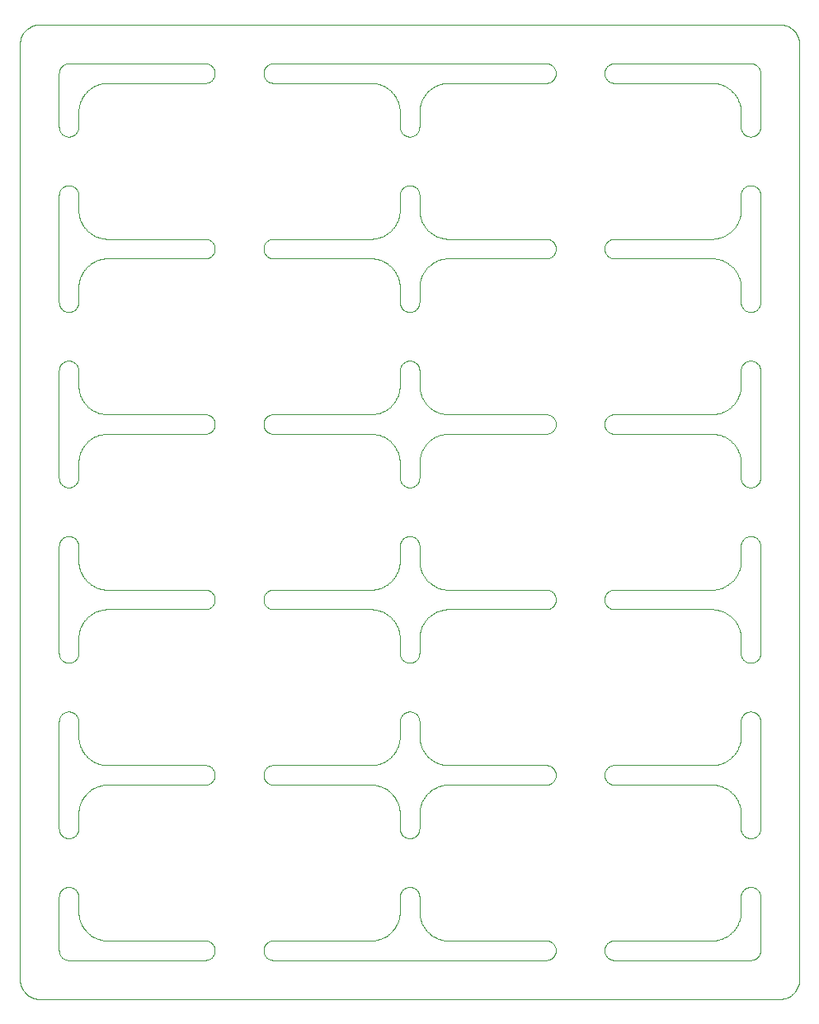
<source format=gbr>
%TF.GenerationSoftware,KiCad,Pcbnew,6.0.8-f2edbf62ab~116~ubuntu22.04.1*%
%TF.CreationDate,2022-10-31T09:01:50+00:00*%
%TF.ProjectId,panel,70616e65-6c2e-46b6-9963-61645f706362,3.0*%
%TF.SameCoordinates,Original*%
%TF.FileFunction,Profile,NP*%
%FSLAX46Y46*%
G04 Gerber Fmt 4.6, Leading zero omitted, Abs format (unit mm)*
G04 Created by KiCad (PCBNEW 6.0.8-f2edbf62ab~116~ubuntu22.04.1) date 2022-10-31 09:01:50*
%MOMM*%
%LPD*%
G01*
G04 APERTURE LIST*
%TA.AperFunction,Profile*%
%ADD10C,0.100000*%
%TD*%
G04 APERTURE END LIST*
D10*
X6099253Y-91764137D02*
X6134097Y-91885909D01*
X37309899Y-24301405D02*
X37309671Y-24301297D01*
X38761572Y-25828696D02*
X38761475Y-25828462D01*
X36441716Y-42032994D02*
X36316071Y-42016992D01*
X72030166Y-39817268D02*
X72053443Y-39808648D01*
X7969833Y-21817268D02*
X7970071Y-21817353D01*
X41312451Y-43667588D02*
X41312337Y-43667814D01*
X42946319Y-78191442D02*
X42828696Y-78238427D01*
X6004568Y-19161373D02*
X6014430Y-19290873D01*
X38999837Y-91006426D02*
X38999839Y-91006298D01*
X72846136Y-39364321D02*
X72944299Y-39284280D01*
X38940776Y-8408325D02*
X38935780Y-8384011D01*
X5973471Y-35249143D02*
X5984130Y-35296538D01*
X75989281Y-28655262D02*
X75980974Y-28703138D01*
X73469261Y-74703226D02*
X73538961Y-74597469D01*
X43114090Y-75865902D02*
X43235862Y-75900746D01*
X41000002Y-27006428D02*
X41000572Y-28509501D01*
X7296563Y-75469119D02*
X7296773Y-75469261D01*
X37576191Y-93552228D02*
X37597256Y-93539098D01*
X8709126Y-39985569D02*
X8835420Y-39995187D01*
X38628905Y-92444677D02*
X38687548Y-92332411D01*
X43090163Y-60141600D02*
X43089923Y-60141679D01*
X38996460Y-37139536D02*
X38996470Y-37139283D01*
X4439987Y-52666847D02*
X4481039Y-52640851D01*
X71291125Y-78014452D02*
X71290873Y-78014430D01*
X43838785Y-78004557D02*
X43838596Y-78004570D01*
X73967005Y-19441716D02*
X73983007Y-19316071D01*
X4481039Y-29359148D02*
X4439987Y-29333152D01*
X74480356Y-88640917D02*
X74522642Y-88616955D01*
X73379825Y-43173893D02*
X73379672Y-43173690D01*
X41003846Y-55142493D02*
X41003848Y-55142682D01*
X40859848Y-65018748D02*
X40833855Y-65059817D01*
X71466753Y-21963170D02*
X71591425Y-21940824D01*
X4010718Y-28655262D02*
X4004770Y-28607036D01*
X5744245Y-83174693D02*
X5710738Y-83209900D01*
X75297380Y-70542631D02*
X75343519Y-70557874D01*
X79958645Y-1598153D02*
X79958645Y-1598153D01*
X73687548Y-56332411D02*
X73687662Y-56332185D01*
X38552359Y-7424025D02*
X38552228Y-7423808D01*
X38628905Y-61555322D02*
X38628785Y-61555099D01*
X7036672Y-93267949D02*
X7055506Y-93284117D01*
X6715882Y-43055506D02*
X6715719Y-43055700D01*
X73698702Y-20309671D02*
X73751584Y-20194578D01*
X40945246Y-17156203D02*
X40960499Y-17202327D01*
X38267781Y-74963517D02*
X38267949Y-74963327D01*
X41134169Y-19886152D02*
X41141600Y-19909836D01*
X42690328Y-6301297D02*
X42690100Y-6301405D01*
X8235862Y-60099253D02*
X8114090Y-60134097D01*
X38935726Y-91616236D02*
X38935780Y-91615988D01*
X60893094Y-41996662D02*
X60844863Y-41990719D01*
X60140876Y-41520421D02*
X60116921Y-41478139D01*
X72703436Y-39469119D02*
X72723809Y-39454939D01*
X25844737Y-4010718D02*
X25892963Y-4004770D01*
X74000605Y-71441786D02*
X74004163Y-71393313D01*
X37444900Y-6371214D02*
X37444677Y-6371094D01*
X8089923Y-93858320D02*
X8090163Y-93858399D01*
X42296773Y-39469261D02*
X42402530Y-39538961D01*
X74841552Y-11489286D02*
X74793687Y-11480983D01*
X25440060Y-77834620D02*
X25400326Y-77806642D01*
X60029677Y-41251990D02*
X60019028Y-41204575D01*
X71290873Y-60014430D02*
X71164579Y-60004812D01*
X60194792Y-76397895D02*
X60224683Y-76359590D01*
X41447640Y-79424025D02*
X41383386Y-79533176D01*
X37466823Y-75616613D02*
X37575974Y-75552359D01*
X42555322Y-60371094D02*
X42555099Y-60371214D01*
X43857535Y-78003849D02*
X43857346Y-78003850D01*
X75250549Y-70529671D02*
X75297380Y-70542631D01*
X42970071Y-60182646D02*
X42969833Y-60182731D01*
X37826309Y-21379672D02*
X37845937Y-21364479D01*
X79909826Y-98591892D02*
X79913518Y-98580715D01*
X71909836Y-57858399D02*
X71910076Y-57858320D01*
X43838596Y-78004570D02*
X43709126Y-78014430D01*
X41099187Y-44236107D02*
X41092965Y-44260136D01*
X41924322Y-93165597D02*
X41942313Y-93182698D01*
X75833152Y-65060012D02*
X75805173Y-65099740D01*
X6182646Y-25970071D02*
X6141679Y-26089923D01*
X25656376Y-94055501D02*
X25702509Y-94040255D01*
X6099187Y-55763892D02*
X6099253Y-55764137D01*
X41248415Y-79805421D02*
X41248312Y-79805652D01*
X6004812Y-44835420D02*
X6004796Y-44835673D01*
X41732218Y-7036482D02*
X41732050Y-7036672D01*
X41301405Y-20309899D02*
X41312337Y-20332185D01*
X71164579Y-6004812D02*
X71164326Y-6004796D01*
X37029928Y-57817353D02*
X37030166Y-57817268D01*
X19775316Y-41640409D02*
X19743583Y-41677201D01*
X8113847Y-60134169D02*
X8090163Y-60141600D01*
X75805173Y-47099740D02*
X75775278Y-47138047D01*
X38284280Y-7055700D02*
X38284117Y-7055506D01*
X36764137Y-21900746D02*
X36885909Y-21865902D01*
X75743539Y-88825158D02*
X75775278Y-88861952D01*
X72171537Y-42238524D02*
X72171303Y-42238427D01*
X25656376Y-40055501D02*
X25702509Y-40040255D01*
X36466503Y-57963211D02*
X36466753Y-57963170D01*
X75560012Y-11333152D02*
X75518960Y-11359148D01*
X6016992Y-73316071D02*
X6032994Y-73441716D01*
X43408325Y-57940776D02*
X43408574Y-57940824D01*
X37944493Y-57284117D02*
X37963327Y-57267949D01*
X5989904Y-28654926D02*
X5981611Y-28702816D01*
X41092904Y-44260382D02*
X41064273Y-44383763D01*
X41248312Y-56194347D02*
X41248415Y-56194578D01*
X38182871Y-39057500D02*
X38267781Y-38963517D01*
X6059175Y-55591425D02*
X6059223Y-55591674D01*
X7036672Y-6732050D02*
X7036482Y-6732218D01*
X5808260Y-16900080D02*
X5836242Y-16939792D01*
X42533396Y-60383261D02*
X42533176Y-60383386D01*
X5998415Y-35392613D02*
X6002006Y-35441059D01*
X55000000Y-95009877D02*
X54998804Y-95058576D01*
X39007548Y-10655599D02*
X39001584Y-10607386D01*
X43113847Y-39865830D02*
X43114090Y-39865902D01*
X37826309Y-39379672D02*
X37845937Y-39364479D01*
X593Y-1987987D02*
X3Y-2012027D01*
X75970328Y-64750549D02*
X75957368Y-64797380D01*
X42828462Y-21761475D02*
X42828696Y-21761572D01*
X40833855Y-29059817D02*
X40805878Y-29099561D01*
X73963170Y-62533246D02*
X73940824Y-62408574D01*
X6134097Y-44114090D02*
X6099253Y-44235862D01*
X5981611Y-28702816D02*
X5970977Y-28750242D01*
X41182731Y-92030166D02*
X41191351Y-92053443D01*
X36763892Y-93900812D02*
X36764137Y-93900746D01*
X54883120Y-41479052D02*
X54859173Y-41521328D01*
X36142464Y-21996150D02*
X36142653Y-21996149D01*
X73907095Y-62260382D02*
X73907034Y-62260136D01*
X71764137Y-24099253D02*
X71763892Y-24099187D01*
X54775316Y-59640409D02*
X54743583Y-59677201D01*
X41238524Y-79828462D02*
X41238427Y-79828696D01*
X5389514Y-65424602D02*
X5344169Y-65442098D01*
X20000000Y-77012286D02*
X19998804Y-77060981D01*
X4289966Y-88789966D02*
X4325158Y-88756460D01*
X71290873Y-78014430D02*
X71164579Y-78004812D01*
X42402743Y-39539098D02*
X42423808Y-39552228D01*
X7036672Y-78732050D02*
X7036482Y-78732218D01*
X40155870Y-11489276D02*
X40107632Y-11495227D01*
X38284117Y-7055506D02*
X38267949Y-7036672D01*
X19743583Y-41677201D02*
X19710083Y-41712393D01*
X75980974Y-4796861D02*
X75989281Y-4844737D01*
X4892963Y-47495229D02*
X4844737Y-47489281D01*
X41182646Y-7970071D02*
X41141679Y-8089923D01*
X74029022Y-89249757D02*
X74041970Y-89202911D01*
X54203259Y-59983359D02*
X54155388Y-59991672D01*
X39289261Y-16790099D02*
X39324455Y-16756578D01*
X41099253Y-62235862D02*
X41099187Y-62236107D01*
X39938214Y-29498805D02*
X39889766Y-29495232D01*
X6099253Y-62235862D02*
X6099187Y-62236107D01*
X71316071Y-78016992D02*
X71315820Y-78016963D01*
X38983007Y-37316071D02*
X38983036Y-37315820D01*
X37703226Y-39469261D02*
X37703436Y-39469119D01*
X41004796Y-8835673D02*
X41003539Y-8860463D01*
X75560012Y-47333152D02*
X75518960Y-47359148D01*
X73963170Y-26533246D02*
X73940824Y-26408574D01*
X6003846Y-19142493D02*
X6003848Y-19142682D01*
X25361891Y-22222362D02*
X25400192Y-22192467D01*
X72723809Y-75454939D02*
X72724015Y-75454792D01*
X5059161Y-11498803D02*
X5010449Y-11500000D01*
X37576191Y-21552228D02*
X37597256Y-21539098D01*
X25325213Y-23745008D02*
X25290016Y-23711502D01*
X25439914Y-22164486D02*
X25480960Y-22138489D01*
X36616236Y-39935726D02*
X36739617Y-39907095D01*
X71142464Y-39996150D02*
X71142653Y-39996149D01*
X25256460Y-4325158D02*
X25289966Y-4289966D01*
X40013097Y-34500000D02*
X40061785Y-34501194D01*
X75924637Y-35111144D02*
X75942125Y-35156480D01*
X71291125Y-42014452D02*
X71290873Y-42014430D01*
X36290873Y-78014430D02*
X36164579Y-78004812D01*
X6016963Y-91315820D02*
X6016992Y-91316071D01*
X42154062Y-39364479D02*
X42173690Y-39379672D01*
X40344169Y-65442098D02*
X40298020Y-65457347D01*
X54674841Y-95743539D02*
X54638047Y-95775278D01*
X38761572Y-38171303D02*
X38808557Y-38053680D01*
X6545060Y-20723809D02*
X6545207Y-20724015D01*
X37309899Y-39698594D02*
X37332185Y-39687662D01*
X54998804Y-95058576D02*
X54995229Y-95107036D01*
X72944299Y-93284280D02*
X72944493Y-93284117D01*
X6059223Y-26408325D02*
X6059175Y-26408574D01*
X40563115Y-88666769D02*
X40602838Y-88694736D01*
X73996460Y-55139536D02*
X73996470Y-55139283D01*
X73999997Y-90993571D02*
X73999427Y-89490498D01*
X72944299Y-42715719D02*
X72846136Y-42635678D01*
X74289261Y-34790099D02*
X74324455Y-34756578D01*
X7296563Y-57469119D02*
X7296773Y-57469261D01*
X7533396Y-21616738D02*
X7555099Y-21628785D01*
X43684179Y-42016963D02*
X43683928Y-42016992D01*
X19519039Y-77861510D02*
X19476766Y-77885463D01*
X41248312Y-74194347D02*
X41248415Y-74194578D01*
X6238524Y-56171537D02*
X6248312Y-56194347D01*
X6064219Y-37615988D02*
X6064219Y-37615988D01*
X41238524Y-25828462D02*
X41238427Y-25828696D01*
X7424025Y-60447640D02*
X7423808Y-60447771D01*
X41383261Y-7533396D02*
X41371214Y-7555099D01*
X43408325Y-42059223D02*
X43384011Y-42064219D01*
X75433278Y-16595053D02*
X75476681Y-16616900D01*
X72171303Y-57761572D02*
X72171537Y-57761475D01*
X72597256Y-78460901D02*
X72576191Y-78447771D01*
X75638047Y-95775278D02*
X75599740Y-95805173D01*
X74007548Y-64655599D02*
X74001584Y-64607386D01*
X60004770Y-5108464D02*
X60001195Y-5060000D01*
X6635520Y-74845937D02*
X6635678Y-74846136D01*
X78953319Y-242466D02*
X78953107Y-242343D01*
X37053680Y-78191442D02*
X37053443Y-78191351D01*
X38907095Y-91739617D02*
X38935726Y-91616236D01*
X79999397Y-1987742D02*
X79990971Y-1816223D01*
X40061785Y-16501194D02*
X40110233Y-16504767D01*
X43260136Y-6092965D02*
X43236107Y-6099187D01*
X43533246Y-42036829D02*
X43408574Y-42059175D01*
X79958645Y-98401846D02*
X79961224Y-98390361D01*
X43113847Y-24134169D02*
X43090163Y-24141600D01*
X38900746Y-19764137D02*
X38900812Y-19763892D01*
X60656376Y-40055501D02*
X60702509Y-40040255D01*
X19250549Y-95970328D02*
X19203138Y-95980974D01*
X73907095Y-55739617D02*
X73935726Y-55616236D01*
X4289966Y-47210033D02*
X4256460Y-47174841D01*
X6715882Y-25055506D02*
X6715719Y-25055700D01*
X73552228Y-20576191D02*
X73552359Y-20575974D01*
X40563115Y-52666769D02*
X40602838Y-52694736D01*
X43860463Y-93996460D02*
X43860716Y-93996470D01*
X72309899Y-60301405D02*
X72309671Y-60301297D01*
X75833152Y-34939987D02*
X75859148Y-34981039D01*
X54743583Y-77677201D02*
X54710083Y-77712393D01*
X41620174Y-61173893D02*
X41545207Y-61275984D01*
X4566721Y-16595053D02*
X4611144Y-16575362D01*
X6014430Y-44709126D02*
X6004812Y-44835420D01*
X37194578Y-60248415D02*
X37194347Y-60248312D01*
X73966970Y-44558032D02*
X73963211Y-44533496D01*
X60140876Y-77520421D02*
X60116921Y-77478139D01*
X41004812Y-26835420D02*
X41004796Y-26835673D01*
X71909836Y-75858399D02*
X71910076Y-75858320D01*
X43835673Y-57995203D02*
X43860463Y-57996460D01*
X6064273Y-62383763D02*
X6064219Y-62384011D01*
X330880Y-99100822D02*
X337177Y-99110767D01*
X19970333Y-77252937D02*
X19957375Y-77299765D01*
X40981611Y-64702816D02*
X40970977Y-64750242D01*
X5519643Y-83359082D02*
X5477357Y-83383044D01*
X19859123Y-40479578D02*
X19883078Y-40521860D01*
X60000000Y-41011296D02*
X60000000Y-40987713D01*
X41036788Y-55466503D02*
X41036829Y-55466753D01*
X6924141Y-42834579D02*
X6834579Y-42924141D01*
X5960499Y-53202327D02*
X5973471Y-53249143D01*
X6182731Y-56030166D02*
X6191351Y-56053443D01*
X39194121Y-16900438D02*
X39224015Y-16862115D01*
X72053443Y-57808648D02*
X72053680Y-57808557D01*
X5886197Y-35023090D02*
X5908051Y-35066477D01*
X7296563Y-78530880D02*
X7276190Y-78545060D01*
X38687662Y-79667814D02*
X38687548Y-79667588D01*
X25656583Y-59943582D02*
X25611241Y-59926097D01*
X6817301Y-60942313D02*
X6817128Y-60942499D01*
X37029928Y-75817353D02*
X37030166Y-75817268D01*
X54009736Y-93998580D02*
X54058441Y-93999769D01*
X38552359Y-56575974D02*
X38616613Y-56466823D01*
X79990042Y-98196248D02*
X79990090Y-98195760D01*
X42423808Y-93552228D02*
X42424025Y-93552359D01*
X39194121Y-52900438D02*
X39224015Y-52862115D01*
X4166847Y-16939987D02*
X4194826Y-16900259D01*
X5859848Y-29018748D02*
X5833855Y-29059817D01*
X4075362Y-64888855D02*
X4057874Y-64843519D01*
X38698594Y-61690100D02*
X38687662Y-61667814D01*
X6834402Y-93075677D02*
X6834579Y-93075858D01*
X36139536Y-42003539D02*
X36139283Y-42003529D01*
X25566812Y-59906409D02*
X25523403Y-59884564D01*
X36139536Y-24003539D02*
X36139283Y-24003529D01*
X6134169Y-8113847D02*
X6134097Y-8114090D01*
X19883078Y-58521860D02*
X19904929Y-58565266D01*
X25029677Y-23251990D02*
X25019028Y-23204575D01*
X19995230Y-77109437D02*
X19989283Y-77157659D01*
X72826309Y-57379672D02*
X72845937Y-57364479D01*
X37845937Y-21364479D02*
X37846136Y-21364321D01*
X79545630Y-731216D02*
X79537941Y-722303D01*
X38379825Y-92826106D02*
X38454792Y-92724015D01*
X40433946Y-29404901D02*
X40389514Y-29424602D01*
X75518960Y-88640851D02*
X75560012Y-88666847D01*
X19674896Y-5745898D02*
X19638108Y-5777637D01*
X25004769Y-94890562D02*
X25010716Y-94842340D01*
X60566812Y-23906409D02*
X60523403Y-23884564D01*
X79259124Y-446817D02*
X79258929Y-446668D01*
X60029677Y-59251990D02*
X60019028Y-59204575D01*
X38379672Y-92826309D02*
X38379825Y-92826106D01*
X42946556Y-60191351D02*
X42946319Y-60191442D01*
X39286879Y-47210166D02*
X39253374Y-47174989D01*
X43113847Y-75865830D02*
X43114090Y-75865902D01*
X43236107Y-24099187D02*
X43235862Y-24099253D01*
X60140851Y-95518960D02*
X60116900Y-95476681D01*
X73616738Y-7533396D02*
X73616613Y-7533176D01*
X25481118Y-5860615D02*
X25440060Y-5834620D01*
X42946556Y-39808648D02*
X42969833Y-39817268D01*
X39477930Y-29359215D02*
X39436884Y-29333230D01*
X4361952Y-29275278D02*
X4325158Y-29243539D01*
X75998804Y-4941423D02*
X76000000Y-4990122D01*
X41003220Y-71489747D02*
X41003846Y-73142493D01*
X5713120Y-70789833D02*
X5746625Y-70825010D01*
X60523403Y-41884564D02*
X60481118Y-41860615D01*
X38858320Y-73910076D02*
X38858399Y-73909836D01*
X43838596Y-6004570D02*
X43709126Y-6014430D01*
X41248312Y-92194347D02*
X41248415Y-92194578D01*
X37944493Y-39284117D02*
X37963327Y-39267949D01*
X25057863Y-22654099D02*
X25075348Y-22608767D01*
X72703226Y-78530738D02*
X72597469Y-78461038D01*
X78196248Y-99990042D02*
X78207930Y-99988601D01*
X43684179Y-57983036D02*
X43708874Y-57985547D01*
X73900812Y-62236107D02*
X73900746Y-62235862D01*
X54859173Y-41521328D02*
X54833181Y-41562378D01*
X38616613Y-79533176D02*
X38552359Y-79424025D01*
X71290873Y-39985569D02*
X71291125Y-39985547D01*
X39436884Y-83333230D02*
X39397161Y-83305263D01*
X71441967Y-6033029D02*
X71441716Y-6032994D01*
X78591892Y-90173D02*
X78580715Y-86481D01*
X60523403Y-23884564D02*
X60481118Y-23860615D01*
X6248415Y-7805421D02*
X6248312Y-7805652D01*
X72171303Y-21761572D02*
X72171537Y-21761475D01*
X60611047Y-22072992D02*
X60656376Y-22055501D01*
X78765477Y-152615D02*
X78765023Y-152428D01*
X73935726Y-8383763D02*
X73907095Y-8260382D01*
X41182731Y-25969833D02*
X41182646Y-25970071D01*
X54106905Y-22003337D02*
X54155136Y-22009280D01*
X38698594Y-92309899D02*
X38698702Y-92309671D01*
X7173893Y-60620174D02*
X7173690Y-60620327D01*
X54599673Y-40193357D02*
X54637986Y-40223252D01*
X8235862Y-24099253D02*
X8114090Y-24134097D01*
X73985569Y-19290873D02*
X73995187Y-19164579D01*
X41134169Y-55886152D02*
X41141600Y-55909836D01*
X72194578Y-93751584D02*
X72309671Y-93698702D01*
X41460901Y-74597256D02*
X41461038Y-74597469D01*
X38999996Y-90993699D02*
X38999997Y-90993571D01*
X38940824Y-8408574D02*
X38940776Y-8408325D01*
X41732050Y-61036672D02*
X41715882Y-61055506D01*
X37171537Y-75761475D02*
X37194347Y-75751687D01*
X39701979Y-34542652D02*
X39748820Y-34529686D01*
X37309899Y-93698594D02*
X37332185Y-93687662D01*
X54203018Y-40017582D02*
X54250434Y-40028223D01*
X73985569Y-62709126D02*
X73985547Y-62708874D01*
X74057202Y-17156756D02*
X74074681Y-17111404D01*
X4566721Y-47404946D02*
X4523318Y-47383099D01*
X4042631Y-53202619D02*
X4057874Y-53156480D01*
X5253712Y-16529657D02*
X5300533Y-16542611D01*
X72723809Y-21454939D02*
X72724015Y-21454792D01*
X54674896Y-5745898D02*
X54638108Y-5777637D01*
X4001195Y-10558576D02*
X4000000Y-10509877D01*
X6182646Y-56029928D02*
X6182731Y-56030166D01*
X25439914Y-76164486D02*
X25480960Y-76138489D01*
X39522642Y-34616955D02*
X39566053Y-34595098D01*
X40300533Y-52542611D02*
X40346662Y-52557846D01*
X37963327Y-42732050D02*
X37944493Y-42715882D01*
X40995836Y-82606686D02*
X40989904Y-82654926D01*
X36591425Y-42059175D02*
X36466753Y-42036829D01*
X40300533Y-16542611D02*
X40346662Y-16557846D01*
X5710738Y-29209900D02*
X5675544Y-29243421D01*
X74001584Y-28607386D02*
X73997993Y-28558940D01*
X41141600Y-8090163D02*
X41134169Y-8113847D01*
X38817268Y-20030166D02*
X38817353Y-20029928D01*
X75476681Y-16616900D02*
X75518960Y-16640851D01*
X6635520Y-43154062D02*
X6620327Y-43173690D01*
X54904963Y-59435651D02*
X54883120Y-59479052D01*
X41924322Y-42834402D02*
X41924141Y-42834579D01*
X71006239Y-6000158D02*
X70993757Y-6000001D01*
X39477930Y-83359215D02*
X39436884Y-83333230D01*
X60749565Y-5971776D02*
X60702728Y-5958820D01*
X54957368Y-95297380D02*
X54942125Y-95343519D01*
X75009877Y-88500000D02*
X75058576Y-88501195D01*
X8533246Y-39963170D02*
X8533496Y-39963211D01*
X6383261Y-25533396D02*
X6371214Y-25555099D01*
X4042631Y-89202619D02*
X4057874Y-89156480D01*
X25844863Y-5990719D02*
X25796981Y-5982417D01*
X54203259Y-23983359D02*
X54155388Y-23991672D01*
X54599673Y-22193357D02*
X54637986Y-22223252D01*
X38983036Y-37315820D02*
X38985547Y-37291125D01*
X5298020Y-11457347D02*
X5251179Y-11470313D01*
X19250664Y-77972708D02*
X19203259Y-77983359D01*
X38751687Y-20194347D02*
X38761475Y-20171537D01*
X41141600Y-44090163D02*
X41134169Y-44113847D01*
X78012257Y-99999397D02*
X78183776Y-99990971D01*
X38999837Y-55006426D02*
X38999839Y-55006298D01*
X74221635Y-83138210D02*
X74191739Y-83099919D01*
X86339Y-98580246D02*
X86481Y-98580715D01*
X43860716Y-39996470D02*
X43993632Y-39999838D01*
X73687548Y-25667588D02*
X73628905Y-25555322D01*
X75995229Y-71392963D02*
X75998804Y-71441423D01*
X41715719Y-61055700D02*
X41635678Y-61153863D01*
X71910076Y-78141679D02*
X71909836Y-78141600D01*
X25523403Y-59884564D02*
X25481118Y-59860615D01*
X6000160Y-62993701D02*
X6000003Y-63006300D01*
X54388758Y-22073902D02*
X54433187Y-22093590D01*
X25029666Y-22747062D02*
X25042624Y-22700234D01*
X42424025Y-6447640D02*
X42423808Y-6447771D01*
X7828696Y-24238427D02*
X7828462Y-24238524D01*
X38628905Y-79555322D02*
X38628785Y-79555099D01*
X41032994Y-44558283D02*
X41016992Y-44683928D01*
X37030166Y-57817268D02*
X37053443Y-57808648D01*
X38935726Y-26383763D02*
X38907095Y-26260382D01*
X39224015Y-52862115D02*
X39255754Y-52825306D01*
X41238524Y-20171537D02*
X41248312Y-20194347D01*
X38364479Y-7154062D02*
X38364321Y-7153863D01*
X40836242Y-52939792D02*
X40862242Y-52980828D01*
X74480356Y-52640917D02*
X74522642Y-52616955D01*
X54904929Y-40565266D02*
X54924624Y-40609692D01*
X4990122Y-96000000D02*
X4941423Y-95998804D01*
X37826106Y-6620174D02*
X37724015Y-6545207D01*
X75203138Y-34519025D02*
X75250549Y-34529671D01*
X39191739Y-11099919D02*
X39163757Y-11060207D01*
X38900746Y-37764137D02*
X38900812Y-37763892D01*
X73379825Y-25173893D02*
X73379672Y-25173690D01*
X41460901Y-7402743D02*
X41447771Y-7423808D01*
X42275984Y-24545207D02*
X42173893Y-24620174D01*
X73628905Y-20444677D02*
X73687548Y-20332411D01*
X19297380Y-4042631D02*
X19343519Y-4057874D01*
X41924141Y-60834579D02*
X41834579Y-60924141D01*
X42946556Y-24191351D02*
X42946319Y-24191442D01*
X60844611Y-58008327D02*
X60892832Y-58002373D01*
X7173690Y-60620327D02*
X7154062Y-60635520D01*
X41371094Y-56444677D02*
X41371214Y-56444900D01*
X77987972Y-3D02*
X77987727Y0D01*
X54924651Y-59391232D02*
X54904963Y-59435651D01*
X41016963Y-62684179D02*
X41014452Y-62708874D01*
X74289261Y-52790099D02*
X74324455Y-52756578D01*
X25749565Y-77971776D02*
X25702728Y-77958820D01*
X5995836Y-82606686D02*
X5989904Y-82654926D01*
X73935726Y-80383763D02*
X73907095Y-80260382D01*
X38379825Y-61173893D02*
X38379672Y-61173690D01*
X41715719Y-43055700D02*
X41635678Y-43153863D01*
X4892963Y-16504770D02*
X4941423Y-16501195D01*
X75859148Y-29018960D02*
X75833152Y-29060012D01*
X25796740Y-22016640D02*
X25844611Y-22008327D01*
X54388952Y-77927007D02*
X54343623Y-77944498D01*
X74324455Y-52756578D02*
X74361252Y-52724826D01*
X43408574Y-75940824D02*
X43533246Y-75963170D01*
X7805421Y-78248415D02*
X7690328Y-78301297D01*
X42296563Y-93469119D02*
X42296773Y-93469261D01*
X73935726Y-37616236D02*
X73935780Y-37615988D01*
X5010449Y-83500000D02*
X4990122Y-83500000D01*
X42296563Y-24530880D02*
X42276190Y-24545060D01*
X72466823Y-57616613D02*
X72575974Y-57552359D01*
X7970071Y-21817353D02*
X8089923Y-21858320D01*
X7805652Y-57751687D02*
X7828462Y-57761475D01*
X40560702Y-29333074D02*
X40519643Y-29359082D01*
X740875Y-99553182D02*
X741070Y-99553331D01*
X6000160Y-80993701D02*
X6000003Y-81006300D01*
X8838596Y-6004570D02*
X8709126Y-6014430D01*
X41141679Y-19910076D02*
X41182646Y-20029928D01*
X43113847Y-42134169D02*
X43090163Y-42141600D01*
X40942797Y-64843243D02*
X40925318Y-64888595D01*
X43236107Y-78099187D02*
X43235862Y-78099253D01*
X37053443Y-6191351D02*
X37030166Y-6182731D01*
X41530880Y-38703436D02*
X41545060Y-38723809D01*
X40251179Y-29470313D02*
X40203757Y-29480965D01*
X60042624Y-40700234D02*
X60057863Y-40654099D01*
X38858320Y-91910076D02*
X38858399Y-91909836D01*
X73996151Y-80857317D02*
X73995976Y-80848248D01*
X6942499Y-78817128D02*
X6942313Y-78817301D01*
X7173690Y-6620327D02*
X7154062Y-6635520D01*
X73808557Y-7946319D02*
X73761572Y-7828696D01*
X41817128Y-57057500D02*
X41817301Y-57057686D01*
X75924637Y-17111144D02*
X75942125Y-17156480D01*
X19155262Y-4010718D02*
X19203138Y-4019025D01*
X230910Y-1068300D02*
X157488Y-1223538D01*
X5992451Y-53344400D02*
X5998415Y-53392613D01*
X37724015Y-6545207D02*
X37723809Y-6545060D01*
X71466753Y-57963170D02*
X71591425Y-57940824D01*
X73075858Y-24834579D02*
X73075677Y-24834402D01*
X60224683Y-76359590D02*
X60256416Y-76322798D01*
X38995203Y-55164326D02*
X38996460Y-55139536D01*
X71290873Y-57985569D02*
X71291125Y-57985547D01*
X6732050Y-7036672D02*
X6715882Y-7055506D01*
X6312337Y-7667814D02*
X6301405Y-7690100D01*
X36466503Y-42036788D02*
X36441967Y-42033029D01*
X5560702Y-11333074D02*
X5519643Y-11359082D01*
X79422288Y-594699D02*
X79414171Y-586175D01*
X6182646Y-92029928D02*
X6182731Y-92030166D01*
X41834579Y-39075858D02*
X41924141Y-39165420D01*
X8684179Y-78016963D02*
X8683928Y-78016992D01*
X73858399Y-44090163D02*
X73858320Y-44089923D01*
X38616738Y-38466603D02*
X38628785Y-38444900D01*
X38628785Y-56444900D02*
X38628905Y-56444677D01*
X6732050Y-43036672D02*
X6715882Y-43055506D01*
X42946556Y-42191351D02*
X42946319Y-42191442D01*
X19998804Y-41060981D02*
X19995230Y-41109437D01*
X25000000Y-5011296D02*
X25000000Y-4990122D01*
X36139283Y-78003529D02*
X36006367Y-78000161D01*
X42424025Y-21552359D02*
X42533176Y-21616613D01*
X8838596Y-60004570D02*
X8709126Y-60014430D01*
X6033029Y-62558032D02*
X6032994Y-62558283D01*
X40391988Y-52575326D02*
X40436402Y-52595008D01*
X8993632Y-57999838D02*
X8993760Y-57999841D01*
X39986902Y-83500000D02*
X39938214Y-83498805D01*
X75859148Y-65018960D02*
X75833152Y-65060012D01*
X39026528Y-28750856D02*
X39015869Y-28703461D01*
X25224721Y-95638047D02*
X25194826Y-95599740D01*
X75638047Y-4224721D02*
X75674841Y-4256460D01*
X79916800Y-1431097D02*
X79913660Y-1419753D01*
X39399564Y-16694917D02*
X39439297Y-16666925D01*
X37597469Y-6461038D02*
X37597256Y-6460901D01*
X6371214Y-43555099D02*
X6371094Y-43555322D01*
X60010716Y-40842340D02*
X60019022Y-40794469D01*
X6141679Y-62089923D02*
X6141600Y-62090163D01*
X38966970Y-26558032D02*
X38963211Y-26533496D01*
X6620174Y-7173893D02*
X6545207Y-7275984D01*
X25325213Y-5745008D02*
X25290016Y-5711502D01*
X39608011Y-29424673D02*
X39563597Y-29404991D01*
X79963371Y-1621958D02*
X79963332Y-1621716D01*
X7555322Y-6371094D02*
X7555099Y-6371214D01*
X43835420Y-93995187D02*
X43835673Y-93995203D01*
X41238427Y-92171303D02*
X41238524Y-92171537D01*
X41942313Y-39182698D02*
X41942499Y-39182871D01*
X37944493Y-78715882D02*
X37944299Y-78715719D01*
X54805207Y-59602104D02*
X54775316Y-59640409D01*
X39194121Y-34900438D02*
X39224015Y-34862115D01*
X71441716Y-60032994D02*
X71316071Y-60016992D01*
X40942797Y-28843243D02*
X40925318Y-28888595D01*
X73858320Y-73910076D02*
X73858399Y-73909836D01*
X5859848Y-47018748D02*
X5833855Y-47059817D01*
X41312337Y-25667814D02*
X41301405Y-25690100D01*
X25004770Y-5108464D02*
X25001195Y-5060000D01*
X8558032Y-39966970D02*
X8558283Y-39967005D01*
X7055506Y-78715882D02*
X7036672Y-78732050D01*
X40059161Y-47498803D02*
X40010449Y-47500000D01*
X41715882Y-7055506D02*
X41715719Y-7055700D01*
X25019022Y-94794469D02*
X25029666Y-94747062D01*
X7969833Y-24182731D02*
X7946556Y-24191351D01*
X39255754Y-16825306D02*
X39289261Y-16790099D01*
X6461038Y-7402530D02*
X6460901Y-7402743D01*
X42667588Y-42312451D02*
X42555322Y-42371094D01*
X39358859Y-11275382D02*
X39322069Y-11243657D01*
X71142464Y-21996150D02*
X71142653Y-21996149D01*
X54560012Y-4166847D02*
X54599740Y-4194826D01*
X7555322Y-75628905D02*
X7667588Y-75687548D01*
X38761475Y-25828462D02*
X38751687Y-25805652D01*
X6182646Y-61970071D02*
X6141679Y-62089923D01*
X19638047Y-95775278D02*
X19599740Y-95805173D01*
X42036482Y-24732218D02*
X41942499Y-24817128D01*
X74072249Y-28889115D02*
X74054753Y-28843796D01*
X6099187Y-80236107D02*
X6092965Y-80260136D01*
X74116206Y-17023546D02*
X74140151Y-16981251D01*
X41312451Y-61667588D02*
X41312337Y-61667814D01*
X74255754Y-70825306D02*
X74289261Y-70790099D01*
X7173690Y-42620327D02*
X7154062Y-42635520D01*
X60194860Y-5601205D02*
X60166876Y-5561476D01*
X5251179Y-83470313D02*
X5203757Y-83480965D01*
X8857346Y-60003850D02*
X8848248Y-60004024D01*
X41191351Y-61946556D02*
X41182731Y-61969833D01*
X7970071Y-6182646D02*
X7969833Y-6182731D01*
X71616236Y-24064273D02*
X71615988Y-24064219D01*
X25116921Y-77478139D02*
X25095070Y-77434733D01*
X7805421Y-39751584D02*
X7805652Y-39751687D01*
X75107036Y-11495229D02*
X75058576Y-11498804D01*
X72332185Y-21687662D02*
X72332411Y-21687548D01*
X7828696Y-21761572D02*
X7946319Y-21808557D01*
X40155870Y-47489276D02*
X40107632Y-47495227D01*
X6817128Y-42942499D02*
X6732218Y-43036482D01*
X19942136Y-59345900D02*
X19924651Y-59391232D01*
X73985547Y-19291125D02*
X73985569Y-19290873D01*
X73966970Y-37441967D02*
X73967005Y-37441716D01*
X72845937Y-57364479D02*
X72846136Y-57364321D01*
X40805878Y-83099561D02*
X40775984Y-83137884D01*
X73267781Y-25036482D02*
X73182871Y-24942499D01*
X5155870Y-29489276D02*
X5107632Y-29495227D01*
X25010720Y-23156695D02*
X25004770Y-23108464D01*
X72053443Y-21808648D02*
X72053680Y-21808557D01*
X25941287Y-39998792D02*
X25989982Y-39997590D01*
X74041970Y-17202911D02*
X74057202Y-17156756D01*
X19995229Y-4892963D02*
X19998804Y-4941423D01*
X4892963Y-4004770D02*
X4941423Y-4001195D01*
X54970322Y-58748009D02*
X54980971Y-58795424D01*
X71316071Y-42016992D02*
X71315820Y-42016963D01*
X39793687Y-11480983D02*
X39746287Y-11470342D01*
X73999996Y-36993699D02*
X73999997Y-36993571D01*
X38075677Y-39165597D02*
X38075858Y-39165420D01*
X25400192Y-76192467D02*
X25439914Y-76164486D01*
X42946319Y-42191442D02*
X42828696Y-42238427D01*
X60796740Y-22016640D02*
X60844611Y-22008327D01*
X19518881Y-58139384D02*
X19559939Y-58165379D01*
X37723809Y-78545060D02*
X37703436Y-78530880D01*
X41141600Y-26090163D02*
X41134169Y-26113847D01*
X41732218Y-61036482D02*
X41732050Y-61036672D01*
X37963517Y-21267781D02*
X38057500Y-21182871D01*
X73616613Y-92466823D02*
X73616738Y-92466603D01*
X38761475Y-61828462D02*
X38751687Y-61805652D01*
X54805173Y-95599740D02*
X54775278Y-95638047D01*
X60010720Y-41156695D02*
X60004770Y-41108464D01*
X19883099Y-4523318D02*
X19904946Y-4566721D01*
X60057874Y-4656480D02*
X60075362Y-4611144D01*
X25000000Y-95009877D02*
X25000000Y-94987713D01*
X19942115Y-40655031D02*
X19957360Y-40701174D01*
X25194860Y-41601205D02*
X25166876Y-41561476D01*
X73761572Y-92171303D02*
X73808557Y-92053680D01*
X8260136Y-6092965D02*
X8236107Y-6099187D01*
X73935780Y-37615988D02*
X73940776Y-37591674D01*
X73379672Y-25173690D02*
X73364479Y-25154062D01*
X41732218Y-74963517D02*
X41817128Y-75057500D01*
X75710033Y-34789966D02*
X75743539Y-34825158D01*
X73687662Y-20332185D02*
X73698594Y-20309899D01*
X38808648Y-56053443D02*
X38817268Y-56030166D01*
X5300533Y-88542611D02*
X5346662Y-88557846D01*
X36591674Y-21940776D02*
X36615988Y-21935780D01*
X25224760Y-59639514D02*
X25194860Y-59601205D01*
X6016992Y-44683928D02*
X6016963Y-44684179D01*
X75433278Y-29404946D02*
X75388855Y-29424637D01*
X72053443Y-42191351D02*
X72030166Y-42182731D01*
X19710083Y-5712393D02*
X19674896Y-5745898D01*
X8558032Y-42033029D02*
X8533496Y-42036788D01*
X41092965Y-62260136D02*
X41092904Y-62260382D01*
X75883099Y-28976681D02*
X75859148Y-29018960D01*
X74255754Y-16825306D02*
X74289261Y-16790099D01*
X74399564Y-88694917D02*
X74439297Y-88666925D01*
X8683928Y-24016992D02*
X8558283Y-24032994D01*
X19297380Y-95957368D02*
X19250549Y-95970328D01*
X43090163Y-42141600D02*
X43089923Y-42141679D01*
X37724015Y-24545207D02*
X37723809Y-24545060D01*
X71615988Y-24064219D02*
X71591674Y-24059223D01*
X42154062Y-60635520D02*
X42153863Y-60635678D01*
X36591674Y-60059223D02*
X36591425Y-60059175D01*
X60042639Y-23298825D02*
X60029677Y-23251990D01*
X7555099Y-21628785D02*
X7555322Y-21628905D01*
X71764137Y-57900746D02*
X71885909Y-57865902D01*
X41003848Y-73142682D02*
X41004023Y-73151751D01*
X38967005Y-62558283D02*
X38966970Y-62558032D01*
X4019025Y-4796861D02*
X4029671Y-4749450D01*
X6715719Y-56944299D02*
X6715882Y-56944493D01*
X38995976Y-62848248D02*
X38995961Y-62847870D01*
X73761475Y-38171537D02*
X73761572Y-38171303D01*
X37466823Y-21616613D02*
X37575974Y-21552359D01*
X5859848Y-83018748D02*
X5833855Y-83059817D01*
X37444677Y-21628905D02*
X37444900Y-21628785D01*
X39563597Y-65404991D02*
X39520202Y-65383154D01*
X1803751Y-99990042D02*
X1804239Y-99990090D01*
X6732218Y-38963517D02*
X6817128Y-39057500D01*
X25256416Y-76322798D02*
X25289916Y-76287606D01*
X25749335Y-22027291D02*
X25796740Y-22016640D01*
X4000000Y-82509877D02*
X4000000Y-71490122D01*
X40989904Y-46654926D02*
X40981611Y-46702816D01*
X20000000Y-59012286D02*
X19998804Y-59060981D01*
X38698594Y-74309899D02*
X38698702Y-74309671D01*
X6064219Y-80384011D02*
X6059223Y-80408325D01*
X8114090Y-24134097D02*
X8113847Y-24134169D01*
X7969833Y-39817268D02*
X7970071Y-39817353D01*
X75250549Y-29470328D02*
X75203138Y-29480974D01*
X6942313Y-39182698D02*
X6942499Y-39182871D01*
X19343623Y-77944498D02*
X19297490Y-77959744D01*
X37944493Y-93284117D02*
X37963327Y-93267949D01*
X25042639Y-23298825D02*
X25029677Y-23251990D01*
X73552359Y-61424025D02*
X73552228Y-61423808D01*
X41134097Y-19885909D02*
X41134169Y-19886152D01*
X36315820Y-75983036D02*
X36316071Y-75983007D01*
X40981611Y-10702816D02*
X40970977Y-10750242D01*
X42424025Y-39552359D02*
X42533176Y-39616613D01*
X41099253Y-19764137D02*
X41134097Y-19885909D01*
X6099187Y-44236107D02*
X6092965Y-44260136D01*
X6000572Y-82509501D02*
X5999394Y-82558213D01*
X37053680Y-24191442D02*
X37053443Y-24191351D01*
X4029671Y-89249450D02*
X4042631Y-89202619D01*
X73454792Y-79275984D02*
X73379825Y-79173893D01*
X73940776Y-73591674D02*
X73940824Y-73591425D01*
X37309671Y-24301297D02*
X37194578Y-24248415D01*
X73698594Y-74309899D02*
X73698702Y-74309671D01*
X38751584Y-61805421D02*
X38698702Y-61690328D01*
X6817301Y-21057686D02*
X6834402Y-21075677D01*
X73808557Y-25946319D02*
X73761572Y-25828696D01*
X7828462Y-21761475D02*
X7828696Y-21761572D01*
X39610485Y-52575397D02*
X39655830Y-52557901D01*
X4796861Y-95980974D02*
X4749450Y-95970328D01*
X41383261Y-61533396D02*
X41371214Y-61555099D01*
X74608011Y-47424673D02*
X74563597Y-47404991D01*
X73935780Y-91615988D02*
X73940776Y-91591674D01*
X25010718Y-4844737D02*
X25019025Y-4796861D01*
X60224683Y-94359590D02*
X60256416Y-94322798D01*
X36886152Y-39865830D02*
X36909836Y-39858399D01*
X8838785Y-42004557D02*
X8838596Y-42004570D01*
X73995203Y-19164326D02*
X73996460Y-19139536D01*
X38751687Y-43805652D02*
X38751584Y-43805421D01*
X8533496Y-6036788D02*
X8533246Y-6036829D01*
X4361952Y-34724721D02*
X4400259Y-34694826D01*
X71164579Y-24004812D02*
X71164326Y-24004796D01*
X7154062Y-93364479D02*
X7173690Y-93379672D01*
X39844129Y-34510723D02*
X39892367Y-34504772D01*
X73761475Y-7828462D02*
X73751687Y-7805652D01*
X36441716Y-78032994D02*
X36316071Y-78016992D01*
X42275984Y-60545207D02*
X42173893Y-60620174D01*
X75009877Y-47500000D02*
X74986902Y-47500000D01*
X75989281Y-53344737D02*
X75995229Y-53392963D01*
X79769089Y-1068300D02*
X79768982Y-1068080D01*
X4256460Y-11174841D02*
X4224721Y-11138047D01*
X36739617Y-78092904D02*
X36616236Y-78064273D01*
X6134097Y-19885909D02*
X6134169Y-19886152D01*
X6003848Y-55142682D02*
X6004023Y-55151751D01*
X38616613Y-20466823D02*
X38616738Y-20466603D01*
X72826309Y-93379672D02*
X72845937Y-93364479D01*
X43709126Y-60014430D02*
X43708874Y-60014452D01*
X6092965Y-37739863D02*
X6099187Y-37763892D01*
X40675544Y-65243421D02*
X40638747Y-65275173D01*
X38907034Y-19739863D02*
X38907095Y-19739617D01*
X73996779Y-28510252D02*
X73996153Y-26857506D01*
X41182731Y-74030166D02*
X41191351Y-74053443D01*
X594879Y-577544D02*
X594699Y-577711D01*
X5389514Y-83424602D02*
X5344169Y-83442098D01*
X5110233Y-34504767D02*
X5158447Y-34510713D01*
X75518960Y-4140851D02*
X75560012Y-4166847D01*
X8533496Y-24036788D02*
X8533246Y-24036829D01*
X42173893Y-57379825D02*
X42275984Y-57454792D01*
X5110233Y-88504767D02*
X5158447Y-88510713D01*
X19904929Y-76565266D02*
X19924624Y-76609692D01*
X19970328Y-4749450D02*
X19980974Y-4796861D01*
X41000572Y-64509501D02*
X40999394Y-64558213D01*
X41014430Y-26709126D02*
X41004812Y-26835420D01*
X4611144Y-47424637D02*
X4566721Y-47404946D01*
X41834579Y-93075858D02*
X41924141Y-93165420D01*
X40477357Y-29383044D02*
X40433946Y-29404901D01*
X54058712Y-42001207D02*
X54010017Y-42002409D01*
X19998804Y-58939999D02*
X20000000Y-58988703D01*
X43089923Y-78141679D02*
X42970071Y-78182646D01*
X36139283Y-60003529D02*
X36006367Y-60000161D01*
X60194826Y-4400259D02*
X60224721Y-4361952D01*
X73985547Y-37291125D02*
X73985569Y-37290873D01*
X40203757Y-65480965D02*
X40155870Y-65489276D01*
X72703436Y-78530880D02*
X72703226Y-78530738D01*
X8708874Y-75985547D02*
X8709126Y-75985569D01*
X60075375Y-5390307D02*
X60057884Y-5344968D01*
X39748820Y-70529686D02*
X39796242Y-70519034D01*
X36466753Y-24036829D02*
X36466503Y-24036788D01*
X39841552Y-11489286D02*
X39793687Y-11480983D01*
X41530738Y-43296773D02*
X41461038Y-43402530D01*
X71591425Y-93940824D02*
X71591674Y-93940776D01*
X39699466Y-11457388D02*
X39653337Y-11442153D01*
X38628785Y-20444900D02*
X38628905Y-20444677D01*
X4057874Y-82843519D02*
X4042631Y-82797380D01*
X42153863Y-57364321D02*
X42154062Y-57364479D01*
X73616738Y-43533396D02*
X73616613Y-43533176D01*
X75710033Y-47210033D02*
X75674841Y-47243539D01*
X38284280Y-79055700D02*
X38284117Y-79055506D01*
X40638747Y-65275173D02*
X40600435Y-65305082D01*
X4990122Y-11500000D02*
X4941423Y-11498804D01*
X79916800Y-98568902D02*
X79916862Y-98568664D01*
X41003529Y-26860716D02*
X41000162Y-26993573D01*
X73687548Y-43667588D02*
X73628905Y-43555322D01*
X41942313Y-21182698D02*
X41942499Y-21182871D01*
X72466823Y-24383386D02*
X72466603Y-24383261D01*
X73808557Y-56053680D02*
X73808648Y-56053443D01*
X19674786Y-40254991D02*
X19709983Y-40288497D01*
X43857535Y-60003849D02*
X43857346Y-60003850D01*
X73469119Y-79296563D02*
X73454939Y-79276190D01*
X79268783Y-99545630D02*
X79277696Y-99537941D01*
X6732218Y-7036482D02*
X6732050Y-7036672D01*
X38075858Y-75165420D02*
X38165420Y-75075858D01*
X38687548Y-7667588D02*
X38628905Y-7555322D01*
X54250434Y-58028223D02*
X54297271Y-58041179D01*
X73808648Y-74053443D02*
X73817268Y-74030166D01*
X7173893Y-75379825D02*
X7275984Y-75454792D01*
X41620327Y-38826309D02*
X41635520Y-38845937D01*
X73267781Y-56963517D02*
X73267949Y-56963327D01*
X37053680Y-60191442D02*
X37053443Y-60191351D01*
X43236107Y-6099187D02*
X43235862Y-6099253D01*
X54743583Y-59677201D02*
X54710083Y-59712393D01*
X19709983Y-58288497D02*
X19743495Y-58323690D01*
X7805421Y-24248415D02*
X7690328Y-24301297D01*
X5563115Y-88666769D02*
X5602838Y-88694736D01*
X19155388Y-41991672D02*
X19107167Y-41997626D01*
X5710738Y-47209900D02*
X5675544Y-47243421D01*
X75995229Y-82607036D02*
X75989281Y-82655262D01*
X1057133Y-236541D02*
X1046892Y-242343D01*
X73469261Y-61296773D02*
X73469119Y-61296563D01*
X42173690Y-60620327D02*
X42154062Y-60635520D01*
X54904929Y-58565266D02*
X54924624Y-58609692D01*
X39026528Y-82750856D02*
X39015869Y-82703461D01*
X60480960Y-22138489D02*
X60523233Y-22114536D01*
X60004769Y-76890562D02*
X60010716Y-76842340D01*
X5203757Y-29480965D02*
X5155870Y-29489276D01*
X38539098Y-7402743D02*
X38538961Y-7402530D01*
X37845937Y-39364479D02*
X37846136Y-39364321D01*
X72703436Y-24530880D02*
X72703226Y-24530738D01*
X74793687Y-47480983D02*
X74746287Y-47470342D01*
X74436884Y-29333230D02*
X74397161Y-29305263D01*
X74701979Y-34542652D02*
X74748820Y-34529686D01*
X25844737Y-95989281D02*
X25796861Y-95980974D01*
X38907034Y-55739863D02*
X38907095Y-55739617D01*
X60702728Y-23958820D02*
X60656583Y-23943582D01*
X72444900Y-6371214D02*
X72444677Y-6371094D01*
X6461038Y-92597469D02*
X6530738Y-92703226D01*
X37466603Y-75616738D02*
X37466823Y-75616613D01*
X19599740Y-4194826D02*
X19638047Y-4224721D01*
X74015869Y-64703461D02*
X74007548Y-64655599D01*
X4019025Y-64703138D02*
X4010718Y-64655262D01*
X6301405Y-43690100D02*
X6301297Y-43690328D01*
X6924141Y-39165420D02*
X6924322Y-39165597D01*
X72029928Y-42182646D02*
X71910076Y-42141679D01*
X60019028Y-59204575D02*
X60010720Y-59156695D01*
X8848248Y-6004024D02*
X8847869Y-6004039D01*
X42055506Y-21284117D02*
X42055700Y-21284280D01*
X6059175Y-80408574D02*
X6036829Y-80533246D01*
X6191351Y-61946556D02*
X6182731Y-61969833D01*
X25893094Y-77996662D02*
X25844863Y-77990719D01*
X25941558Y-6000230D02*
X25893094Y-5996662D01*
X42055700Y-78715719D02*
X42055506Y-78715882D01*
X6312451Y-74332411D02*
X6371094Y-74444677D01*
X43114090Y-57865902D02*
X43235862Y-57900746D01*
X41942313Y-57182698D02*
X41942499Y-57182871D01*
X6715882Y-79055506D02*
X6715719Y-79055700D01*
X4566721Y-70595053D02*
X4611144Y-70575362D01*
X8708874Y-57985547D02*
X8709126Y-57985569D01*
X4194826Y-70900259D02*
X4224721Y-70861952D01*
X879002Y-344371D02*
X741070Y-446668D01*
X41059223Y-73591674D02*
X41064219Y-73615988D01*
X6000003Y-27006300D02*
X6000002Y-27006428D01*
X25042631Y-95297380D02*
X25029671Y-95250549D01*
X25019028Y-5204575D02*
X25010720Y-5156695D01*
X60702509Y-94040255D02*
X60749335Y-94027291D01*
X72597256Y-42460901D02*
X72576191Y-42447771D01*
X38985547Y-55291125D02*
X38985569Y-55290873D01*
X73454792Y-38724015D02*
X73454939Y-38723809D01*
X4194826Y-29099740D02*
X4166847Y-29060012D01*
X73935780Y-62384011D02*
X73935726Y-62383763D01*
X73858399Y-80090163D02*
X73858320Y-80089923D01*
X75743539Y-11174841D02*
X75710033Y-11210033D01*
X25194792Y-94397895D02*
X25224683Y-94359590D01*
X38999427Y-35490498D02*
X39000605Y-35441786D01*
X1046892Y-99757656D02*
X1057133Y-99763458D01*
X25702619Y-4042631D02*
X25749450Y-4029671D01*
X75833152Y-88939987D02*
X75859148Y-88981039D01*
X42828696Y-60238427D02*
X42828462Y-60238524D01*
X7276190Y-78545060D02*
X7275984Y-78545207D01*
X42690100Y-57698594D02*
X42690328Y-57698702D01*
X4029671Y-71249450D02*
X4042631Y-71202619D01*
X6016992Y-37316071D02*
X6032994Y-37441716D01*
X38469119Y-56703436D02*
X38469261Y-56703226D01*
X41014430Y-19290873D02*
X41014452Y-19291125D01*
X6059175Y-26408574D02*
X6036829Y-26533246D01*
X6182646Y-38029928D02*
X6182731Y-38030166D01*
X25566812Y-41906409D02*
X25523403Y-41884564D01*
X54297490Y-23959744D02*
X54250664Y-23972708D01*
X39477930Y-65359215D02*
X39436884Y-65333230D01*
X36885909Y-78134097D02*
X36764137Y-78099253D01*
X8408325Y-39940776D02*
X8408574Y-39940824D01*
X75775278Y-34861952D02*
X75805173Y-34900259D01*
X42036482Y-75267781D02*
X42036672Y-75267949D01*
X7153863Y-93364321D02*
X7154062Y-93364479D01*
X6817128Y-78942499D02*
X6732218Y-79036482D01*
X79990971Y-98183776D02*
X79999397Y-98012257D01*
X19710083Y-41712393D02*
X19674896Y-41745898D01*
X5886197Y-89023090D02*
X5908051Y-89066477D01*
X74054753Y-46843796D02*
X74039500Y-46797672D01*
X6942313Y-24817301D02*
X6924322Y-24834402D01*
X19674841Y-4256460D02*
X19710033Y-4289966D01*
X60362013Y-77776747D02*
X60325213Y-77745008D01*
X43533246Y-21963170D02*
X43533496Y-21963211D01*
X72194347Y-21751687D02*
X72194578Y-21751584D01*
X6545060Y-92723809D02*
X6545207Y-92724015D01*
X4029671Y-4749450D02*
X4042631Y-4702619D01*
X41004796Y-26835673D02*
X41003539Y-26860463D01*
X41447640Y-43424025D02*
X41383386Y-43533176D01*
X38057686Y-21182698D02*
X38075677Y-21165597D01*
X72309671Y-24301297D02*
X72194578Y-24248415D01*
X25140851Y-4481039D02*
X25166847Y-4439987D01*
X78207930Y-11398D02*
X78196248Y-9957D01*
X19297271Y-94041179D02*
X19343416Y-94056417D01*
X4941423Y-88501195D02*
X4990122Y-88500000D01*
X74655830Y-52557901D02*
X74701979Y-52542652D01*
X6301297Y-38309671D02*
X6301405Y-38309899D01*
X7533396Y-93616738D02*
X7555099Y-93628785D01*
X73995431Y-8838626D02*
X73985569Y-8709126D01*
X73628905Y-74444677D02*
X73687548Y-74332411D01*
X74608011Y-65424673D02*
X74563597Y-65404991D01*
X54518960Y-4140851D02*
X54560012Y-4166847D01*
X73995976Y-44848248D02*
X73995961Y-44847870D01*
X4057874Y-64843519D02*
X4042631Y-64797380D01*
X19924651Y-77391232D02*
X19904963Y-77435651D01*
X19343623Y-23944498D02*
X19297490Y-23959744D01*
X25010716Y-76842340D02*
X25019022Y-76794469D01*
X39074681Y-71111404D02*
X39094365Y-71066965D01*
X25001195Y-41060000D02*
X25000000Y-41011296D01*
X54942115Y-58655031D02*
X54957360Y-58701174D01*
X6460901Y-79402743D02*
X6447771Y-79423808D01*
X25256460Y-95674841D02*
X25224721Y-95638047D01*
X42424025Y-75552359D02*
X42533176Y-75616613D01*
X25194860Y-77601205D02*
X25166876Y-77561476D01*
X41545207Y-61275984D02*
X41545060Y-61276190D01*
X43090163Y-93858399D02*
X43113847Y-93865830D01*
X54833181Y-5562378D02*
X54805207Y-5602104D01*
X42805421Y-21751584D02*
X42805652Y-21751687D01*
X79669248Y-99100614D02*
X79757533Y-98953319D01*
X7969833Y-78182731D02*
X7946556Y-78191351D01*
X38995203Y-19164326D02*
X38996460Y-19139536D01*
X60116879Y-94520947D02*
X60140826Y-94478671D01*
X74004163Y-17393313D02*
X74010095Y-17345073D01*
X38817268Y-38030166D02*
X38817353Y-38029928D01*
X40836242Y-16939792D02*
X40862242Y-16980828D01*
X6383386Y-79533176D02*
X6383261Y-79533396D01*
X41036829Y-80533246D02*
X41036788Y-80533496D01*
X75904946Y-35066721D02*
X75924637Y-35111144D01*
X74989550Y-70500000D02*
X75009877Y-70500000D01*
X6924322Y-78834402D02*
X6924141Y-78834579D01*
X74653337Y-47442153D02*
X74608011Y-47424673D01*
X41036788Y-19466503D02*
X41036829Y-19466753D01*
X37029928Y-60182646D02*
X36910076Y-60141679D01*
X72576191Y-57552228D02*
X72597256Y-57539098D01*
X73907034Y-8260136D02*
X73900812Y-8236107D01*
X54924624Y-22609692D02*
X54942115Y-22655031D01*
X19433369Y-23907312D02*
X19388952Y-23927007D01*
X19970328Y-95250549D02*
X19957368Y-95297380D01*
X73628785Y-38444900D02*
X73628905Y-38444677D01*
X72444677Y-75628905D02*
X72444900Y-75628785D01*
X60656376Y-94055501D02*
X60702509Y-94040255D01*
X7533396Y-24383261D02*
X7533176Y-24383386D01*
X19833152Y-4439987D02*
X19859148Y-4481039D01*
X6461038Y-56597469D02*
X6530738Y-56703226D01*
X41003220Y-35489747D02*
X41003846Y-37142493D01*
X73983036Y-80684179D02*
X73983007Y-80683928D01*
X37963327Y-93267949D02*
X37963517Y-93267781D01*
X38075677Y-60834402D02*
X38057686Y-60817301D01*
X39010095Y-89345073D02*
X39018388Y-89297183D01*
X5059161Y-83498803D02*
X5010449Y-83500000D01*
X38364479Y-25154062D02*
X38364321Y-25153863D01*
X71315820Y-75983036D02*
X71316071Y-75983007D01*
X75924637Y-64888855D02*
X75904946Y-64933278D01*
X71142653Y-21996149D02*
X71151751Y-21995975D01*
X38999837Y-73006426D02*
X38999839Y-73006298D01*
X39054753Y-28843796D02*
X39039500Y-28797672D01*
X9028Y-98183776D02*
X9043Y-98184021D01*
X8533496Y-57963211D02*
X8558032Y-57966970D01*
X43384011Y-21935780D02*
X43408325Y-21940776D01*
X75107036Y-52504770D02*
X75155262Y-52510718D01*
X42036672Y-6732050D02*
X42036482Y-6732218D01*
X73284117Y-79055506D02*
X73267949Y-79036672D01*
X37597256Y-78460901D02*
X37576191Y-78447771D01*
X41036788Y-26533496D02*
X41033029Y-26558032D01*
X79847571Y-98765023D02*
X79851808Y-98754041D01*
X25656376Y-58055501D02*
X25702509Y-58040255D01*
X41032994Y-8558283D02*
X41016992Y-8683928D01*
X73284117Y-92944493D02*
X73284280Y-92944299D01*
X41924322Y-24834402D02*
X41924141Y-24834579D01*
X76000000Y-10509877D02*
X75998804Y-10558576D01*
X60400192Y-94192467D02*
X60439914Y-94164486D01*
X19297490Y-23959744D02*
X19250664Y-23972708D01*
X38751584Y-79805421D02*
X38698702Y-79690328D01*
X8709126Y-42014430D02*
X8708874Y-42014452D01*
X7275984Y-60545207D02*
X7173893Y-60620174D01*
X74610485Y-70575397D02*
X74655830Y-70557901D01*
X19980977Y-77205530D02*
X19970333Y-77252937D01*
X40883793Y-46976453D02*
X40859848Y-47018748D01*
X73865830Y-8113847D02*
X73858399Y-8090163D01*
X75388855Y-4075362D02*
X75433278Y-4095053D01*
X54709983Y-22288497D02*
X54743495Y-22323690D01*
X25140876Y-5520421D02*
X25116921Y-5478139D01*
X74399564Y-16694917D02*
X74439297Y-16666925D01*
X75998804Y-17441423D02*
X76000000Y-17490122D01*
X54476766Y-41885463D02*
X54433369Y-41907312D01*
X74358859Y-29275382D02*
X74322069Y-29243657D01*
X25166876Y-41561476D02*
X25140876Y-41520421D01*
X38983036Y-19315820D02*
X38985547Y-19291125D01*
X71616236Y-57935726D02*
X71739617Y-57907095D01*
X75250549Y-47470328D02*
X75203138Y-47480974D01*
X38999996Y-36993699D02*
X38999997Y-36993571D01*
X40973471Y-17249143D02*
X40984130Y-17296538D01*
X75009877Y-16500000D02*
X75058576Y-16501195D01*
X73808557Y-43946319D02*
X73761572Y-43828696D01*
X38985569Y-55290873D02*
X38995187Y-55164579D01*
X60224683Y-40359590D02*
X60256416Y-40322798D01*
X4000000Y-53490122D02*
X4001195Y-53441423D01*
X38552359Y-61424025D02*
X38552228Y-61423808D01*
X4224721Y-29138047D02*
X4194826Y-29099740D01*
X73940776Y-62408325D02*
X73935780Y-62384011D01*
X40110233Y-88504767D02*
X40158447Y-88510713D01*
X25702728Y-77958820D02*
X25656583Y-77943582D01*
X38996779Y-10510252D02*
X38996153Y-8857506D01*
X37194347Y-75751687D02*
X37194578Y-75751584D01*
X36316071Y-39983007D02*
X36441716Y-39967005D01*
X36739863Y-93907034D02*
X36763892Y-93900812D01*
X55000000Y-41012286D02*
X54998804Y-41060981D01*
X19957375Y-59299765D02*
X19942136Y-59345900D01*
X4439987Y-34666847D02*
X4481039Y-34640851D01*
X60611047Y-94072992D02*
X60656376Y-94055501D01*
X38940776Y-91591674D02*
X38940824Y-91591425D01*
X8260136Y-57907034D02*
X8260382Y-57907095D01*
X41635678Y-38846136D02*
X41715719Y-38944299D01*
X38865830Y-19886152D02*
X38865902Y-19885909D01*
X19995229Y-95107036D02*
X19989281Y-95155262D01*
X38628905Y-38444677D02*
X38687548Y-38332411D01*
X38182698Y-21057686D02*
X38182871Y-21057500D01*
X19107167Y-59997626D02*
X19058712Y-60001207D01*
X25325103Y-22254101D02*
X25361891Y-22222362D01*
X39018388Y-89297183D02*
X39029022Y-89249757D01*
X6312451Y-56332411D02*
X6371094Y-56444677D01*
X40298020Y-11457347D02*
X40251179Y-11470313D01*
X54970322Y-40748009D02*
X54980971Y-40795424D01*
X43848248Y-42004024D02*
X43847869Y-42004039D01*
X42055700Y-75284280D02*
X42153863Y-75364321D01*
X40013097Y-52500000D02*
X40061785Y-52501194D01*
X37030166Y-42182731D02*
X37029928Y-42182646D01*
X60000000Y-59011296D02*
X60000000Y-58987713D01*
X6942313Y-75182698D02*
X6942499Y-75182871D01*
X75833152Y-83060012D02*
X75805173Y-83099740D01*
X39793687Y-47480983D02*
X39746287Y-47470342D01*
X79963332Y-1621716D02*
X79961320Y-1610119D01*
X40298020Y-65457347D02*
X40251179Y-65470313D01*
X36615988Y-93935780D02*
X36616236Y-93935726D01*
X41312451Y-7667588D02*
X41312337Y-7667814D01*
X71616236Y-75935726D02*
X71739617Y-75907095D01*
X73907095Y-37739617D02*
X73935726Y-37616236D01*
X75833152Y-95560012D02*
X75805173Y-95599740D01*
X37944493Y-21284117D02*
X37963327Y-21267949D01*
X71291125Y-57985547D02*
X71315820Y-57983036D01*
X40522069Y-16640784D02*
X40563115Y-16666769D01*
X60702509Y-58040255D02*
X60749335Y-58027291D01*
X37053443Y-42191351D02*
X37030166Y-42182731D01*
X8709126Y-57985569D02*
X8835420Y-57995187D01*
X19599807Y-23807532D02*
X19560085Y-23835513D01*
X43090163Y-39858399D02*
X43113847Y-39865830D01*
X72194347Y-93751687D02*
X72194578Y-93751584D01*
X71909836Y-42141600D02*
X71886152Y-42134169D01*
X38935780Y-19615988D02*
X38940776Y-19591674D01*
X4004770Y-64607036D02*
X4001195Y-64558576D01*
X73983036Y-55315820D02*
X73985547Y-55291125D01*
X75989281Y-82655262D02*
X75980974Y-82703138D01*
X41834579Y-75075858D02*
X41924141Y-75165420D01*
X37724015Y-57454792D02*
X37826106Y-57379825D01*
X41092965Y-44260136D02*
X41092904Y-44260382D01*
X71006367Y-24000161D02*
X71006239Y-24000158D01*
X43993760Y-93999841D02*
X44006242Y-93999998D01*
X38775Y-98390361D02*
X41354Y-98401846D01*
X38454792Y-20724015D02*
X38454939Y-20723809D01*
X6141600Y-19909836D02*
X6141679Y-19910076D01*
X6248312Y-25805652D02*
X6238524Y-25828462D01*
X60010718Y-95155262D02*
X60004770Y-95107036D01*
X25140826Y-94478671D02*
X25166818Y-94437621D01*
X38996153Y-44857506D02*
X38996151Y-44857317D01*
X38983007Y-44683928D02*
X38967005Y-44558283D01*
X78753811Y-99851893D02*
X78754041Y-99851808D01*
X19989283Y-23157659D02*
X19980977Y-23205530D01*
X37703226Y-24530738D02*
X37597469Y-24461038D01*
X43835673Y-39995203D02*
X43860463Y-39996460D01*
X39520202Y-47383154D02*
X39477930Y-47359215D01*
X73865830Y-37886152D02*
X73865902Y-37885909D01*
X38698702Y-74309671D02*
X38751584Y-74194578D01*
X71615988Y-78064219D02*
X71591674Y-78059223D01*
X38997993Y-64558940D02*
X38996779Y-64510252D01*
X1246188Y-99851893D02*
X1407875Y-99909746D01*
X71909836Y-60141600D02*
X71886152Y-60134169D01*
X25140876Y-77520421D02*
X25116921Y-77478139D01*
X40251179Y-11470313D02*
X40203757Y-11480965D01*
X5253712Y-88529657D02*
X5300533Y-88542611D01*
X38687662Y-43667814D02*
X38687548Y-43667588D01*
X38182698Y-60942313D02*
X38165597Y-60924322D01*
X6620174Y-43173893D02*
X6545207Y-43275984D01*
X5886197Y-71023090D02*
X5908051Y-71066477D01*
X40992451Y-71344400D02*
X40998415Y-71392613D01*
X72597469Y-21538961D02*
X72703226Y-21469261D01*
X75710033Y-4289966D02*
X75743539Y-4325158D01*
X7173690Y-39379672D02*
X7173893Y-39379825D01*
X4361952Y-70724721D02*
X4400259Y-70694826D01*
X60439987Y-4166847D02*
X60481039Y-4140851D01*
X71316071Y-39983007D02*
X71441716Y-39967005D01*
X73182698Y-39057686D02*
X73182871Y-39057500D01*
X40519643Y-29359082D02*
X40477357Y-29383044D01*
X7276190Y-60545060D02*
X7275984Y-60545207D01*
X73985547Y-55291125D02*
X73985569Y-55290873D01*
X71466503Y-24036788D02*
X71441967Y-24033029D01*
X5477357Y-47383044D02*
X5433946Y-47404901D01*
X71161214Y-93995442D02*
X71161403Y-93995429D01*
X7828462Y-78238524D02*
X7805652Y-78248312D01*
X54980971Y-94795424D02*
X54989279Y-94843304D01*
X73963170Y-19466753D02*
X73963211Y-19466503D01*
X73698702Y-7690328D02*
X73698594Y-7690100D01*
X41301297Y-20309671D02*
X41301405Y-20309899D01*
X38999839Y-73006298D02*
X38999996Y-72993699D01*
X54203138Y-4019025D02*
X54250549Y-4029671D01*
X38995976Y-80848248D02*
X38995961Y-80847870D01*
X6004555Y-55161185D02*
X6004568Y-55161373D01*
X54343519Y-95942125D02*
X54297380Y-95957368D01*
X19599807Y-5807532D02*
X19560085Y-5835513D01*
X5998415Y-71392613D02*
X6002006Y-71441059D01*
X43684179Y-93983036D02*
X43708874Y-93985547D01*
X40908051Y-71066477D02*
X40927750Y-71110884D01*
X19998804Y-5060981D02*
X19995230Y-5109437D01*
X5833855Y-47059817D02*
X5805878Y-47099561D01*
X41182731Y-79969833D02*
X41182646Y-79970071D01*
X60702728Y-77958820D02*
X60656583Y-77943582D01*
X39358859Y-65275382D02*
X39322069Y-65243657D01*
X54859148Y-4481039D02*
X54883099Y-4523318D01*
X38995444Y-44838814D02*
X38995431Y-44838626D01*
X38900812Y-91763892D02*
X38907034Y-91739863D01*
X40744245Y-11174693D02*
X40710738Y-11209900D01*
X8235862Y-93900746D02*
X8236107Y-93900812D01*
X6620174Y-56826106D02*
X6620327Y-56826309D01*
X7533396Y-42383261D02*
X7533176Y-42383386D01*
X38628905Y-74444677D02*
X38687548Y-74332411D01*
X43235862Y-60099253D02*
X43114090Y-60134097D01*
X38364321Y-43153863D02*
X38284280Y-43055700D01*
X36139283Y-6003529D02*
X36006367Y-6000161D01*
X5641140Y-88724617D02*
X5677930Y-88756342D01*
X6032994Y-91441716D02*
X6033029Y-91441967D01*
X79422455Y-99405120D02*
X79537779Y-99277879D01*
X72466603Y-57616738D02*
X72466823Y-57616613D01*
X38940776Y-62408325D02*
X38935780Y-62384011D01*
X78765023Y-152428D02*
X78754041Y-148191D01*
X38996153Y-8857506D02*
X38996151Y-8857317D01*
X6248415Y-43805421D02*
X6248312Y-43805652D01*
X43558032Y-78033029D02*
X43533496Y-78036788D01*
X4702619Y-47457368D02*
X4656480Y-47442125D01*
X6715719Y-25055700D02*
X6635678Y-25153863D01*
X4075362Y-17111144D02*
X4095053Y-17066721D01*
X54058712Y-78001207D02*
X54010017Y-78002409D01*
X6924322Y-24834402D02*
X6924141Y-24834579D01*
X7154062Y-75364479D02*
X7173690Y-75379672D01*
X6817301Y-6942313D02*
X6817128Y-6942499D01*
X38985569Y-80709126D02*
X38985547Y-80708874D01*
X72576191Y-21552228D02*
X72597256Y-21539098D01*
X41014452Y-62708874D02*
X41014430Y-62709126D01*
X36139283Y-42003529D02*
X36006367Y-42000161D01*
X25004770Y-41108464D02*
X25001195Y-41060000D01*
X6715719Y-74944299D02*
X6715882Y-74944493D01*
X79757656Y-98953107D02*
X79763458Y-98942866D01*
X38865830Y-62113847D02*
X38858399Y-62090163D01*
X41191351Y-79946556D02*
X41182731Y-79969833D01*
X5908051Y-71066477D02*
X5927750Y-71110884D01*
X19743495Y-58323690D02*
X19775239Y-58360485D01*
X79655772Y-879201D02*
X79655628Y-879002D01*
X38858399Y-73909836D02*
X38865830Y-73886152D01*
X38900812Y-55763892D02*
X38907034Y-55739863D01*
X60116921Y-77478139D02*
X60095070Y-77434733D01*
X41014452Y-37291125D02*
X41016963Y-37315820D01*
X43684179Y-6016963D02*
X43683928Y-6016992D01*
X7555099Y-6371214D02*
X7533396Y-6383261D01*
X38628785Y-43555099D02*
X38616738Y-43533396D01*
X5346662Y-70557846D02*
X5391988Y-70575326D01*
X25611241Y-5926097D02*
X25566812Y-5906409D01*
X54343623Y-23944498D02*
X54297490Y-23959744D01*
X39399564Y-70694917D02*
X39439297Y-70666925D01*
X8089923Y-60141679D02*
X7970071Y-60182646D01*
X4019025Y-46703138D02*
X4010718Y-46655262D01*
X38379825Y-20826106D02*
X38454792Y-20724015D01*
X73983007Y-19316071D02*
X73983036Y-19315820D01*
X39074681Y-17111404D02*
X39094365Y-17066965D01*
X73935780Y-26384011D02*
X73935726Y-26383763D01*
X5908051Y-35066477D02*
X5927750Y-35110884D01*
X60004769Y-40890562D02*
X60010716Y-40842340D01*
X60611047Y-76072992D02*
X60656376Y-76055501D01*
X157385Y-98776237D02*
X157488Y-98776461D01*
X37724015Y-78545207D02*
X37723809Y-78545060D01*
X6016963Y-19315820D02*
X6016992Y-19316071D01*
X60796740Y-40016640D02*
X60844611Y-40008327D01*
X39018388Y-53297183D02*
X39029022Y-53249757D01*
X72030166Y-42182731D02*
X72029928Y-42182646D01*
X39399564Y-52694917D02*
X39439297Y-52666925D01*
X71441716Y-57967005D02*
X71441967Y-57966970D01*
X25566812Y-77906409D02*
X25523403Y-77884564D01*
X36161403Y-21995429D02*
X36290873Y-21985569D01*
X54989283Y-59157659D02*
X54980977Y-59205530D01*
X6715882Y-74944493D02*
X6732050Y-74963327D01*
X73940824Y-37591425D02*
X73963170Y-37466753D01*
X6141600Y-37909836D02*
X6141679Y-37910076D01*
X42296563Y-6530880D02*
X42276190Y-6545060D01*
X6092904Y-73739617D02*
X6092965Y-73739863D01*
X19743583Y-23677201D02*
X19710083Y-23712393D01*
X39608011Y-83424673D02*
X39563597Y-83404991D01*
X19833152Y-95560012D02*
X19805173Y-95599740D01*
X73997993Y-28558940D02*
X73996779Y-28510252D01*
X6003848Y-73142682D02*
X6004023Y-73151751D01*
X41141600Y-91909836D02*
X41141679Y-91910076D01*
X78931699Y-230910D02*
X78776461Y-157488D01*
X73817268Y-61969833D02*
X73808648Y-61946556D01*
X19637986Y-40223252D02*
X19674786Y-40254991D01*
X7276190Y-6545060D02*
X7275984Y-6545207D01*
X72194347Y-78248312D02*
X72171537Y-78238524D01*
X60075348Y-76608767D02*
X60095036Y-76564348D01*
X6942313Y-60817301D02*
X6924322Y-60834402D01*
X6460901Y-7402743D02*
X6447771Y-7423808D01*
X72826106Y-21379825D02*
X72826309Y-21379672D01*
X39989550Y-52500000D02*
X40013097Y-52500000D01*
X72171537Y-60238524D02*
X72171303Y-60238427D01*
X38858399Y-55909836D02*
X38865830Y-55886152D01*
X72724015Y-57454792D02*
X72826106Y-57379825D01*
X25116879Y-76520947D02*
X25140826Y-76478671D01*
X72444900Y-57628785D02*
X72466603Y-57616738D01*
X73996470Y-73139283D02*
X73999837Y-73006426D01*
X54957360Y-76701174D02*
X54970322Y-76748009D01*
X7555322Y-42371094D02*
X7555099Y-42371214D01*
X78776461Y-99842511D02*
X78931699Y-99769089D01*
X6383386Y-56466823D02*
X6447640Y-56575974D01*
X41715882Y-25055506D02*
X41715719Y-25055700D01*
X6134169Y-44113847D02*
X6134097Y-44114090D01*
X19203259Y-41983359D02*
X19155388Y-41991672D01*
X60029666Y-22747062D02*
X60042624Y-22700234D01*
X73900812Y-8236107D02*
X73900746Y-8235862D01*
X4166847Y-95560012D02*
X4140851Y-95518960D01*
X42946556Y-6191351D02*
X42946319Y-6191442D01*
X7173893Y-6620174D02*
X7173690Y-6620327D01*
X7275984Y-78545207D02*
X7173893Y-78620174D01*
X75859148Y-34981039D02*
X75883099Y-35023318D01*
X25611144Y-4075362D02*
X25656480Y-4057874D01*
X38469119Y-74703436D02*
X38469261Y-74703226D01*
X54833181Y-41562378D02*
X54805207Y-41602104D01*
X36910076Y-57858320D02*
X37029928Y-57817353D01*
X73999427Y-17490498D02*
X74000605Y-17441786D01*
X43260382Y-21907095D02*
X43383763Y-21935726D01*
X74166144Y-70940182D02*
X74194121Y-70900438D01*
X7667588Y-60312451D02*
X7555322Y-60371094D01*
X38182871Y-60942499D02*
X38182698Y-60942313D01*
X72466603Y-21616738D02*
X72466823Y-21616613D01*
X25566812Y-23906409D02*
X25523403Y-23884564D01*
X54638108Y-41777637D02*
X54599807Y-41807532D01*
X38985547Y-19291125D02*
X38985569Y-19290873D01*
X19710033Y-4289966D02*
X19743539Y-4325158D01*
X73751584Y-38194578D02*
X73751687Y-38194347D01*
X74015869Y-82703461D02*
X74007548Y-82655599D01*
X40886197Y-89023090D02*
X40908051Y-89066477D01*
X71910076Y-21858320D02*
X72029928Y-21817353D01*
X75058576Y-70501195D02*
X75107036Y-70504770D01*
X75980974Y-64703138D02*
X75970328Y-64750549D01*
X25702509Y-94040255D02*
X25749335Y-94027291D01*
X43835420Y-39995187D02*
X43835673Y-39995203D01*
X6834579Y-93075858D02*
X6924141Y-93165420D01*
X43708874Y-42014452D02*
X43684179Y-42016963D01*
X38999839Y-19006298D02*
X38999996Y-18993699D01*
X73966970Y-91441967D02*
X73967005Y-91441716D01*
X5253712Y-52529657D02*
X5300533Y-52542611D01*
X722120Y-99537779D02*
X722303Y-99537941D01*
X7173893Y-57379825D02*
X7275984Y-57454792D01*
X73858399Y-62090163D02*
X73858320Y-62089923D01*
X6383386Y-92466823D02*
X6447640Y-92575974D01*
X8089923Y-6141679D02*
X7970071Y-6182646D01*
X38182698Y-39057686D02*
X38182871Y-39057500D01*
X40836242Y-88939792D02*
X40862242Y-88980828D01*
X25796861Y-95980974D02*
X25749450Y-95970328D01*
X7173893Y-42620174D02*
X7173690Y-42620327D01*
X71291125Y-6014452D02*
X71290873Y-6014430D01*
X38900812Y-44236107D02*
X38900746Y-44235862D01*
X39255754Y-88825306D02*
X39289261Y-88790099D01*
X39439297Y-52666925D02*
X39480356Y-52640917D01*
X75638047Y-16724721D02*
X75674841Y-16756460D01*
X73165597Y-24924322D02*
X73165420Y-24924141D01*
X73057500Y-75182871D02*
X73057686Y-75182698D01*
X5522069Y-34640784D02*
X5563115Y-34666769D01*
X594879Y-99422455D02*
X722120Y-99537779D01*
X37846136Y-75364321D02*
X37944299Y-75284280D01*
X6134097Y-62114090D02*
X6099253Y-62235862D01*
X73817268Y-38030166D02*
X73817353Y-38029928D01*
X79268783Y-454369D02*
X79268403Y-454058D01*
X36290873Y-21985569D02*
X36291125Y-21985547D01*
X73454792Y-25275984D02*
X73379825Y-25173893D01*
X72053680Y-21808557D02*
X72171303Y-21761572D01*
X5981611Y-46702816D02*
X5970977Y-46750242D01*
X38995961Y-62847870D02*
X38995444Y-62838814D01*
X3Y-2012027D02*
X0Y-2012272D01*
X5477357Y-65383044D02*
X5433946Y-65404901D01*
X43708874Y-60014452D02*
X43684179Y-60016963D01*
X4095053Y-46933278D02*
X4075362Y-46888855D01*
X77987727Y0D02*
X2012272Y0D01*
X1816223Y-99990971D02*
X1987742Y-99999397D01*
X7946556Y-93808648D02*
X7969833Y-93817268D01*
X36316071Y-75983007D02*
X36441716Y-75967005D01*
X6000003Y-45006300D02*
X6000002Y-45006428D01*
X6248415Y-61805421D02*
X6248312Y-61805652D01*
X7667588Y-39687548D02*
X7667814Y-39687662D01*
X39844129Y-52510723D02*
X39892367Y-52504772D01*
X25029666Y-40747062D02*
X25042624Y-40700234D01*
X38808648Y-74053443D02*
X38817268Y-74030166D01*
X74094365Y-17066965D02*
X74116206Y-17023546D01*
X41191442Y-43946319D02*
X41191351Y-43946556D01*
X54058712Y-60001207D02*
X54010017Y-60002409D01*
X78184021Y-9043D02*
X78183776Y-9028D01*
X38469261Y-74703226D02*
X38538961Y-74597469D01*
X40992451Y-17344400D02*
X40998415Y-17392613D01*
X4001195Y-64558576D02*
X4000000Y-64509877D01*
X42690328Y-60301297D02*
X42690100Y-60301405D01*
X4029671Y-46750549D02*
X4019025Y-46703138D01*
X38552228Y-25423808D02*
X38539098Y-25402743D01*
X60796861Y-95980974D02*
X60749450Y-95970328D01*
X54710033Y-95710033D02*
X54674841Y-95743539D01*
X7173893Y-24620174D02*
X7173690Y-24620327D01*
X55000000Y-59012286D02*
X54998804Y-59060981D01*
X36591674Y-24059223D02*
X36591425Y-24059175D01*
X38995444Y-80838814D02*
X38995431Y-80838626D01*
X40389514Y-47424602D02*
X40344169Y-47442098D01*
X38469261Y-61296773D02*
X38469119Y-61296563D01*
X60941558Y-78000230D02*
X60893094Y-77996662D01*
X40253712Y-16529657D02*
X40300533Y-16542611D01*
X60523233Y-58114536D02*
X60566630Y-58092687D01*
X74986902Y-11500000D02*
X74938214Y-11498805D01*
X71441967Y-42033029D02*
X71441716Y-42032994D01*
X37703226Y-93469261D02*
X37703436Y-93469119D01*
X8860716Y-57996470D02*
X8993632Y-57999838D01*
X43408325Y-78059223D02*
X43384011Y-78064219D01*
X43260136Y-21907034D02*
X43260382Y-21907095D01*
X41620327Y-7173690D02*
X41620174Y-7173893D01*
X73999837Y-55006426D02*
X73999839Y-55006298D01*
X37826106Y-24620174D02*
X37724015Y-24545207D01*
X41447771Y-61423808D02*
X41447640Y-61424025D01*
X40477357Y-83383044D02*
X40433946Y-83404901D01*
X36139536Y-78003539D02*
X36139283Y-78003529D01*
X75518960Y-11359148D02*
X75476681Y-11383099D01*
X73539098Y-56597256D02*
X73552228Y-56576191D01*
X38966970Y-55441967D02*
X38967005Y-55441716D01*
X8835420Y-93995187D02*
X8835673Y-93995203D01*
X41191351Y-25946556D02*
X41182731Y-25969833D01*
X41092904Y-37739617D02*
X41092965Y-37739863D01*
X38996470Y-73139283D02*
X38999837Y-73006426D01*
X38552228Y-20576191D02*
X38552359Y-20575974D01*
X1046892Y-242343D02*
X1046680Y-242466D01*
X79769089Y-98931699D02*
X79842511Y-98776461D01*
X19970322Y-76748009D02*
X19980971Y-76795424D01*
X60749565Y-59971776D02*
X60702728Y-59958820D01*
X75388855Y-52575362D02*
X75433278Y-52595053D01*
X8993632Y-75999838D02*
X8993760Y-75999841D01*
X42296563Y-57469119D02*
X42296773Y-57469261D01*
X40389514Y-65424602D02*
X40344169Y-65442098D01*
X38995187Y-73164579D02*
X38995203Y-73164326D01*
X6461038Y-25402530D02*
X6460901Y-25402743D01*
X39439297Y-70666925D02*
X39480356Y-70640917D01*
X73628785Y-7555099D02*
X73616738Y-7533396D01*
X19010017Y-6002409D02*
X8857535Y-6003849D01*
X54674896Y-77745898D02*
X54638108Y-77777637D01*
X54970333Y-5252937D02*
X54957375Y-5299765D01*
X25325103Y-94254101D02*
X25361891Y-94222362D01*
X5013097Y-70500000D02*
X5061785Y-70501194D01*
X5300533Y-16542611D02*
X5346662Y-16557846D01*
X39938214Y-65498805D02*
X39889766Y-65495232D01*
X7946319Y-57808557D02*
X7946556Y-57808648D01*
X38628785Y-38444900D02*
X38628905Y-38444677D01*
X60611241Y-41926097D02*
X60566812Y-41906409D01*
X4075362Y-4611144D02*
X4095053Y-4566721D01*
X54942136Y-77345900D02*
X54924651Y-77391232D01*
X41238524Y-43828462D02*
X41238427Y-43828696D01*
X42690328Y-78301297D02*
X42690100Y-78301405D01*
X7555099Y-93628785D02*
X7555322Y-93628905D01*
X25989982Y-75997590D02*
X36142464Y-75996150D01*
X25000000Y-77011296D02*
X25000000Y-76987713D01*
X6924322Y-42834402D02*
X6924141Y-42834579D01*
X73628905Y-79555322D02*
X73628785Y-79555099D01*
X6182646Y-79970071D02*
X6141679Y-80089923D01*
X25523233Y-58114536D02*
X25566630Y-58092687D01*
X25075348Y-22608767D02*
X25095036Y-22564348D01*
X41000162Y-80993573D02*
X41000160Y-80993701D01*
X79916862Y-98568664D02*
X79958588Y-98402085D01*
X41036829Y-26533246D02*
X41036788Y-26533496D01*
X41238427Y-61828696D02*
X41191442Y-61946319D01*
X41248312Y-7805652D02*
X41238524Y-7828462D01*
X43708874Y-78014452D02*
X43684179Y-78016963D01*
X38966970Y-37441967D02*
X38967005Y-37441716D01*
X75518960Y-65359148D02*
X75476681Y-65383099D01*
X7402743Y-6460901D02*
X7402530Y-6461038D01*
X60001195Y-4941423D02*
X60004770Y-4892963D01*
X72053443Y-75808648D02*
X72053680Y-75808557D01*
X73907034Y-80260136D02*
X73900812Y-80236107D01*
X25702728Y-59958820D02*
X25656583Y-59943582D01*
X40300533Y-70542611D02*
X40346662Y-70557846D01*
X39004163Y-17393313D02*
X39010095Y-17345073D01*
X41248415Y-43805421D02*
X41248312Y-43805652D01*
X19775278Y-4361952D02*
X19805173Y-4400259D01*
X40155870Y-83489276D02*
X40107632Y-83495227D01*
X54989281Y-95155262D02*
X54980974Y-95203138D01*
X60566812Y-41906409D02*
X60523403Y-41884564D01*
X40958029Y-64797088D02*
X40942797Y-64843243D01*
X79120798Y-99655772D02*
X79120997Y-99655628D01*
X37963517Y-78732218D02*
X37963327Y-78732050D01*
X73858320Y-8089923D02*
X73817353Y-7970071D01*
X8260382Y-39907095D02*
X8383763Y-39935726D01*
X4057874Y-89156480D02*
X4075362Y-89111144D01*
X6003846Y-55142493D02*
X6003848Y-55142682D01*
X73817268Y-79969833D02*
X73808648Y-79946556D01*
X6447640Y-79424025D02*
X6383386Y-79533176D01*
X5925318Y-82888595D02*
X5905634Y-82933034D01*
X36466753Y-75963170D02*
X36591425Y-75940824D01*
X337450Y-888824D02*
X337177Y-889232D01*
X6301405Y-7690100D02*
X6301297Y-7690328D01*
X40253712Y-70529657D02*
X40300533Y-70542611D01*
X41092965Y-26260136D02*
X41092904Y-26260382D01*
X42667814Y-75687662D02*
X42690100Y-75698594D01*
X4166847Y-88939987D02*
X4194826Y-88900259D01*
X25194792Y-76397895D02*
X25224683Y-76359590D01*
X25990122Y-96000000D02*
X25941423Y-95998804D01*
X6924322Y-60834402D02*
X6924141Y-60834579D01*
X75433278Y-4095053D02*
X75476681Y-4116900D01*
X19904963Y-5435651D02*
X19883120Y-5479052D01*
X6530738Y-20703226D02*
X6530880Y-20703436D01*
X8558032Y-93966970D02*
X8558283Y-93967005D01*
X40775984Y-83137884D02*
X40744245Y-83174693D01*
X42970071Y-57817353D02*
X43089923Y-57858320D01*
X5059161Y-65498803D02*
X5010449Y-65500000D01*
X40203757Y-29480965D02*
X40155870Y-29489276D01*
X39986902Y-11500000D02*
X39938214Y-11498805D01*
X36591674Y-93940776D02*
X36615988Y-93935780D01*
X1234522Y-152615D02*
X1223762Y-157385D01*
X39054753Y-10843796D02*
X39039500Y-10797672D01*
X39748820Y-34529686D02*
X39796242Y-34519034D01*
X75998804Y-95058576D02*
X75995229Y-95107036D01*
X60796981Y-23982417D02*
X60749565Y-23971776D01*
X41141679Y-8089923D02*
X41141600Y-8090163D01*
X4289966Y-34789966D02*
X4325158Y-34756460D01*
X43533246Y-93963170D02*
X43533496Y-93963211D01*
X75250549Y-4029671D02*
X75297380Y-4042631D01*
X40107632Y-47495227D02*
X40059161Y-47498803D01*
X43533496Y-75963211D02*
X43558032Y-75966970D01*
X54942115Y-40655031D02*
X54957360Y-40701174D01*
X5886197Y-53023090D02*
X5908051Y-53066477D01*
X19980971Y-22795424D02*
X19989279Y-22843304D01*
X41004812Y-80835420D02*
X41004796Y-80835673D01*
X75155262Y-4010718D02*
X75203138Y-4019025D01*
X38985547Y-37291125D02*
X38985569Y-37290873D01*
X54638108Y-59777637D02*
X54599807Y-59807532D01*
X6312451Y-25667588D02*
X6312337Y-25667814D01*
X39001584Y-46607386D02*
X38997993Y-46558940D01*
X73808557Y-74053680D02*
X73808648Y-74053443D01*
X54883120Y-5479052D02*
X54859173Y-5521328D01*
X60990263Y-42001419D02*
X60941558Y-42000230D01*
X4004770Y-82607036D02*
X4001195Y-82558576D01*
X4140851Y-11018960D02*
X4116900Y-10976681D01*
X5746625Y-16825010D02*
X5778364Y-16861789D01*
X19775239Y-58360485D02*
X19805139Y-58398794D01*
X19297271Y-22041179D02*
X19343416Y-22056417D01*
X37309899Y-78301405D02*
X37309671Y-78301297D01*
X72466823Y-42383386D02*
X72466603Y-42383261D01*
X75995229Y-64607036D02*
X75989281Y-64655262D01*
X72703436Y-60530880D02*
X72703226Y-60530738D01*
X41191351Y-38053443D02*
X41191442Y-38053680D01*
X19155388Y-59991672D02*
X19107167Y-59997626D01*
X73985569Y-80709126D02*
X73985547Y-80708874D01*
X73539098Y-61402743D02*
X73538961Y-61402530D01*
X54970322Y-94748009D02*
X54980971Y-94795424D01*
X7154062Y-60635520D02*
X7153863Y-60635678D01*
X41134169Y-80113847D02*
X41134097Y-80114090D01*
X5833855Y-65059817D02*
X5805878Y-65099561D01*
X40942797Y-82843243D02*
X40925318Y-82888595D01*
X73364321Y-61153863D02*
X73284280Y-61055700D01*
X6383386Y-43533176D02*
X6383261Y-43533396D01*
X73687662Y-7667814D02*
X73687548Y-7667588D01*
X72444677Y-93628905D02*
X72444900Y-93628785D01*
X40251179Y-65470313D02*
X40203757Y-65480965D01*
X25224760Y-23639514D02*
X25194860Y-23601205D01*
X41016992Y-8683928D02*
X41016963Y-8684179D01*
X5958029Y-10797088D02*
X5942797Y-10843243D01*
X8558032Y-57966970D02*
X8558283Y-57967005D01*
X4224721Y-16861952D02*
X4256460Y-16825158D01*
X25400326Y-5806642D02*
X25362013Y-5776747D01*
X54476766Y-59885463D02*
X54433369Y-59907312D01*
X60290016Y-59711502D02*
X60256504Y-59676309D01*
X60289916Y-40287606D02*
X60325103Y-40254101D01*
X41383386Y-74466823D02*
X41447640Y-74575974D01*
X41248415Y-20194578D02*
X41301297Y-20309671D01*
X71316071Y-21983007D02*
X71441716Y-21967005D01*
X6014430Y-37290873D02*
X6014452Y-37291125D01*
X71763892Y-78099187D02*
X71739863Y-78092965D01*
X72703436Y-21469119D02*
X72723809Y-21454939D01*
X75942125Y-95343519D02*
X75924637Y-95388855D01*
X36910076Y-24141679D02*
X36909836Y-24141600D01*
X74989550Y-16500000D02*
X75009877Y-16500000D01*
X6924322Y-21165597D02*
X6942313Y-21182698D01*
X25224760Y-77639514D02*
X25194860Y-77601205D01*
X42690328Y-39698702D02*
X42805421Y-39751584D01*
X7970071Y-24182646D02*
X7969833Y-24182731D01*
X6099187Y-37763892D02*
X6099253Y-37764137D01*
X78378041Y-99963371D02*
X78378283Y-99963332D01*
X38687662Y-74332185D02*
X38698594Y-74309899D01*
X38999427Y-17490498D02*
X39000605Y-17441786D01*
X60362013Y-23776747D02*
X60325213Y-23745008D01*
X38267949Y-7036672D02*
X38267781Y-7036482D01*
X39563597Y-83404991D02*
X39520202Y-83383154D01*
X42667814Y-39687662D02*
X42690100Y-39698594D01*
X4566721Y-65404946D02*
X4523318Y-65383099D01*
X4000000Y-35490122D02*
X4001195Y-35441423D01*
X8838785Y-78004557D02*
X8838596Y-78004570D01*
X7828696Y-39761572D02*
X7946319Y-39808557D01*
X41032994Y-26558283D02*
X41016992Y-26683928D01*
X38165420Y-60924141D02*
X38075858Y-60834579D01*
X4892963Y-52504770D02*
X4941423Y-52501195D01*
X37576191Y-57552228D02*
X37597256Y-57539098D01*
X42555322Y-39628905D02*
X42667588Y-39687548D01*
X72030166Y-93817268D02*
X72053443Y-93808648D01*
X39000605Y-17441786D02*
X39004163Y-17393313D01*
X73628785Y-25555099D02*
X73616738Y-25533396D01*
X72466603Y-24383261D02*
X72444900Y-24371214D01*
X8684179Y-24016963D02*
X8683928Y-24016992D01*
X38165420Y-93075858D02*
X38165597Y-93075677D01*
X60095070Y-77434733D02*
X60075375Y-77390307D01*
X72826309Y-6620327D02*
X72826106Y-6620174D01*
X54989279Y-94843304D02*
X54995229Y-94891535D01*
X71152130Y-39995960D02*
X71161214Y-39995442D01*
X5883793Y-28976453D02*
X5859848Y-29018748D01*
X60095070Y-23434733D02*
X60075375Y-23390307D01*
X54989283Y-41157659D02*
X54980977Y-41205530D01*
X37194578Y-42248415D02*
X37194347Y-42248312D01*
X38616738Y-74466603D02*
X38628785Y-74444900D01*
X40859848Y-47018748D02*
X40833855Y-47059817D01*
X41003539Y-62860463D02*
X41003529Y-62860716D01*
X75775278Y-83138047D02*
X75743539Y-83174841D01*
X73538961Y-7402530D02*
X73469261Y-7296773D01*
X71290873Y-42014430D02*
X71164579Y-42004812D01*
X41715719Y-38944299D02*
X41715882Y-38944493D01*
X25325103Y-58254101D02*
X25361891Y-58222362D01*
X36764137Y-93900746D02*
X36885909Y-93865902D01*
X54743583Y-23677201D02*
X54710083Y-23712393D01*
X73454939Y-20723809D02*
X73469119Y-20703436D01*
X6191442Y-20053680D02*
X6238427Y-20171303D01*
X36291125Y-75985547D02*
X36315820Y-75983036D01*
X73552359Y-38575974D02*
X73616613Y-38466823D01*
X41371214Y-20444900D02*
X41383261Y-20466603D01*
X54980971Y-58795424D02*
X54989279Y-58843304D01*
X74026528Y-82750856D02*
X74015869Y-82703461D01*
X4400259Y-4194826D02*
X4439987Y-4166847D01*
X6238524Y-92171537D02*
X6248312Y-92194347D01*
X36161214Y-93995442D02*
X36161403Y-93995429D01*
X73751687Y-20194347D02*
X73761475Y-20171537D01*
X39324455Y-16756578D02*
X39361252Y-16724826D01*
X42690100Y-78301405D02*
X42667814Y-78312337D01*
X74361252Y-70724826D02*
X74399564Y-70694917D01*
X72053680Y-78191442D02*
X72053443Y-78191351D01*
X73182871Y-57057500D02*
X73267781Y-56963517D01*
X42296773Y-6530738D02*
X42296563Y-6530880D01*
X60796981Y-59982417D02*
X60749565Y-59971776D01*
X8683928Y-93983007D02*
X8684179Y-93983036D01*
X6620174Y-61173893D02*
X6545207Y-61275984D01*
X72030166Y-6182731D02*
X72029928Y-6182646D01*
X36315820Y-42016963D02*
X36291125Y-42014452D01*
X41033029Y-80558032D02*
X41032994Y-80558283D01*
X39004163Y-89393313D02*
X39010095Y-89345073D01*
X36739617Y-57907095D02*
X36739863Y-57907034D01*
X5862242Y-88980828D02*
X5886197Y-89023090D01*
X8090163Y-75858399D02*
X8113847Y-75865830D01*
X41064273Y-19616236D02*
X41092904Y-19739617D01*
X36316071Y-93983007D02*
X36441716Y-93967005D01*
X41545060Y-20723809D02*
X41545207Y-20724015D01*
X75833152Y-47060012D02*
X75805173Y-47099740D01*
X42154062Y-24635520D02*
X42153863Y-24635678D01*
X73469261Y-25296773D02*
X73469119Y-25296563D01*
X7424025Y-24447640D02*
X7423808Y-24447771D01*
X60990122Y-4000000D02*
X75009877Y-4000000D01*
X40805878Y-29099561D02*
X40775984Y-29137884D01*
X6447771Y-61423808D02*
X6447640Y-61424025D01*
X41942499Y-57182871D02*
X42036482Y-57267781D01*
X42946556Y-78191351D02*
X42946319Y-78191442D01*
X38182871Y-6942499D02*
X38182698Y-6942313D01*
X7402743Y-60460901D02*
X7402530Y-60461038D01*
X8533496Y-75963211D02*
X8558032Y-75966970D01*
X39358859Y-47275382D02*
X39322069Y-47243657D01*
X9006369Y-21999999D02*
X19009736Y-21998580D01*
X4140851Y-65018960D02*
X4116900Y-64976681D01*
X54859173Y-77521328D02*
X54833181Y-77562378D01*
X5925318Y-28888595D02*
X5905634Y-28933034D01*
X25075375Y-41390307D02*
X25057884Y-41344968D01*
X75980974Y-28703138D02*
X75970328Y-28750549D01*
X54904946Y-95433278D02*
X54883099Y-95476681D01*
X60166847Y-4439987D02*
X60194826Y-4400259D01*
X42276190Y-21454939D02*
X42296563Y-21469119D01*
X73995961Y-62847870D02*
X73995444Y-62838814D01*
X54995229Y-76891535D02*
X54998804Y-76939999D01*
X38995961Y-26847870D02*
X38995444Y-26838814D01*
X73817268Y-92030166D02*
X73817353Y-92029928D01*
X75343519Y-11442125D02*
X75297380Y-11457368D01*
X6016963Y-62684179D02*
X6014452Y-62708874D01*
X72194347Y-60248312D02*
X72171537Y-60238524D01*
X4010718Y-4844737D02*
X4019025Y-4796861D01*
X6004796Y-80835673D02*
X6003539Y-80860463D01*
X43089923Y-39858320D02*
X43090163Y-39858399D01*
X36763892Y-78099187D02*
X36739863Y-78092965D01*
X4749450Y-34529671D02*
X4796861Y-34519025D01*
X42969833Y-21817268D02*
X42970071Y-21817353D01*
X8260136Y-21907034D02*
X8260382Y-21907095D01*
X60400326Y-5806642D02*
X60362013Y-5776747D01*
X7805421Y-93751584D02*
X7805652Y-93751687D01*
X74166144Y-52940182D02*
X74194121Y-52900438D01*
X73552228Y-25423808D02*
X73539098Y-25402743D01*
X1598153Y-41354D02*
X1597914Y-41411D01*
X37194347Y-42248312D02*
X37171537Y-42238524D01*
X72444900Y-21628785D02*
X72466603Y-21616738D01*
X4095053Y-89066721D02*
X4116900Y-89023318D01*
X41000002Y-81006428D02*
X41000572Y-82509501D01*
X4656480Y-34557874D02*
X4702619Y-34542631D01*
X6014452Y-8708874D02*
X6014430Y-8709126D01*
X36591674Y-42059223D02*
X36591425Y-42059175D01*
X8708874Y-93985547D02*
X8709126Y-93985569D01*
X74018388Y-53297183D02*
X74029022Y-53249757D01*
X4611144Y-70575362D02*
X4656480Y-70557874D01*
X42667814Y-93687662D02*
X42690100Y-93698594D01*
X78568902Y-83199D02*
X78568664Y-83137D01*
X54859173Y-23521328D02*
X54833181Y-23562378D01*
X73940824Y-26408574D02*
X73940776Y-26408325D01*
X4075362Y-95388855D02*
X4057874Y-95343519D01*
X38267949Y-74963327D02*
X38284117Y-74944493D01*
X54998804Y-77060981D02*
X54995230Y-77109437D01*
X25611047Y-58072992D02*
X25656376Y-58055501D01*
X25440060Y-41834620D02*
X25400326Y-41806642D01*
X72171303Y-39761572D02*
X72171537Y-39761475D01*
X72826309Y-42620327D02*
X72826106Y-42620174D01*
X6003539Y-44860463D02*
X6003529Y-44860716D01*
X73379672Y-92826309D02*
X73379825Y-92826106D01*
X6371214Y-56444900D02*
X6383261Y-56466603D01*
X6301405Y-38309899D02*
X6312337Y-38332185D01*
X1987742Y-99999397D02*
X1987987Y-99999406D01*
X75970328Y-71249450D02*
X75980974Y-71296861D01*
X60256416Y-94322798D02*
X60289916Y-94287606D01*
X73628905Y-38444677D02*
X73687548Y-38332411D01*
X38761572Y-7828696D02*
X38761475Y-7828462D01*
X74358859Y-83275382D02*
X74322069Y-83243657D01*
X74072249Y-82889115D02*
X74054753Y-82843796D01*
X54980971Y-40795424D02*
X54989279Y-40843304D01*
X74746287Y-47470342D02*
X74699466Y-47457388D01*
X19924624Y-58609692D02*
X19942115Y-58655031D01*
X79961320Y-1610119D02*
X79961224Y-1609638D01*
X75476681Y-52616900D02*
X75518960Y-52640851D01*
X7423808Y-75552228D02*
X7424025Y-75552359D01*
X71763892Y-42099187D02*
X71739863Y-42092965D01*
X39116206Y-71023546D02*
X39140151Y-70981251D01*
X74253374Y-83174989D02*
X74221635Y-83138210D01*
X4941423Y-47498804D02*
X4892963Y-47495229D01*
X19942115Y-76655031D02*
X19957360Y-76701174D01*
X43408574Y-60059175D02*
X43408325Y-60059223D01*
X6732218Y-20963517D02*
X6817128Y-21057500D01*
X90173Y-1408107D02*
X86481Y-1419284D01*
X36316071Y-24016992D02*
X36315820Y-24016963D01*
X41924141Y-6834579D02*
X41834579Y-6924141D01*
X71152130Y-75995960D02*
X71161214Y-75995442D01*
X19942125Y-95343519D02*
X19924637Y-95388855D01*
X75388855Y-34575362D02*
X75433278Y-34595053D01*
X75518960Y-29359148D02*
X75476681Y-29383099D01*
X25095036Y-40564348D02*
X25116879Y-40520947D01*
X71466503Y-42036788D02*
X71441967Y-42033029D01*
X54203018Y-58017582D02*
X54250434Y-58028223D01*
X54710083Y-77712393D02*
X54674896Y-77745898D01*
X6732050Y-20963327D02*
X6732218Y-20963517D01*
X37053680Y-42191442D02*
X37053443Y-42191351D01*
X54637986Y-40223252D02*
X54674786Y-40254991D01*
X38057686Y-75182698D02*
X38075677Y-75165597D01*
X54805207Y-41602104D02*
X54775316Y-41640409D01*
X72029928Y-24182646D02*
X71910076Y-24141679D01*
X7402743Y-57539098D02*
X7423808Y-57552228D01*
X75833152Y-11060012D02*
X75805173Y-11099740D01*
X39039500Y-28797672D02*
X39026528Y-28750856D01*
X6447640Y-20575974D02*
X6447771Y-20576191D01*
X54560085Y-77835513D02*
X54519039Y-77861510D01*
X344371Y-879002D02*
X344227Y-879201D01*
X40206312Y-52519016D02*
X40253712Y-52529657D01*
X73935780Y-62384011D02*
X73935780Y-62384011D01*
X41834579Y-57075858D02*
X41924141Y-57165420D01*
X54833123Y-22438523D02*
X54859123Y-22479578D01*
X72309899Y-93698594D02*
X72332185Y-93687662D01*
X74091948Y-64933522D02*
X74072249Y-64889115D01*
X41099187Y-8236107D02*
X41092965Y-8260136D01*
X19009736Y-21998580D02*
X19058441Y-21999769D01*
X60289966Y-4289966D02*
X60325158Y-4256460D01*
X40155870Y-65489276D02*
X40107632Y-65495227D01*
X4400259Y-52694826D02*
X4439987Y-52666847D01*
X6942499Y-42817128D02*
X6942313Y-42817301D01*
X38900812Y-44236107D02*
X38900812Y-44236107D01*
X25095053Y-95433278D02*
X25075362Y-95388855D01*
X8113847Y-24134169D02*
X8090163Y-24141600D01*
X41301297Y-7690328D02*
X41248415Y-7805421D01*
X7805421Y-75751584D02*
X7805652Y-75751687D01*
X75998804Y-35441423D02*
X76000000Y-35490122D01*
X73761475Y-43828462D02*
X73751687Y-43805652D01*
X42402743Y-60460901D02*
X42402530Y-60461038D01*
X7690328Y-6301297D02*
X7690100Y-6301405D01*
X75343519Y-29442125D02*
X75297380Y-29457368D01*
X39166144Y-34940182D02*
X39194121Y-34900438D01*
X39015869Y-28703461D02*
X39007548Y-28655599D01*
X38963211Y-19466503D02*
X38966970Y-19441967D01*
X72963517Y-57267781D02*
X73057500Y-57182871D01*
X54942136Y-41345900D02*
X54924651Y-41391232D01*
X60095053Y-4566721D02*
X60116900Y-4523318D01*
X38075858Y-21165420D02*
X38165420Y-21075858D01*
X75775278Y-95638047D02*
X75743539Y-95674841D01*
X38907034Y-26260136D02*
X38900812Y-26236107D01*
X39163757Y-11060207D02*
X39137757Y-11019171D01*
X72944493Y-93284117D02*
X72963327Y-93267949D01*
X73687548Y-61667588D02*
X73628905Y-61555322D01*
X74653337Y-65442153D02*
X74608011Y-65424673D01*
X36763892Y-57900812D02*
X36764137Y-57900746D01*
X7667588Y-75687548D02*
X7667814Y-75687662D01*
X6447640Y-25424025D02*
X6383386Y-25533176D01*
X6099187Y-26236107D02*
X6092965Y-26260136D01*
X6301297Y-43690328D02*
X6248415Y-43805421D01*
X4566721Y-95904946D02*
X4523318Y-95883099D01*
X73057500Y-60817128D02*
X72963517Y-60732218D01*
X20000000Y-40988703D02*
X20000000Y-41012286D01*
X78580246Y-86339D02*
X78568902Y-83199D01*
X36667Y-1621716D02*
X36628Y-1621958D01*
X38900746Y-8235862D02*
X38865902Y-8114090D01*
X71466753Y-93963170D02*
X71591425Y-93940824D01*
X4019025Y-71296861D02*
X4029671Y-71249450D01*
X40905634Y-28933034D02*
X40883793Y-28976453D01*
X74701979Y-70542652D02*
X74748820Y-70529686D01*
X79913518Y-98580715D02*
X79913660Y-98580246D01*
X37171537Y-60238524D02*
X37171303Y-60238427D01*
X73963211Y-44533496D02*
X73963170Y-44533246D01*
X74397161Y-83305263D02*
X74358859Y-83275382D01*
X43383763Y-93935726D02*
X43384011Y-93935780D01*
X38454792Y-38724015D02*
X38454939Y-38723809D01*
X39026528Y-46750856D02*
X39015869Y-46703461D01*
X42690100Y-75698594D02*
X42690328Y-75698702D01*
X41092965Y-55739863D02*
X41099187Y-55763892D01*
X74358859Y-11275382D02*
X74322069Y-11243657D01*
X72724015Y-21454792D02*
X72826106Y-21379825D01*
X73267949Y-61036672D02*
X73267781Y-61036482D01*
X7805421Y-60248415D02*
X7690328Y-60301297D01*
X72029928Y-60182646D02*
X71910076Y-60141679D01*
X41141679Y-37910076D02*
X41182646Y-38029928D01*
X74191739Y-83099919D02*
X74163757Y-83060207D01*
X7828696Y-42238427D02*
X7828462Y-42238524D01*
X4116900Y-53023318D02*
X4140851Y-52981039D01*
X37723809Y-21454939D02*
X37724015Y-21454792D01*
X43408574Y-6059175D02*
X43408325Y-6059223D01*
X41371094Y-74444677D02*
X41371214Y-74444900D01*
X7690100Y-93698594D02*
X7690328Y-93698702D01*
X42173690Y-6620327D02*
X42154062Y-6635520D01*
X41620174Y-56826106D02*
X41620327Y-56826309D01*
X7690100Y-6301405D02*
X7667814Y-6312337D01*
X19833181Y-59562378D02*
X19805207Y-59602104D01*
X40862242Y-16980828D02*
X40886197Y-17023090D01*
X41834579Y-21075858D02*
X41924141Y-21165420D01*
X54155388Y-23991672D02*
X54107167Y-23997626D01*
X38983007Y-91316071D02*
X38983036Y-91315820D01*
X39057202Y-71156756D02*
X39074681Y-71111404D01*
X40908051Y-89066477D02*
X40927750Y-89110884D01*
X54343623Y-41944498D02*
X54297490Y-41959744D01*
X42946319Y-24191442D02*
X42828696Y-24238427D01*
X75743539Y-34825158D02*
X75775278Y-34861952D01*
X73999996Y-72993699D02*
X73999997Y-72993571D01*
X6099253Y-73764137D02*
X6134097Y-73885909D01*
X75297380Y-11457368D02*
X75250549Y-11470328D01*
X72466823Y-21616613D02*
X72575974Y-21552359D01*
X38364479Y-79154062D02*
X38364321Y-79153863D01*
X39566053Y-16595098D02*
X39610485Y-16575397D01*
X73057500Y-39182871D02*
X73057686Y-39182698D01*
X8533496Y-60036788D02*
X8533246Y-60036829D01*
X71466503Y-6036788D02*
X71441967Y-6033029D01*
X19805139Y-40398794D02*
X19833123Y-40438523D01*
X36763892Y-24099187D02*
X36739863Y-24092965D01*
X5158447Y-88510713D02*
X5206312Y-88519016D01*
X38539098Y-38597256D02*
X38552228Y-38576191D01*
X43533496Y-6036788D02*
X43533246Y-6036829D01*
X74892367Y-34504772D02*
X74940838Y-34501196D01*
X42946319Y-93808557D02*
X42946556Y-93808648D01*
X6942499Y-21182871D02*
X7036482Y-21267781D01*
X37724015Y-42545207D02*
X37723809Y-42545060D01*
X38165420Y-39075858D02*
X38165597Y-39075677D01*
X42036672Y-24732050D02*
X42036482Y-24732218D01*
X39480356Y-52640917D02*
X39522642Y-52616955D01*
X42667814Y-6312337D02*
X42667588Y-6312451D01*
X37944493Y-42715882D02*
X37944299Y-42715719D01*
X6182731Y-92030166D02*
X6191351Y-92053443D01*
X72309671Y-6301297D02*
X72194578Y-6248415D01*
X72444677Y-57628905D02*
X72444900Y-57628785D01*
X74563597Y-65404991D02*
X74520202Y-65383154D01*
X6732218Y-61036482D02*
X6732050Y-61036672D01*
X37053443Y-78191351D02*
X37030166Y-78182731D01*
X74793687Y-65480983D02*
X74746287Y-65470342D01*
X39010095Y-53345073D02*
X39018388Y-53297183D01*
X38967005Y-44558283D02*
X38966970Y-44558032D01*
X25194860Y-23601205D02*
X25166876Y-23561476D01*
X5391988Y-88575326D02*
X5436402Y-88595008D01*
X75970328Y-46750549D02*
X75957368Y-46797380D01*
X577711Y-594699D02*
X577544Y-594879D01*
X54924637Y-4611144D02*
X54942125Y-4656480D01*
X37576191Y-75552228D02*
X37597256Y-75539098D01*
X41092904Y-80260382D02*
X41064273Y-80383763D01*
X19859123Y-22479578D02*
X19883078Y-22521860D01*
X6635520Y-79154062D02*
X6620327Y-79173690D01*
X39796242Y-34519034D02*
X39844129Y-34510723D01*
X19859173Y-77521328D02*
X19833181Y-77562378D01*
X79990956Y-98184021D02*
X79990971Y-98183776D01*
X41447640Y-92575974D02*
X41447771Y-92576191D01*
X41238524Y-61828462D02*
X41238427Y-61828696D01*
X75476681Y-70616900D02*
X75518960Y-70640851D01*
X60140876Y-5520421D02*
X60116921Y-5478139D01*
X54058712Y-24001207D02*
X54010017Y-24002409D01*
X75250549Y-16529671D02*
X75297380Y-16542631D01*
X43709126Y-78014430D02*
X43708874Y-78014452D01*
X25523403Y-23884564D02*
X25481118Y-23860615D01*
X41371094Y-38444677D02*
X41371214Y-38444900D01*
X71291125Y-93985547D02*
X71315820Y-93983036D01*
X75518960Y-83359148D02*
X75476681Y-83383099D01*
X73858399Y-91909836D02*
X73865830Y-91886152D01*
X6312337Y-79667814D02*
X6301405Y-79690100D01*
X73165597Y-75075677D02*
X73182698Y-75057686D01*
X6092965Y-91739863D02*
X6099187Y-91763892D01*
X37944299Y-93284280D02*
X37944493Y-93284117D01*
X71315820Y-6016963D02*
X71291125Y-6014452D01*
X71315820Y-21983036D02*
X71316071Y-21983007D01*
X19904963Y-41435651D02*
X19883120Y-41479052D01*
X36316071Y-21983007D02*
X36441716Y-21967005D01*
X41016992Y-73316071D02*
X41032994Y-73441716D01*
X54155136Y-76009280D02*
X54203018Y-76017582D01*
X42970071Y-39817353D02*
X43089923Y-39858320D01*
X25057863Y-58654099D02*
X25075348Y-58608767D01*
X19995230Y-59109437D02*
X19989283Y-59157659D01*
X54805139Y-94398794D02*
X54833123Y-94438523D01*
X72963517Y-39267781D02*
X73057500Y-39182871D01*
X6301297Y-74309671D02*
X6301405Y-74309899D01*
X75970328Y-95250549D02*
X75957368Y-95297380D01*
X39091948Y-64933522D02*
X39072249Y-64889115D01*
X36886152Y-60134169D02*
X36885909Y-60134097D01*
X38983007Y-8683928D02*
X38967005Y-8558283D01*
X25042624Y-40700234D02*
X25057863Y-40654099D01*
X74322069Y-29243657D02*
X74286879Y-29210166D01*
X25796981Y-5982417D02*
X25749565Y-5971776D01*
X54775239Y-94360485D02*
X54805139Y-94398794D01*
X6059223Y-62408325D02*
X6059175Y-62408574D01*
X40808260Y-88900080D02*
X40836242Y-88939792D01*
X79537941Y-99277696D02*
X79545630Y-99268783D01*
X71739617Y-78092904D02*
X71616236Y-78064273D01*
X42667588Y-24312451D02*
X42555322Y-24371094D01*
X35993630Y-60000000D02*
X25990263Y-60001419D01*
X36885909Y-21865902D02*
X36886152Y-21865830D01*
X73267949Y-38963327D02*
X73284117Y-38944493D01*
X43860463Y-21996460D02*
X43860716Y-21996470D01*
X6942499Y-39182871D02*
X7036482Y-39267781D01*
X40989904Y-82654926D02*
X40981611Y-82702816D01*
X73985547Y-62708874D02*
X73983036Y-62684179D01*
X36616236Y-57935726D02*
X36739617Y-57907095D01*
X38687548Y-20332411D02*
X38687662Y-20332185D01*
X7946319Y-42191442D02*
X7828696Y-42238427D01*
X60194860Y-59601205D02*
X60166876Y-59561476D01*
X19518881Y-22139384D02*
X19559939Y-22165379D01*
X6301405Y-25690100D02*
X6301297Y-25690328D01*
X71615988Y-6064219D02*
X71591674Y-6059223D01*
X6371214Y-7555099D02*
X6371094Y-7555322D01*
X36441967Y-6033029D02*
X36441716Y-6032994D01*
X43383763Y-24064273D02*
X43260382Y-24092904D01*
X42153863Y-21364321D02*
X42154062Y-21364479D01*
X73057500Y-21182871D02*
X73057686Y-21182698D01*
X889232Y-337177D02*
X888824Y-337450D01*
X41383386Y-56466823D02*
X41447640Y-56575974D01*
X7946319Y-39808557D02*
X7946556Y-39808648D01*
X71139283Y-78003529D02*
X71006367Y-78000161D01*
X40298020Y-29457347D02*
X40251179Y-29470313D01*
X6817301Y-78942313D02*
X6817128Y-78942499D01*
X41383261Y-74466603D02*
X41383386Y-74466823D01*
X39701979Y-16542652D02*
X39748820Y-16529686D01*
X38967005Y-26558283D02*
X38966970Y-26558032D01*
X41248312Y-43805652D02*
X41238524Y-43828462D01*
X19518960Y-4140851D02*
X19560012Y-4166847D01*
X8235862Y-6099253D02*
X8114090Y-6134097D01*
X6182731Y-79969833D02*
X6182646Y-79970071D01*
X19942136Y-5345900D02*
X19924651Y-5391232D01*
X7555099Y-78371214D02*
X7533396Y-78383261D01*
X5563115Y-52666769D02*
X5602838Y-52694736D01*
X79851808Y-98754041D02*
X79851893Y-98753811D01*
X38267781Y-56963517D02*
X38267949Y-56963327D01*
X37846136Y-39364321D02*
X37944299Y-39284280D01*
X71763892Y-93900812D02*
X71764137Y-93900746D01*
X5433946Y-65404901D02*
X5389514Y-65424602D01*
X75710033Y-65210033D02*
X75674841Y-65243539D01*
X73616738Y-74466603D02*
X73628785Y-74444900D01*
X5808260Y-88900080D02*
X5836242Y-88939792D01*
X19743495Y-40323690D02*
X19775239Y-40360485D01*
X42036672Y-57267949D02*
X42055506Y-57284117D01*
X6383386Y-74466823D02*
X6447640Y-74575974D01*
X75957368Y-35202619D02*
X75970328Y-35249450D01*
X54155262Y-95989281D02*
X54107036Y-95995229D01*
X41817301Y-75057686D02*
X41834402Y-75075677D01*
X6635678Y-7153863D02*
X6635520Y-7154062D01*
X41064219Y-91615988D02*
X41064273Y-91616236D01*
X25019025Y-4796861D02*
X25029671Y-4749450D01*
X54343623Y-5944498D02*
X54297490Y-5959744D01*
X73165597Y-57075677D02*
X73182698Y-57057686D01*
X39522642Y-52616955D02*
X39566053Y-52595098D01*
X41016963Y-19315820D02*
X41016992Y-19316071D01*
X6530738Y-92703226D02*
X6530880Y-92703436D01*
X60990263Y-60001419D02*
X60941558Y-60000230D01*
X73552228Y-7423808D02*
X73539098Y-7402743D01*
X38858320Y-19910076D02*
X38858399Y-19909836D01*
X38165597Y-39075677D02*
X38182698Y-39057686D01*
X7667588Y-57687548D02*
X7667814Y-57687662D01*
X41099253Y-37764137D02*
X41134097Y-37885909D01*
X54980977Y-41205530D02*
X54970333Y-41252937D01*
X41032994Y-91441716D02*
X41033029Y-91441967D01*
X42402530Y-39538961D02*
X42402743Y-39539098D01*
X38267781Y-43036482D02*
X38182871Y-42942499D01*
X19989279Y-22843304D02*
X19995229Y-22891535D01*
X75388855Y-88575362D02*
X75433278Y-88595053D01*
X19518881Y-40139384D02*
X19559939Y-40165379D01*
X41942313Y-78817301D02*
X41924322Y-78834402D01*
X25256416Y-58322798D02*
X25289916Y-58287606D01*
X37466823Y-24383386D02*
X37466603Y-24383261D01*
X75995229Y-10607036D02*
X75989281Y-10655262D01*
X42036482Y-57267781D02*
X42036672Y-57267949D01*
X72194347Y-24248312D02*
X72171537Y-24238524D01*
X38995431Y-80838626D02*
X38985569Y-80709126D01*
X41003529Y-62860716D02*
X41000162Y-62993573D01*
X4000000Y-71490122D02*
X4001195Y-71441423D01*
X7667814Y-75687662D02*
X7690100Y-75698594D01*
X25194792Y-22397895D02*
X25224683Y-22359590D01*
X40519643Y-65359082D02*
X40477357Y-65383044D01*
X73900746Y-26235862D02*
X73865902Y-26114090D01*
X7533396Y-60383261D02*
X7533176Y-60383386D01*
X41092904Y-19739617D02*
X41092965Y-19739863D01*
X75388855Y-29424637D02*
X75343519Y-29442125D01*
X79990090Y-1804239D02*
X79990042Y-1803751D01*
X60075362Y-4611144D02*
X60095053Y-4566721D01*
X42828696Y-75761572D02*
X42946319Y-75808557D01*
X42275984Y-57454792D02*
X42276190Y-57454939D01*
X344227Y-99120798D02*
X344371Y-99120997D01*
X19343623Y-41944498D02*
X19297490Y-41959744D01*
X54559939Y-22165379D02*
X54599673Y-22193357D01*
X41016963Y-26684179D02*
X41014452Y-26708874D01*
X41371094Y-79555322D02*
X41312451Y-79667588D01*
X78184021Y-99990956D02*
X78195760Y-99990090D01*
X54970328Y-4749450D02*
X54980974Y-4796861D01*
X75998804Y-28558576D02*
X75995229Y-28607036D01*
X38963211Y-80533496D02*
X38963170Y-80533246D01*
X19980977Y-41205530D02*
X19970333Y-41252937D01*
X75904946Y-46933278D02*
X75883099Y-46976681D01*
X25749335Y-76027291D02*
X25796740Y-76016640D01*
X38075858Y-78834579D02*
X38075677Y-78834402D01*
X75710033Y-95710033D02*
X75674841Y-95743539D01*
X4224721Y-52861952D02*
X4256460Y-52825158D01*
X42667588Y-75687548D02*
X42667814Y-75687662D01*
X54058441Y-21999769D02*
X54106905Y-22003337D01*
X71885909Y-78134097D02*
X71764137Y-78099253D01*
X38817353Y-79970071D02*
X38817268Y-79969833D01*
X38808557Y-38053680D02*
X38808648Y-38053443D01*
X6016992Y-62683928D02*
X6016963Y-62684179D01*
X5158447Y-70510713D02*
X5206312Y-70519016D01*
X60440060Y-23834620D02*
X60400326Y-23806642D01*
X19388952Y-77927007D02*
X19343623Y-77944498D01*
X72309899Y-39698594D02*
X72332185Y-39687662D01*
X75009877Y-96000000D02*
X60990122Y-96000000D01*
X60001195Y-22939018D02*
X60004769Y-22890562D01*
X54433369Y-23907312D02*
X54388952Y-23927007D01*
X72944493Y-75284117D02*
X72963327Y-75267949D01*
X54904963Y-41435651D02*
X54883120Y-41479052D01*
X75775278Y-52861952D02*
X75805173Y-52900259D01*
X19674896Y-59745898D02*
X19638108Y-59777637D01*
X6312337Y-56332185D02*
X6312451Y-56332411D01*
X39793687Y-83480983D02*
X39746287Y-83470342D01*
X79847384Y-1234522D02*
X79842614Y-1223762D01*
X6371214Y-61555099D02*
X6371094Y-61555322D01*
X38761572Y-20171303D02*
X38808557Y-20053680D01*
X73966970Y-8558032D02*
X73963211Y-8533496D01*
X75710033Y-16789966D02*
X75743539Y-16825158D01*
X75942125Y-4656480D02*
X75957368Y-4702619D01*
X7402743Y-75539098D02*
X7423808Y-75552228D01*
X41000003Y-45006300D02*
X41000002Y-45006428D01*
X75476681Y-29383099D02*
X75433278Y-29404946D01*
X38907095Y-73739617D02*
X38935726Y-73616236D01*
X19904946Y-4566721D02*
X19924637Y-4611144D01*
X39361252Y-52724826D02*
X39399564Y-52694917D01*
X54833123Y-40438523D02*
X54859123Y-40479578D01*
X25075348Y-58608767D02*
X25095036Y-58564348D01*
X74221635Y-47138210D02*
X74191739Y-47099919D01*
X74194121Y-16900438D02*
X74224015Y-16862115D01*
X41530738Y-92703226D02*
X41530880Y-92703436D01*
X75058576Y-34501195D02*
X75107036Y-34504770D01*
X4095053Y-71066721D02*
X4116900Y-71023318D01*
X74004163Y-89393313D02*
X74010095Y-89345073D01*
X60019022Y-58794469D02*
X60029666Y-58747062D01*
X7555322Y-24371094D02*
X7555099Y-24371214D01*
X71615988Y-57935780D02*
X71616236Y-57935726D01*
X71739863Y-39907034D02*
X71763892Y-39900812D01*
X54805207Y-5602104D02*
X54775316Y-5640409D01*
X25656583Y-41943582D02*
X25611241Y-41926097D01*
X2012272Y-100000000D02*
X77987727Y-100000000D01*
X75833152Y-29060012D02*
X75805173Y-29099740D01*
X38379672Y-74826309D02*
X38379825Y-74826106D01*
X43708874Y-24014452D02*
X43684179Y-24016963D01*
X37030166Y-60182731D02*
X37029928Y-60182646D01*
X73616613Y-56466823D02*
X73616738Y-56466603D01*
X38469261Y-25296773D02*
X38469119Y-25296563D01*
X72194578Y-39751584D02*
X72309671Y-39698702D01*
X72597469Y-39538961D02*
X72703226Y-39469261D01*
X39322069Y-65243657D02*
X39286879Y-65210166D01*
X75388855Y-47424637D02*
X75343519Y-47442125D01*
X37053443Y-60191351D02*
X37030166Y-60182731D01*
X40992451Y-53344400D02*
X40998415Y-53392613D01*
X42296773Y-60530738D02*
X42296563Y-60530880D01*
X71910076Y-39858320D02*
X72029928Y-39817353D01*
X72845937Y-24635520D02*
X72826309Y-24620327D01*
X38751687Y-74194347D02*
X38761475Y-74171537D01*
X8838596Y-24004570D02*
X8709126Y-24014430D01*
X7946319Y-6191442D02*
X7828696Y-6238427D01*
X5391988Y-16575326D02*
X5436402Y-16595008D01*
X731596Y-99545941D02*
X740875Y-99553182D01*
X75250549Y-34529671D02*
X75297380Y-34542631D01*
X73538961Y-38597469D02*
X73539098Y-38597256D01*
X38935780Y-37615988D02*
X38940776Y-37591674D01*
X38865830Y-55886152D02*
X38865902Y-55885909D01*
X73999427Y-71490498D02*
X74000605Y-71441786D01*
X19433369Y-5907312D02*
X19388952Y-5927007D01*
X4116900Y-82976681D02*
X4095053Y-82933278D01*
X60095036Y-22564348D02*
X60116879Y-22520947D01*
X37826106Y-39379825D02*
X37826309Y-39379672D01*
X8114090Y-60134097D02*
X8113847Y-60134169D01*
X41059175Y-55591425D02*
X41059223Y-55591674D01*
X43235862Y-78099253D02*
X43114090Y-78134097D01*
X41000572Y-28509501D02*
X40999394Y-28558213D01*
X72332411Y-78312451D02*
X72332185Y-78312337D01*
X73935726Y-73616236D02*
X73935780Y-73615988D01*
X6016963Y-37315820D02*
X6016992Y-37316071D01*
X39057202Y-89156756D02*
X39074681Y-89111404D01*
X72963327Y-39267949D02*
X72963517Y-39267781D01*
X4004770Y-95107036D02*
X4001195Y-95058576D01*
X74026528Y-10750856D02*
X74015869Y-10703461D01*
X6003539Y-8860463D02*
X6003529Y-8860716D01*
X71139536Y-60003539D02*
X71139283Y-60003529D01*
X54250434Y-40028223D02*
X54297271Y-40041179D01*
X39054753Y-64843796D02*
X39039500Y-64797672D01*
X43114090Y-93865902D02*
X43235862Y-93900746D01*
X75942125Y-89156480D02*
X75957368Y-89202619D01*
X38552228Y-79423808D02*
X38539098Y-79402743D01*
X71151751Y-21995975D02*
X71152130Y-21995960D01*
X73999997Y-18993571D02*
X73999427Y-17490498D01*
X6064273Y-44383763D02*
X6064219Y-44384011D01*
X446817Y-740875D02*
X446668Y-741070D01*
X72444900Y-75628785D02*
X72466603Y-75616738D01*
X38996779Y-46510252D02*
X38996153Y-44857506D01*
X36290873Y-39985569D02*
X36291125Y-39985547D01*
X25566630Y-58092687D02*
X25611047Y-58072992D01*
X38967005Y-37441716D02*
X38983007Y-37316071D01*
X36152130Y-57995960D02*
X36161214Y-57995442D01*
X6014452Y-55291125D02*
X6016963Y-55315820D01*
X39001584Y-82607386D02*
X38997993Y-82558940D01*
X41248415Y-74194578D02*
X41301297Y-74309671D01*
X38900746Y-80235862D02*
X38865902Y-80114090D01*
X25990263Y-6001419D02*
X25941558Y-6000230D01*
X41004023Y-55151751D02*
X41004038Y-55152129D01*
X25004769Y-22890562D02*
X25010716Y-22842340D01*
X37309671Y-21698702D02*
X37309899Y-21698594D01*
X41924322Y-57165597D02*
X41942313Y-57182698D01*
X75203138Y-47480974D02*
X75155262Y-47489281D01*
X4256460Y-95674841D02*
X4224721Y-95638047D01*
X5602838Y-52694736D02*
X5641140Y-52724617D01*
X72703226Y-6530738D02*
X72597469Y-6461038D01*
X41834402Y-60924322D02*
X41817301Y-60942313D01*
X41248312Y-38194347D02*
X41248415Y-38194578D01*
X38379672Y-43173690D02*
X38364479Y-43154062D01*
X6238427Y-56171303D02*
X6238524Y-56171537D01*
X41371214Y-7555099D02*
X41371094Y-7555322D01*
X6834402Y-21075677D02*
X6834579Y-21075858D01*
X39439297Y-34666925D02*
X39480356Y-34640917D01*
X37332411Y-78312451D02*
X37332185Y-78312337D01*
X6004555Y-37161185D02*
X6004568Y-37161373D01*
X4325158Y-95743539D02*
X4289966Y-95710033D01*
X73995203Y-91164326D02*
X73996460Y-91139536D01*
X43408574Y-78059175D02*
X43408325Y-78059223D01*
X73817353Y-74029928D02*
X73858320Y-73910076D01*
X41715882Y-20944493D02*
X41732050Y-20963327D01*
X19058576Y-95998804D02*
X19009877Y-96000000D01*
X42402530Y-21538961D02*
X42402743Y-21539098D01*
X71764137Y-78099253D02*
X71763892Y-78099187D01*
X6059223Y-91591674D02*
X6064219Y-91615988D01*
X7533176Y-57616613D02*
X7533396Y-57616738D01*
X78012257Y-602D02*
X78012012Y-593D01*
X43848248Y-60004024D02*
X43847869Y-60004039D01*
X6191442Y-61946319D02*
X6191351Y-61946556D01*
X37053443Y-75808648D02*
X37053680Y-75808557D01*
X25325213Y-41745008D02*
X25290016Y-41711502D01*
X4439987Y-88666847D02*
X4481039Y-88640851D01*
X42805652Y-75751687D02*
X42828462Y-75761475D01*
X71764137Y-6099253D02*
X71763892Y-6099187D01*
X40999394Y-10558213D02*
X40995836Y-10606686D01*
X42153863Y-60635678D02*
X42055700Y-60715719D01*
X38267949Y-20963327D02*
X38284117Y-20944493D01*
X7276190Y-75454939D02*
X7296563Y-75469119D01*
X41141600Y-73909836D02*
X41141679Y-73910076D01*
X72963517Y-93267781D02*
X73057500Y-93182871D01*
X39844129Y-16510723D02*
X39892367Y-16504772D01*
X38808557Y-92053680D02*
X38808648Y-92053443D01*
X38996153Y-26857506D02*
X38996151Y-26857317D01*
X19560012Y-4166847D02*
X19599740Y-4194826D01*
X73808648Y-38053443D02*
X73817268Y-38030166D01*
X36441967Y-21966970D02*
X36466503Y-21963211D01*
X72466823Y-78383386D02*
X72466603Y-78383261D01*
X38628785Y-79555099D02*
X38616738Y-79533396D01*
X75995229Y-28607036D02*
X75989281Y-28655262D01*
X54998804Y-59060981D02*
X54995230Y-59109437D01*
X25166847Y-95560012D02*
X25140851Y-95518960D01*
X74091948Y-82933522D02*
X74072249Y-82889115D01*
X6383261Y-92466603D02*
X6383386Y-92466823D01*
X19833123Y-22438523D02*
X19859123Y-22479578D01*
X39439297Y-16666925D02*
X39480356Y-16640917D01*
X40958029Y-46797088D02*
X40942797Y-46843243D01*
X6134097Y-26114090D02*
X6099253Y-26235862D01*
X19924637Y-95388855D02*
X19904946Y-95433278D01*
X4796861Y-65480974D02*
X4749450Y-65470328D01*
X7036672Y-57267949D02*
X7055506Y-57284117D01*
X25289966Y-4289966D02*
X25325158Y-4256460D01*
X25361891Y-58222362D02*
X25400192Y-58192467D01*
X71739617Y-75907095D02*
X71739863Y-75907034D01*
X39221635Y-65138210D02*
X39191739Y-65099919D01*
X54560012Y-95833152D02*
X54518960Y-95859148D01*
X42828696Y-93761572D02*
X42946319Y-93808557D01*
X4289966Y-52789966D02*
X4325158Y-52756460D01*
X5298020Y-29457347D02*
X5251179Y-29470313D01*
X36142464Y-75996150D02*
X36142653Y-75996149D01*
X60075362Y-95388855D02*
X60057874Y-95343519D01*
X73996470Y-91139283D02*
X73999837Y-91006426D01*
X7402530Y-78461038D02*
X7296773Y-78530738D01*
X39091948Y-10933522D02*
X39072249Y-10889115D01*
X19250434Y-76028223D02*
X19297271Y-76041179D01*
X4042631Y-64797380D02*
X4029671Y-64750549D01*
X4990122Y-34500000D02*
X5013097Y-34500000D01*
X38865902Y-26114090D02*
X38865830Y-26113847D01*
X5905634Y-28933034D02*
X5883793Y-28976453D01*
X60749450Y-4029671D02*
X60796861Y-4019025D01*
X19155136Y-94009280D02*
X19203018Y-94017582D01*
X7805652Y-42248312D02*
X7805421Y-42248415D01*
X19942136Y-23345900D02*
X19924651Y-23391232D01*
X79669119Y-99100822D02*
X79669248Y-99100614D01*
X60042639Y-59298825D02*
X60029677Y-59251990D01*
X73995444Y-62838814D02*
X73995431Y-62838626D01*
X41191351Y-74053443D02*
X41191442Y-74053680D01*
X73907095Y-73739617D02*
X73935726Y-73616236D01*
X75957368Y-82797380D02*
X75942125Y-82843519D01*
X71466753Y-42036829D02*
X71466503Y-42036788D01*
X75710033Y-29210033D02*
X75674841Y-29243539D01*
X38817268Y-61969833D02*
X38808648Y-61946556D01*
X42828696Y-21761572D02*
X42946319Y-21808557D01*
X40973471Y-71249143D02*
X40984130Y-71296538D01*
X60042624Y-58700234D02*
X60057863Y-58654099D01*
X19995229Y-40891535D02*
X19998804Y-40939999D01*
X7946319Y-78191442D02*
X7828696Y-78238427D01*
X54559939Y-58165379D02*
X54599673Y-58193357D01*
X25057874Y-95343519D02*
X25042631Y-95297380D01*
X37963517Y-6732218D02*
X37963327Y-6732050D01*
X1068300Y-99769089D02*
X1223538Y-99842511D01*
X9006369Y-57999999D02*
X19009736Y-57998580D01*
X41141600Y-55909836D02*
X41141679Y-55910076D01*
X8683928Y-60016992D02*
X8558283Y-60032994D01*
X73379672Y-79173690D02*
X73364479Y-79154062D01*
X1046680Y-242466D02*
X899385Y-330751D01*
X41016992Y-62683928D02*
X41016963Y-62684179D01*
X39094365Y-89066965D02*
X39116206Y-89023546D01*
X72332185Y-78312337D02*
X72309899Y-78301405D01*
X60116879Y-76520947D02*
X60140826Y-76478671D01*
X78183776Y-9028D02*
X78012257Y-602D01*
X19859148Y-95518960D02*
X19833152Y-95560012D01*
X75009877Y-29500000D02*
X74986902Y-29500000D01*
X7690328Y-75698702D02*
X7805421Y-75751584D01*
X41715719Y-79055700D02*
X41635678Y-79153863D01*
X7533176Y-6383386D02*
X7424025Y-6447640D01*
X75924637Y-82888855D02*
X75904946Y-82933278D01*
X7970071Y-39817353D02*
X8089923Y-39858320D01*
X6238524Y-61828462D02*
X6238427Y-61828696D01*
X38616738Y-43533396D02*
X38616613Y-43533176D01*
X7173893Y-78620174D02*
X7173690Y-78620327D01*
X38552359Y-43424025D02*
X38552228Y-43423808D01*
X60290016Y-5711502D02*
X60256504Y-5676309D01*
X41134097Y-37885909D02*
X41134169Y-37886152D01*
X54010017Y-42002409D02*
X43857535Y-42003849D01*
X6191442Y-38053680D02*
X6238427Y-38171303D01*
X8993760Y-93999841D02*
X9006242Y-93999998D01*
X25400192Y-40192467D02*
X25439914Y-40164486D01*
X74094365Y-53066965D02*
X74116206Y-53023546D01*
X72597256Y-6460901D02*
X72576191Y-6447771D01*
X6016963Y-44684179D02*
X6014452Y-44708874D01*
X40808260Y-34900080D02*
X40836242Y-34939792D01*
X39137757Y-29019171D02*
X39113802Y-28976909D01*
X43383763Y-42064273D02*
X43260382Y-42092904D01*
X6715719Y-92944299D02*
X6715882Y-92944493D01*
X73983007Y-91316071D02*
X73983036Y-91315820D01*
X41383261Y-43533396D02*
X41371214Y-43555099D01*
X74163757Y-47060207D02*
X74137757Y-47019171D01*
X6191442Y-25946319D02*
X6191351Y-25946556D01*
X19805173Y-4400259D02*
X19833152Y-4439987D01*
X74041970Y-35202911D02*
X74057202Y-35156756D01*
X19559939Y-58165379D02*
X19599673Y-58193357D01*
X74010095Y-35345073D02*
X74018388Y-35297183D01*
X6834402Y-6924322D02*
X6817301Y-6942313D01*
X6447771Y-92576191D02*
X6460901Y-92597256D01*
X42828696Y-6238427D02*
X42828462Y-6238524D01*
X38817268Y-92030166D02*
X38817353Y-92029928D01*
X75743539Y-83174841D02*
X75710033Y-83210033D01*
X75998804Y-89441423D02*
X76000000Y-89490122D01*
X73940824Y-62408574D02*
X73940776Y-62408325D01*
X39397161Y-47305263D02*
X39358859Y-47275382D01*
X37597469Y-39538961D02*
X37703226Y-39469261D01*
X11398Y-1792069D02*
X9957Y-1803751D01*
X72332185Y-57687662D02*
X72332411Y-57687548D01*
X40970977Y-82750242D02*
X40958029Y-82797088D01*
X75599740Y-52694826D02*
X75638047Y-52724721D01*
X79768982Y-1068080D02*
X79763689Y-1057566D01*
X4140851Y-88981039D02*
X4166847Y-88939987D01*
X38995187Y-55164579D02*
X38995203Y-55164326D01*
X38858320Y-62089923D02*
X38817353Y-61970071D01*
X36885909Y-42134097D02*
X36764137Y-42099253D01*
X60325158Y-4256460D02*
X60361952Y-4224721D01*
X73165597Y-78924322D02*
X73165420Y-78924141D01*
X5945246Y-35156203D02*
X5960499Y-35202327D01*
X75433278Y-88595053D02*
X75476681Y-88616900D01*
X43857535Y-42003849D02*
X43857346Y-42003850D01*
X43260382Y-57907095D02*
X43383763Y-57935726D01*
X40061785Y-70501194D02*
X40110233Y-70504767D01*
X43114090Y-6134097D02*
X43113847Y-6134169D01*
X60289916Y-76287606D02*
X60325103Y-76254101D01*
X19924624Y-22609692D02*
X19942115Y-22655031D01*
X73267781Y-7036482D02*
X73182871Y-6942499D01*
X41016963Y-91315820D02*
X41016992Y-91316071D01*
X19297271Y-40041179D02*
X19343416Y-40056417D01*
X42533176Y-57616613D02*
X42533396Y-57616738D01*
X5061785Y-88501194D02*
X5110233Y-88504767D01*
X74746287Y-65470342D02*
X74699466Y-65457388D01*
X8558032Y-24033029D02*
X8533496Y-24036788D01*
X6099253Y-44235862D02*
X6099187Y-44236107D01*
X73817353Y-79970071D02*
X73817268Y-79969833D01*
X39748820Y-88529686D02*
X39796242Y-88519034D01*
X25893094Y-59996662D02*
X25844863Y-59990719D01*
X8260136Y-75907034D02*
X8260382Y-75907095D01*
X38999839Y-55006298D02*
X38999996Y-54993699D01*
X70993630Y-60000000D02*
X60990263Y-60001419D01*
X7153863Y-78635678D02*
X7055700Y-78715719D01*
X37703436Y-60530880D02*
X37703226Y-60530738D01*
X41732050Y-43036672D02*
X41715882Y-43055506D01*
X38751584Y-25805421D02*
X38698702Y-25690328D01*
X37944299Y-6715719D02*
X37846136Y-6635678D01*
X75009877Y-11500000D02*
X74986902Y-11500000D01*
X25749565Y-5971776D02*
X25702728Y-5958820D01*
X54883099Y-4523318D02*
X54904946Y-4566721D01*
X6238427Y-25828696D02*
X6191442Y-25946319D01*
X39007548Y-64655599D02*
X39001584Y-64607386D01*
X36616236Y-24064273D02*
X36615988Y-24064219D01*
X38963170Y-44533246D02*
X38940824Y-44408574D01*
X39007548Y-28655599D02*
X39001584Y-28607386D01*
X73996153Y-26857506D02*
X73996151Y-26857317D01*
X39480356Y-70640917D02*
X39522642Y-70616955D01*
X43113847Y-93865830D02*
X43114090Y-93865902D01*
X71591674Y-60059223D02*
X71591425Y-60059175D01*
X75476681Y-95883099D02*
X75433278Y-95904946D01*
X71739617Y-42092904D02*
X71616236Y-42064273D01*
X73165420Y-60924141D02*
X73075858Y-60834579D01*
X83137Y-1431335D02*
X41411Y-1597914D01*
X38057500Y-42817128D02*
X37963517Y-42732218D01*
X37171537Y-24238524D02*
X37171303Y-24238427D01*
X38907095Y-55739617D02*
X38935726Y-55616236D01*
X25004770Y-95107036D02*
X25001195Y-95058576D01*
X42555322Y-6371094D02*
X42555099Y-6371214D01*
X54560085Y-5835513D02*
X54519039Y-5861510D01*
X73616613Y-79533176D02*
X73552359Y-79424025D01*
X6182646Y-7970071D02*
X6141679Y-8089923D01*
X41301405Y-38309899D02*
X41312337Y-38332185D01*
X19106905Y-76003337D02*
X19155136Y-76009280D01*
X25166847Y-4439987D02*
X25194826Y-4400259D01*
X36164579Y-60004812D02*
X36164326Y-60004796D01*
X6248415Y-20194578D02*
X6301297Y-20309671D01*
X73858320Y-19910076D02*
X73858399Y-19909836D01*
X40346662Y-88557846D02*
X40391988Y-88575326D01*
X40061785Y-88501194D02*
X40110233Y-88504767D01*
X38907034Y-91739863D02*
X38907095Y-91739617D01*
X42153863Y-39364321D02*
X42154062Y-39364479D01*
X54989279Y-58843304D02*
X54995229Y-58891535D01*
X41461038Y-56597469D02*
X41530738Y-56703226D01*
X42154062Y-6635520D02*
X42153863Y-6635678D01*
X75995229Y-4892963D02*
X75998804Y-4941423D01*
X60844611Y-40008327D02*
X60892832Y-40002373D01*
X60140876Y-23520421D02*
X60116921Y-23478139D01*
X25194826Y-4400259D02*
X25224721Y-4361952D01*
X60702728Y-5958820D02*
X60656583Y-5943582D01*
X72575974Y-39552359D02*
X72576191Y-39552228D01*
X38182871Y-57057500D02*
X38267781Y-56963517D01*
X60004769Y-58890562D02*
X60010716Y-58842340D01*
X38761572Y-61828696D02*
X38761475Y-61828462D01*
X73379672Y-38826309D02*
X73379825Y-38826106D01*
X8408325Y-57940776D02*
X8408574Y-57940824D01*
X8558032Y-75966970D02*
X8558283Y-75967005D01*
X40992451Y-89344400D02*
X40998415Y-89392613D01*
X38985569Y-8709126D02*
X38985547Y-8708874D01*
X1816223Y-9028D02*
X1815978Y-9043D01*
X41016992Y-80683928D02*
X41016963Y-80684179D01*
X37963327Y-21267949D02*
X37963517Y-21267781D01*
X60656583Y-5943582D02*
X60611241Y-5926097D01*
X38900812Y-8236107D02*
X38900746Y-8235862D01*
X4001195Y-95058576D02*
X4000000Y-95009877D01*
X8835673Y-93995203D02*
X8860463Y-93996460D01*
X40389514Y-83424602D02*
X40344169Y-83442098D01*
X7690328Y-60301297D02*
X7690100Y-60301405D01*
X43558032Y-42033029D02*
X43533496Y-42036788D01*
X42805652Y-6248312D02*
X42805421Y-6248415D01*
X38999427Y-89490498D02*
X39000605Y-89441786D01*
X75343519Y-83442125D02*
X75297380Y-83457368D01*
X8558283Y-57967005D02*
X8683928Y-57983007D01*
X39253374Y-65174989D02*
X39221635Y-65138210D01*
X38907034Y-37739863D02*
X38907095Y-37739617D01*
X71466753Y-60036829D02*
X71466503Y-60036788D01*
X41248415Y-61805421D02*
X41248312Y-61805652D01*
X8709126Y-60014430D02*
X8708874Y-60014452D01*
X41312337Y-92332185D02*
X41312451Y-92332411D01*
X73996151Y-62857317D02*
X73995976Y-62848248D01*
X37575974Y-24447640D02*
X37466823Y-24383386D01*
X37845937Y-57364479D02*
X37846136Y-57364321D01*
X75560012Y-34666847D02*
X75599740Y-34694826D01*
X4042631Y-82797380D02*
X4029671Y-82750549D01*
X39399564Y-88694917D02*
X39439297Y-88666925D01*
X54805207Y-77602104D02*
X54775316Y-77640409D01*
X41447640Y-25424025D02*
X41383386Y-25533176D01*
X73057500Y-42817128D02*
X72963517Y-42732218D01*
X5999394Y-46558213D02*
X5995836Y-46606686D01*
X4990122Y-52500000D02*
X5013097Y-52500000D01*
X19743539Y-4325158D02*
X19775278Y-4361952D01*
X74000605Y-35441786D02*
X74004163Y-35393313D01*
X42828696Y-39761572D02*
X42946319Y-39808557D01*
X60523403Y-77884564D02*
X60481118Y-77860615D01*
X75250549Y-11470328D02*
X75203138Y-11480974D01*
X40479797Y-16616845D02*
X40522069Y-16640784D01*
X19638108Y-23777637D02*
X19599807Y-23807532D01*
X6248415Y-74194578D02*
X6301297Y-74309671D01*
X38616613Y-7533176D02*
X38552359Y-7424025D01*
X4941423Y-29498804D02*
X4892963Y-29495229D01*
X25057863Y-40654099D02*
X25075348Y-40608767D01*
X7423808Y-6447771D02*
X7402743Y-6460901D01*
X11431Y-98208173D02*
X36628Y-98378041D01*
X6924141Y-57165420D02*
X6924322Y-57165597D01*
X73999996Y-90993699D02*
X73999997Y-90993571D01*
X43993760Y-57999841D02*
X44006242Y-57999998D01*
X19859173Y-5521328D02*
X19833181Y-5562378D01*
X6000003Y-81006300D02*
X6000002Y-81006428D01*
X74746287Y-83470342D02*
X74699466Y-83457388D01*
X43236107Y-60099187D02*
X43235862Y-60099253D01*
X4361952Y-95775278D02*
X4325158Y-95743539D01*
X36886152Y-42134169D02*
X36885909Y-42134097D01*
X42555099Y-78371214D02*
X42533396Y-78383261D01*
X25289916Y-58287606D02*
X25325103Y-58254101D01*
X38983036Y-8684179D02*
X38983007Y-8683928D01*
X4325158Y-4256460D02*
X4361952Y-4224721D01*
X7154062Y-24635520D02*
X7153863Y-24635678D01*
X4075362Y-35111144D02*
X4095053Y-35066721D01*
X4566721Y-4095053D02*
X4611144Y-4075362D01*
X60400192Y-58192467D02*
X60439914Y-58164486D01*
X38628785Y-7555099D02*
X38616738Y-7533396D01*
X6016992Y-80683928D02*
X6016963Y-80684179D01*
X5942797Y-28843243D02*
X5925318Y-28888595D01*
X73182698Y-60942313D02*
X73165597Y-60924322D01*
X74091948Y-10933522D02*
X74072249Y-10889115D01*
X79259124Y-99553182D02*
X79268403Y-99545941D01*
X40203757Y-83480965D02*
X40155870Y-83489276D01*
X38698702Y-92309671D02*
X38751584Y-92194578D01*
X73907095Y-44260382D02*
X73907034Y-44260136D01*
X72597256Y-39539098D02*
X72597469Y-39538961D01*
X38698594Y-43690100D02*
X38687662Y-43667814D01*
X8857346Y-24003850D02*
X8848248Y-24004024D01*
X75995229Y-95107036D02*
X75989281Y-95155262D01*
X73751584Y-61805421D02*
X73698702Y-61690328D01*
X5808260Y-70900080D02*
X5836242Y-70939792D01*
X39322069Y-47243657D02*
X39286879Y-47210166D01*
X79847571Y-1234976D02*
X79847384Y-1234522D01*
X41004555Y-55161185D02*
X41004568Y-55161373D01*
X37194347Y-60248312D02*
X37171537Y-60238524D01*
X19599673Y-94193357D02*
X19637986Y-94223252D01*
X8090163Y-57858399D02*
X8113847Y-57865830D01*
X75476681Y-11383099D02*
X75433278Y-11404946D01*
X54433187Y-58093590D02*
X54476596Y-58115435D01*
X41002006Y-35441059D02*
X41003220Y-35489747D01*
X5158447Y-16510713D02*
X5206312Y-16519016D01*
X8260136Y-24092965D02*
X8236107Y-24099187D01*
X5013097Y-34500000D02*
X5061785Y-34501194D01*
X74397161Y-65305263D02*
X74358859Y-65275382D01*
X19942115Y-22655031D02*
X19957360Y-22701174D01*
X7036482Y-21267781D02*
X7036672Y-21267949D01*
X41134169Y-73886152D02*
X41141600Y-73909836D01*
X38687548Y-38332411D02*
X38687662Y-38332185D01*
X8993760Y-57999841D02*
X9006242Y-57999998D01*
X74253374Y-47174989D02*
X74221635Y-47138210D01*
X40433946Y-11404901D02*
X40389514Y-11424602D01*
X242466Y-1046680D02*
X242343Y-1046892D01*
X6545207Y-43275984D02*
X6545060Y-43276190D01*
X7424025Y-21552359D02*
X7533176Y-21616613D01*
X330880Y-899177D02*
X330751Y-899385D01*
X7036482Y-93267781D02*
X7036672Y-93267949D01*
X41059175Y-8408574D02*
X41036829Y-8533246D01*
X38454939Y-43276190D02*
X38454792Y-43275984D01*
X38687548Y-74332411D02*
X38687662Y-74332185D01*
X36739617Y-21907095D02*
X36739863Y-21907034D01*
X4000000Y-28509877D02*
X4000000Y-17490122D01*
X73552359Y-25424025D02*
X73552228Y-25423808D01*
X72846136Y-21364321D02*
X72944299Y-21284280D01*
X73858320Y-80089923D02*
X73817353Y-79970071D01*
X73165597Y-60924322D02*
X73165420Y-60924141D01*
X71152130Y-93995960D02*
X71161214Y-93995442D01*
X6191351Y-56053443D02*
X6191442Y-56053680D01*
X42970071Y-78182646D02*
X42969833Y-78182731D01*
X42402743Y-57539098D02*
X42423808Y-57552228D01*
X38858320Y-26089923D02*
X38817353Y-25970071D01*
X8383763Y-42064273D02*
X8260382Y-42092904D01*
X25029677Y-77251990D02*
X25019028Y-77204575D01*
X78390361Y-38775D02*
X78389880Y-38679D01*
X152428Y-1234976D02*
X148191Y-1245958D01*
X25990263Y-78001419D02*
X25941558Y-78000230D01*
X6182731Y-38030166D02*
X6191351Y-38053443D01*
X36161214Y-75995442D02*
X36161403Y-75995429D01*
X74054753Y-10843796D02*
X74039500Y-10797672D01*
X73538961Y-61402530D02*
X73469261Y-61296773D01*
X40999394Y-28558213D02*
X40995836Y-28606686D01*
X75995229Y-46607036D02*
X75989281Y-46655262D01*
X25057884Y-41344968D02*
X25042639Y-41298825D01*
X41191442Y-92053680D02*
X41238427Y-92171303D01*
X73966970Y-26558032D02*
X73963211Y-26533496D01*
X6942499Y-57182871D02*
X7036482Y-57267781D01*
X79958588Y-98402085D02*
X79958645Y-98401846D01*
X74522642Y-34616955D02*
X74566053Y-34595098D01*
X60004769Y-94890562D02*
X60010716Y-94842340D01*
X41383261Y-79533396D02*
X41371214Y-79555099D01*
X6942313Y-57182698D02*
X6942499Y-57182871D01*
X38858399Y-37909836D02*
X38865830Y-37886152D01*
X19833181Y-41562378D02*
X19805207Y-41602104D01*
X5778364Y-88861789D02*
X5808260Y-88900080D01*
X73751584Y-43805421D02*
X73698702Y-43690328D01*
X37029928Y-21817353D02*
X37030166Y-21817268D01*
X79120798Y-344227D02*
X79111175Y-337450D01*
X8236107Y-60099187D02*
X8235862Y-60099253D01*
X4892963Y-95995229D02*
X4844737Y-95989281D01*
X19388952Y-59927007D02*
X19343623Y-59944498D01*
X25893094Y-5996662D02*
X25844863Y-5990719D01*
X36316071Y-42016992D02*
X36315820Y-42016963D01*
X38963211Y-37466503D02*
X38966970Y-37441967D01*
X41014430Y-80709126D02*
X41004812Y-80835420D01*
X5927750Y-71110884D02*
X5945246Y-71156203D01*
X71006367Y-6000161D02*
X71006239Y-6000158D01*
X37703226Y-60530738D02*
X37597469Y-60461038D01*
X37030166Y-93817268D02*
X37053443Y-93808648D01*
X55000000Y-77012286D02*
X54998804Y-77060981D01*
X6545060Y-43276190D02*
X6530880Y-43296563D01*
X75998804Y-53441423D02*
X76000000Y-53490122D01*
X37597256Y-57539098D02*
X37597469Y-57538961D01*
X38808648Y-20053443D02*
X38817268Y-20030166D01*
X36164579Y-78004812D02*
X36164326Y-78004796D01*
X7296773Y-6530738D02*
X7296563Y-6530880D01*
X6248312Y-61805652D02*
X6238524Y-61828462D01*
X73999839Y-91006298D02*
X73999996Y-90993699D01*
X75924637Y-71111144D02*
X75942125Y-71156480D01*
X19710033Y-95710033D02*
X19674841Y-95743539D01*
X41191351Y-56053443D02*
X41191442Y-56053680D01*
X6530738Y-43296773D02*
X6461038Y-43402530D01*
X54388952Y-41927007D02*
X54343623Y-41944498D01*
X54924651Y-77391232D02*
X54904963Y-77435651D01*
X74018388Y-35297183D02*
X74029022Y-35249757D01*
X41238524Y-92171537D02*
X41248312Y-92194347D01*
X38999427Y-53490498D02*
X39000605Y-53441786D01*
X43533246Y-75963170D02*
X43533496Y-75963211D01*
X8533496Y-42036788D02*
X8533246Y-42036829D01*
X36006239Y-78000158D02*
X35993757Y-78000001D01*
X4004770Y-28607036D02*
X4001195Y-28558576D01*
X6014452Y-73291125D02*
X6016963Y-73315820D01*
X37309671Y-78301297D02*
X37194578Y-78248415D01*
X73469119Y-92703436D02*
X73469261Y-92703226D01*
X6620327Y-56826309D02*
X6635520Y-56845937D01*
X6004812Y-26835420D02*
X6004796Y-26835673D01*
X6301297Y-61690328D02*
X6248415Y-61805421D01*
X41141679Y-91910076D02*
X41182646Y-92029928D01*
X37576191Y-24447771D02*
X37575974Y-24447640D01*
X40107632Y-65495227D02*
X40059161Y-65498803D01*
X25057884Y-5344968D02*
X25042639Y-5298825D01*
X6383261Y-74466603D02*
X6383386Y-74466823D01*
X19155136Y-22009280D02*
X19203018Y-22017582D01*
X6715882Y-61055506D02*
X6715719Y-61055700D01*
X8533496Y-93963211D02*
X8558032Y-93966970D01*
X73985569Y-55290873D02*
X73995187Y-55164579D01*
X74439297Y-70666925D02*
X74480356Y-70640917D01*
X41238427Y-74171303D02*
X41238524Y-74171537D01*
X73995976Y-62848248D02*
X73995961Y-62847870D01*
X37597256Y-93539098D02*
X37597469Y-93538961D01*
X41383386Y-7533176D02*
X41383261Y-7533396D01*
X73698702Y-56309671D02*
X73751584Y-56194578D01*
X25844863Y-41990719D02*
X25796981Y-41982417D01*
X7424025Y-42447640D02*
X7423808Y-42447771D01*
X42946319Y-60191442D02*
X42828696Y-60238427D01*
X40433946Y-47404901D02*
X40389514Y-47424602D01*
X5433946Y-29404901D02*
X5389514Y-29424602D01*
X4361952Y-65275278D02*
X4325158Y-65243539D01*
X75343519Y-4057874D02*
X75388855Y-4075362D01*
X38808557Y-20053680D02*
X38808648Y-20053443D01*
X6191351Y-92053443D02*
X6191442Y-92053680D01*
X40436402Y-52595008D02*
X40479797Y-52616845D01*
X72846136Y-57364321D02*
X72944299Y-57284280D01*
X38552359Y-38575974D02*
X38616613Y-38466823D01*
X6301405Y-79690100D02*
X6301297Y-79690328D01*
X19058441Y-93999769D02*
X19106905Y-94003337D01*
X42275984Y-75454792D02*
X42276190Y-75454939D01*
X25440060Y-23834620D02*
X25400326Y-23806642D01*
X5945246Y-71156203D02*
X5960499Y-71202327D01*
X8709126Y-24014430D02*
X8708874Y-24014452D01*
X40391988Y-88575326D02*
X40436402Y-88595008D01*
X74054753Y-28843796D02*
X74039500Y-28797672D01*
X72963517Y-6732218D02*
X72963327Y-6732050D01*
X73538961Y-56597469D02*
X73539098Y-56597256D01*
X42805421Y-60248415D02*
X42690328Y-60301297D01*
X40746625Y-88825010D02*
X40778364Y-88861789D01*
X73552228Y-43423808D02*
X73539098Y-43402743D01*
X25019028Y-41204575D02*
X25010720Y-41156695D01*
X71290873Y-75985569D02*
X71291125Y-75985547D01*
X43383763Y-60064273D02*
X43260382Y-60092904D01*
X40522069Y-70640784D02*
X40563115Y-70666769D01*
X42667814Y-42312337D02*
X42667588Y-42312451D01*
X60166818Y-94437621D02*
X60194792Y-94397895D01*
X6036788Y-37466503D02*
X6036829Y-37466753D01*
X38935780Y-44384011D02*
X38935726Y-44383763D01*
X40677930Y-70756342D02*
X40713120Y-70789833D01*
X72171537Y-57761475D02*
X72194347Y-57751687D01*
X38364479Y-56845937D02*
X38379672Y-56826309D01*
X41942313Y-24817301D02*
X41924322Y-24834402D01*
X37194578Y-24248415D02*
X37194347Y-24248312D01*
X78568664Y-83137D02*
X78402085Y-41411D01*
X38963170Y-62533246D02*
X38940824Y-62408574D01*
X41002006Y-17441059D02*
X41003220Y-17489747D01*
X73182871Y-24942499D02*
X73182698Y-24942313D01*
X60029671Y-95250549D02*
X60019025Y-95203138D01*
X75805173Y-65099740D02*
X75775278Y-65138047D01*
X75107036Y-47495229D02*
X75058576Y-47498804D01*
X54476596Y-22115435D02*
X54518881Y-22139384D01*
X36164579Y-6004812D02*
X36164326Y-6004796D01*
X60075375Y-41390307D02*
X60057884Y-41344968D01*
X78753811Y-148106D02*
X78592124Y-90253D01*
X25224683Y-58359590D02*
X25256416Y-58322798D01*
X25844863Y-77990719D02*
X25796981Y-77982417D01*
X73698702Y-79690328D02*
X73698594Y-79690100D01*
X41545060Y-25276190D02*
X41530880Y-25296563D01*
X8384011Y-78064219D02*
X8383763Y-78064273D01*
X41059223Y-55591674D02*
X41064219Y-55615988D01*
X6016992Y-26683928D02*
X6016963Y-26684179D01*
X42805421Y-39751584D02*
X42805652Y-39751687D01*
X41834579Y-60924141D02*
X41834402Y-60924322D01*
X71006367Y-60000161D02*
X71006239Y-60000158D01*
X71142464Y-93996150D02*
X71142653Y-93996149D01*
X41064273Y-62383763D02*
X41064219Y-62384011D01*
X38940824Y-91591425D02*
X38963170Y-91466753D01*
X6924141Y-21165420D02*
X6924322Y-21165597D01*
X4224721Y-11138047D02*
X4194826Y-11099740D01*
X7690328Y-93698702D02*
X7805421Y-93751584D01*
X73454939Y-92723809D02*
X73469119Y-92703436D01*
X38454792Y-43275984D02*
X38379825Y-43173893D01*
X43847869Y-42004039D02*
X43838785Y-42004557D01*
X6924141Y-78834579D02*
X6834579Y-78924141D01*
X37963517Y-93267781D02*
X38057500Y-93182871D01*
X74796242Y-34519034D02*
X74844129Y-34510723D01*
X41016963Y-73315820D02*
X41016992Y-73316071D01*
X38966970Y-80558032D02*
X38963211Y-80533496D01*
X41248312Y-61805652D02*
X41238524Y-61828462D01*
X74054753Y-82843796D02*
X74039500Y-82797672D01*
X36739617Y-93907095D02*
X36739863Y-93907034D01*
X38999996Y-72993699D02*
X38999997Y-72993571D01*
X36291125Y-21985547D02*
X36315820Y-21983036D01*
X1246188Y-148106D02*
X1245958Y-148191D01*
X41016992Y-19316071D02*
X41032994Y-19441716D01*
X42402743Y-78460901D02*
X42402530Y-78461038D01*
X25523403Y-5884564D02*
X25481118Y-5860615D01*
X73963170Y-44533246D02*
X73940824Y-44408574D01*
X5775984Y-83137884D02*
X5744245Y-83174693D01*
X38469119Y-92703436D02*
X38469261Y-92703226D01*
X71139536Y-24003539D02*
X71139283Y-24003529D01*
X41942499Y-78817128D02*
X41942313Y-78817301D01*
X38996470Y-55139283D02*
X38999837Y-55006426D01*
X19343416Y-76056417D02*
X19388758Y-76073902D01*
X41411Y-98402085D02*
X83137Y-98568664D01*
X38751584Y-38194578D02*
X38751687Y-38194347D01*
X25194826Y-95599740D02*
X25166847Y-95560012D01*
X79999406Y-1987987D02*
X79999397Y-1987742D01*
X39436884Y-11333230D02*
X39397161Y-11305263D01*
X6620174Y-20826106D02*
X6620327Y-20826309D01*
X40836242Y-70939792D02*
X40862242Y-70980828D01*
X60224760Y-77639514D02*
X60194860Y-77601205D01*
X6014452Y-37291125D02*
X6016963Y-37315820D01*
X75518960Y-16640851D02*
X75560012Y-16666847D01*
X73075858Y-6834579D02*
X73075677Y-6834402D01*
X4004770Y-71392963D02*
X4010718Y-71344737D01*
X38364321Y-56846136D02*
X38364479Y-56845937D01*
X54009736Y-75998580D02*
X54058441Y-75999769D01*
X4941423Y-70501195D02*
X4990122Y-70500000D01*
X40010449Y-47500000D02*
X39986902Y-47500000D01*
X25116879Y-22520947D02*
X25140826Y-22478671D01*
X54859148Y-95518960D02*
X54833152Y-95560012D01*
X71591674Y-78059223D02*
X71591425Y-78059175D01*
X74039500Y-10797672D02*
X74026528Y-10750856D01*
X36739863Y-21907034D02*
X36763892Y-21900812D01*
X60010716Y-76842340D02*
X60019022Y-76794469D01*
X2012027Y-99999996D02*
X2012272Y-100000000D01*
X19476766Y-5885463D02*
X19433369Y-5907312D01*
X54638047Y-95775278D02*
X54599740Y-95805173D01*
X42667588Y-78312451D02*
X42555322Y-78371094D01*
X37171537Y-21761475D02*
X37194347Y-21751687D01*
X8860463Y-75996460D02*
X8860716Y-75996470D01*
X40744245Y-29174693D02*
X40710738Y-29209900D01*
X73900746Y-19764137D02*
X73900812Y-19763892D01*
X41312451Y-56332411D02*
X41371094Y-56444677D01*
X42970071Y-21817353D02*
X43089923Y-21858320D01*
X6371094Y-25555322D02*
X6312451Y-25667588D01*
X41834402Y-57075677D02*
X41834579Y-57075858D01*
X41064219Y-26384011D02*
X41059223Y-26408325D01*
X40995836Y-28606686D02*
X40989904Y-28654926D01*
X41834579Y-78924141D02*
X41834402Y-78924322D01*
X71139283Y-6003529D02*
X71006367Y-6000161D01*
X73698594Y-92309899D02*
X73698702Y-92309671D01*
X83199Y-98568902D02*
X86339Y-98580246D01*
X5710738Y-65209900D02*
X5675544Y-65243421D01*
X74322069Y-47243657D02*
X74286879Y-47210166D01*
X40958029Y-10797088D02*
X40942797Y-10843243D01*
X41014430Y-44709126D02*
X41004812Y-44835420D01*
X54343416Y-40056417D02*
X54388758Y-40073902D01*
X75989281Y-95155262D02*
X75980974Y-95203138D01*
X60029666Y-58747062D02*
X60042624Y-58700234D01*
X75805173Y-34900259D02*
X75833152Y-34939987D01*
X8709126Y-6014430D02*
X8708874Y-6014452D01*
X43408325Y-6059223D02*
X43384011Y-6064219D01*
X71441716Y-42032994D02*
X71316071Y-42016992D01*
X72963517Y-21267781D02*
X73057500Y-21182871D01*
X38907034Y-8260136D02*
X38900812Y-8236107D01*
X73751687Y-25805652D02*
X73751584Y-25805421D01*
X78208173Y-11431D02*
X78207930Y-11398D01*
X41460901Y-25402743D02*
X41447771Y-25423808D01*
X25523403Y-77884564D02*
X25481118Y-77860615D01*
X60893094Y-23996662D02*
X60844863Y-23990719D01*
X41004023Y-73151751D02*
X41004038Y-73152129D01*
X7555099Y-57628785D02*
X7555322Y-57628905D01*
X54388952Y-23927007D02*
X54343623Y-23944498D01*
X73552228Y-61423808D02*
X73539098Y-61402743D01*
X41003848Y-91142682D02*
X41004023Y-91151751D01*
X6191442Y-7946319D02*
X6191351Y-7946556D01*
X6248312Y-56194347D02*
X6248415Y-56194578D01*
X75989281Y-10655262D02*
X75980974Y-10703138D01*
X73454939Y-61276190D02*
X73454792Y-61275984D01*
X6942499Y-75182871D02*
X7036482Y-75267781D01*
X38995431Y-8838626D02*
X38985569Y-8709126D01*
X74986902Y-65500000D02*
X74938214Y-65498805D01*
X8533496Y-78036788D02*
X8533246Y-78036829D01*
X6099253Y-19764137D02*
X6134097Y-19885909D01*
X36466753Y-57963170D02*
X36591425Y-57940824D01*
X25000000Y-4990122D02*
X25001195Y-4941423D01*
X6635678Y-20846136D02*
X6715719Y-20944299D01*
X8835420Y-39995187D02*
X8835673Y-39995203D01*
X54942125Y-95343519D02*
X54924637Y-95388855D01*
X73687548Y-74332411D02*
X73687662Y-74332185D01*
X39221635Y-83138210D02*
X39191739Y-83099919D01*
X37963327Y-39267949D02*
X37963517Y-39267781D01*
X6033029Y-26558032D02*
X6032994Y-26558283D01*
X6134169Y-91886152D02*
X6141600Y-91909836D01*
X37575974Y-6447640D02*
X37466823Y-6383386D01*
X41004038Y-55152129D02*
X41004555Y-55161185D01*
X38865830Y-37886152D02*
X38865902Y-37885909D01*
X38165597Y-21075677D02*
X38182698Y-21057686D01*
X73165420Y-6924141D02*
X73075858Y-6834579D01*
X6371094Y-56444677D02*
X6371214Y-56444900D01*
X19343416Y-40056417D02*
X19388758Y-40073902D01*
X39140151Y-70981251D02*
X39166144Y-70940182D01*
X39015869Y-10703461D02*
X39007548Y-10655599D01*
X41383261Y-56466603D02*
X41383386Y-56466823D01*
X37826309Y-78620327D02*
X37826106Y-78620174D01*
X38454939Y-38723809D02*
X38469119Y-38703436D01*
X25001195Y-94939018D02*
X25004769Y-94890562D01*
X38935726Y-80383763D02*
X38907095Y-80260382D01*
X39940838Y-70501196D02*
X39989550Y-70500000D01*
X19980971Y-40795424D02*
X19989279Y-40843304D01*
X39029022Y-53249757D02*
X39041970Y-53202911D01*
X71291125Y-21985547D02*
X71315820Y-21983036D01*
X7036482Y-24732218D02*
X6942499Y-24817128D01*
X36763892Y-39900812D02*
X36764137Y-39900746D01*
X42533396Y-78383261D02*
X42533176Y-78383386D01*
X6924322Y-39165597D02*
X6942313Y-39182698D01*
X74072249Y-10889115D02*
X74054753Y-10843796D01*
X6134097Y-8114090D02*
X6099253Y-8235862D01*
X8236107Y-39900812D02*
X8260136Y-39907034D01*
X73628785Y-92444900D02*
X73628905Y-92444677D01*
X37444900Y-21628785D02*
X37466603Y-21616738D01*
X5984130Y-53296538D02*
X5992451Y-53344400D01*
X148106Y-98753811D02*
X148191Y-98754041D01*
X5744245Y-65174693D02*
X5710738Y-65209900D01*
X79422455Y-594879D02*
X79422288Y-594699D01*
X4140851Y-16981039D02*
X4166847Y-16939987D01*
X72053443Y-93808648D02*
X72053680Y-93808557D01*
X41004796Y-80835673D02*
X41003539Y-80860463D01*
X41942499Y-42817128D02*
X41942313Y-42817301D01*
X74140151Y-52981251D02*
X74166144Y-52940182D01*
X236310Y-98942433D02*
X236541Y-98942866D01*
X462220Y-99277879D02*
X577544Y-99405120D01*
X37332185Y-24312337D02*
X37309899Y-24301405D01*
X37171537Y-78238524D02*
X37171303Y-78238427D01*
X39074681Y-89111404D02*
X39094365Y-89066965D01*
X37846136Y-6635678D02*
X37845937Y-6635520D01*
X73985569Y-26709126D02*
X73985547Y-26708874D01*
X43847869Y-60004039D02*
X43838785Y-60004557D01*
X43384011Y-6064219D02*
X43383763Y-6064273D01*
X41545060Y-43276190D02*
X41530880Y-43296563D01*
X73379825Y-56826106D02*
X73454792Y-56724015D01*
X38761572Y-79828696D02*
X38761475Y-79828462D01*
X73963211Y-73466503D02*
X73966970Y-73441967D01*
X40862242Y-88980828D02*
X40886197Y-89023090D01*
X36164579Y-42004812D02*
X36164326Y-42004796D01*
X38284117Y-92944493D02*
X38284280Y-92944299D01*
X54775316Y-5640409D02*
X54743583Y-5677201D01*
X60194826Y-95599740D02*
X60166847Y-95560012D01*
X37194347Y-24248312D02*
X37171537Y-24238524D01*
X60400326Y-77806642D02*
X60362013Y-77776747D01*
X19942125Y-4656480D02*
X19957368Y-4702619D01*
X8684179Y-42016963D02*
X8683928Y-42016992D01*
X71910076Y-60141679D02*
X71909836Y-60141600D01*
X41004555Y-37161185D02*
X41004568Y-37161373D01*
X25523318Y-4116900D02*
X25566721Y-4095053D01*
X43384011Y-78064219D02*
X43383763Y-78064273D01*
X19107036Y-4004770D02*
X19155262Y-4010718D01*
X39653337Y-83442153D02*
X39608011Y-83424673D01*
X73865902Y-26114090D02*
X73865830Y-26113847D01*
X54155388Y-59991672D02*
X54107167Y-59997626D01*
X39194121Y-88900438D02*
X39224015Y-88862115D01*
X4194826Y-34900259D02*
X4224721Y-34861952D01*
X37575974Y-39552359D02*
X37576191Y-39552228D01*
X38182871Y-42942499D02*
X38182698Y-42942313D01*
X73865902Y-55885909D02*
X73900746Y-55764137D01*
X73687662Y-38332185D02*
X73698594Y-38309899D01*
X38761572Y-56171303D02*
X38808557Y-56053680D01*
X6942313Y-78817301D02*
X6924322Y-78834402D01*
X40805878Y-11099561D02*
X40775984Y-11137884D01*
X73751584Y-25805421D02*
X73698702Y-25690328D01*
X38469119Y-7296563D02*
X38454939Y-7276190D01*
X75674841Y-95743539D02*
X75638047Y-95775278D01*
X5641140Y-52724617D02*
X5677930Y-52756342D01*
X37826309Y-93379672D02*
X37845937Y-93364479D01*
X36909836Y-21858399D02*
X36910076Y-21858320D01*
X73999839Y-19006298D02*
X73999996Y-18993699D01*
X37444677Y-78371094D02*
X37332411Y-78312451D01*
X75433278Y-83404946D02*
X75388855Y-83424637D01*
X54297271Y-76041179D02*
X54343416Y-76056417D01*
X40981611Y-46702816D02*
X40970977Y-46750242D01*
X38284280Y-38944299D02*
X38364321Y-38846136D01*
X37944299Y-57284280D02*
X37944493Y-57284117D01*
X74520202Y-65383154D02*
X74477930Y-65359215D01*
X6817128Y-39057500D02*
X6817301Y-39057686D01*
X8090163Y-93858399D02*
X8113847Y-93865830D01*
X71739617Y-6092904D02*
X71616236Y-6064273D01*
X157488Y-98776461D02*
X230910Y-98931699D01*
X25004769Y-40890562D02*
X25010716Y-40842340D01*
X4000000Y-4990122D02*
X4001195Y-4941423D01*
X75009877Y-34500000D02*
X75058576Y-34501195D01*
X74989550Y-34500000D02*
X75009877Y-34500000D01*
X5905634Y-64933034D02*
X5883793Y-64976453D01*
X7276190Y-93454939D02*
X7296563Y-93469119D01*
X37576191Y-60447771D02*
X37575974Y-60447640D01*
X54297271Y-94041179D02*
X54343416Y-94056417D01*
X36441967Y-57966970D02*
X36466503Y-57963211D01*
X40110233Y-70504767D02*
X40158447Y-70510713D01*
X54833181Y-23562378D02*
X54805207Y-23602104D01*
X74007548Y-46655599D02*
X74001584Y-46607386D01*
X5519643Y-11359082D02*
X5477357Y-11383044D01*
X74029022Y-35249757D02*
X74041970Y-35202911D01*
X73963211Y-19466503D02*
X73966970Y-19441967D01*
X8089923Y-21858320D02*
X8090163Y-21858399D01*
X60019022Y-40794469D02*
X60029666Y-40747062D01*
X6000160Y-44993701D02*
X6000003Y-45006300D01*
X4166847Y-47060012D02*
X4140851Y-47018960D01*
X75250549Y-95970328D02*
X75203138Y-95980974D01*
X79963332Y-98378283D02*
X79963371Y-98378041D01*
X74039500Y-64797672D02*
X74026528Y-64750856D01*
X242343Y-1046892D02*
X236541Y-1057133D01*
X60000000Y-22987713D02*
X60001195Y-22939018D01*
X19250664Y-59972708D02*
X19203259Y-59983359D01*
X43089923Y-57858320D02*
X43090163Y-57858399D01*
X37466603Y-24383261D02*
X37444900Y-24371214D01*
X73075858Y-93165420D02*
X73165420Y-93075858D01*
X1431097Y-83199D02*
X1419753Y-86339D01*
X72723809Y-93454939D02*
X72724015Y-93454792D01*
X4702619Y-29457368D02*
X4656480Y-29442125D01*
X25844611Y-40008327D02*
X25892832Y-40002373D01*
X4057874Y-71156480D02*
X4075362Y-71111144D01*
X79909746Y-98592124D02*
X79909826Y-98591892D01*
X54883099Y-95476681D02*
X54859148Y-95518960D01*
X25010716Y-58842340D02*
X25019022Y-58794469D01*
X41383261Y-25533396D02*
X41371214Y-25555099D01*
X36441716Y-21967005D02*
X36441967Y-21966970D01*
X4042631Y-35202619D02*
X4057874Y-35156480D01*
X43235862Y-39900746D02*
X43236107Y-39900812D01*
X39940838Y-52501196D02*
X39989550Y-52500000D01*
X41238427Y-79828696D02*
X41191442Y-79946319D01*
X25289916Y-40287606D02*
X25325103Y-40254101D01*
X7533176Y-24383386D02*
X7424025Y-24447640D01*
X42402530Y-78461038D02*
X42296773Y-78530738D01*
X19297490Y-41959744D02*
X19250664Y-41972708D01*
X79110767Y-99662822D02*
X79111175Y-99662549D01*
X41004812Y-8835420D02*
X41004796Y-8835673D01*
X54297271Y-58041179D02*
X54343416Y-58056417D01*
X73983007Y-37316071D02*
X73983036Y-37315820D01*
X8383763Y-21935726D02*
X8384011Y-21935780D01*
X75599740Y-11305173D02*
X75560012Y-11333152D01*
X5519643Y-65359082D02*
X5477357Y-65383044D01*
X25523318Y-95883099D02*
X25481039Y-95859148D01*
X74844129Y-52510723D02*
X74892367Y-52504772D01*
X41004038Y-73152129D02*
X41004555Y-73161185D01*
X5905634Y-46933034D02*
X5883793Y-46976453D01*
X41014452Y-91291125D02*
X41016963Y-91315820D01*
X9957Y-98196248D02*
X11398Y-98207930D01*
X157385Y-1223762D02*
X152615Y-1234522D01*
X44006242Y-75999998D02*
X44006369Y-75999999D01*
X72030166Y-57817268D02*
X72053443Y-57808648D01*
X4289966Y-11210033D02*
X4256460Y-11174841D01*
X41530738Y-74703226D02*
X41530880Y-74703436D01*
X72171303Y-75761572D02*
X72171537Y-75761475D01*
X38900812Y-80236107D02*
X38900746Y-80235862D01*
X71886152Y-24134169D02*
X71885909Y-24134097D01*
X42555099Y-24371214D02*
X42533396Y-24383261D01*
X5522069Y-88640784D02*
X5563115Y-88666769D01*
X39566053Y-70595098D02*
X39610485Y-70575397D01*
X70993757Y-78000001D02*
X70993630Y-78000000D01*
X60361891Y-76222362D02*
X60400192Y-76192467D01*
X8857346Y-6003850D02*
X8848248Y-6004024D01*
X4566721Y-34595053D02*
X4611144Y-34575362D01*
X43089923Y-6141679D02*
X42970071Y-6182646D01*
X75599740Y-70694826D02*
X75638047Y-70724721D01*
X79414171Y-586175D02*
X79413824Y-585828D01*
X40927750Y-89110884D02*
X40945246Y-89156203D01*
X40805878Y-47099561D02*
X40775984Y-47137884D01*
X75343519Y-34557874D02*
X75388855Y-34575362D01*
X4194826Y-4400259D02*
X4224721Y-4361952D01*
X19743495Y-76323690D02*
X19775239Y-76360485D01*
X8384011Y-6064219D02*
X8383763Y-6064273D01*
X37332411Y-57687548D02*
X37444677Y-57628905D01*
X60796981Y-41982417D02*
X60749565Y-41971776D01*
X73995187Y-37164579D02*
X73995203Y-37164326D01*
X6000002Y-45006428D02*
X6000572Y-46509501D01*
X79763458Y-98942866D02*
X79763689Y-98942433D01*
X5155870Y-65489276D02*
X5107632Y-65495227D01*
X73182871Y-6942499D02*
X73182698Y-6942313D01*
X41182731Y-38030166D02*
X41191351Y-38053443D01*
X42555099Y-57628785D02*
X42555322Y-57628905D01*
X6545060Y-7276190D02*
X6530880Y-7296563D01*
X54518881Y-58139384D02*
X54559939Y-58165379D01*
X79842614Y-98776237D02*
X79847384Y-98765477D01*
X75638047Y-47275278D02*
X75599740Y-47305173D01*
X42173893Y-6620174D02*
X42173690Y-6620327D01*
X73698594Y-20309899D02*
X73698702Y-20309671D01*
X19638108Y-77777637D02*
X19599807Y-77807532D01*
X8089923Y-57858320D02*
X8090163Y-57858399D01*
X42946319Y-6191442D02*
X42828696Y-6238427D01*
X73698594Y-61690100D02*
X73687662Y-61667814D01*
X54106905Y-76003337D02*
X54155136Y-76009280D01*
X75904946Y-82933278D02*
X75883099Y-82976681D01*
X462220Y-722120D02*
X462058Y-722303D01*
X1792069Y-99988601D02*
X1803751Y-99990042D01*
X42969833Y-78182731D02*
X42946556Y-78191351D01*
X337450Y-99111175D02*
X344227Y-99120798D01*
X19674896Y-41745898D02*
X19638108Y-41777637D01*
X73379672Y-74826309D02*
X73379825Y-74826106D01*
X73284280Y-38944299D02*
X73364321Y-38846136D01*
X75942125Y-28843519D02*
X75924637Y-28888855D01*
X42036482Y-39267781D02*
X42036672Y-39267949D01*
X4004770Y-35392963D02*
X4010718Y-35344737D01*
X60844863Y-23990719D02*
X60796981Y-23982417D01*
X6004568Y-73161373D02*
X6014430Y-73290873D01*
X72845937Y-78635520D02*
X72826309Y-78620327D01*
X39796242Y-70519034D02*
X39844129Y-70510723D01*
X75518960Y-47359148D02*
X75476681Y-47383099D01*
X41620174Y-92826106D02*
X41620327Y-92826309D01*
X35993630Y-42000000D02*
X25990263Y-42001419D01*
X72597469Y-78461038D02*
X72597256Y-78460901D01*
X37703226Y-57469261D02*
X37703436Y-57469119D01*
X71909836Y-93858399D02*
X71910076Y-93858320D01*
X72053443Y-60191351D02*
X72030166Y-60182731D01*
X40808260Y-52900080D02*
X40836242Y-52939792D01*
X60166876Y-41561476D02*
X60140876Y-41520421D01*
X19980977Y-23205530D02*
X19970333Y-23252937D01*
X4001195Y-35441423D02*
X4004770Y-35392963D01*
X39039500Y-64797672D02*
X39026528Y-64750856D01*
X8838785Y-60004557D02*
X8838596Y-60004570D01*
X19924651Y-59391232D02*
X19904963Y-59435651D01*
X73963170Y-37466753D02*
X73963211Y-37466503D01*
X43260136Y-93907034D02*
X43260382Y-93907095D01*
X60001195Y-23060000D02*
X60000000Y-23011296D01*
X40059161Y-29498803D02*
X40010449Y-29500000D01*
X74522642Y-16616955D02*
X74566053Y-16595098D01*
X8114090Y-39865902D02*
X8235862Y-39900746D01*
X19637986Y-76223252D02*
X19674786Y-76254991D01*
X36139283Y-24003529D02*
X36006367Y-24000161D01*
X41383386Y-25533176D02*
X41383261Y-25533396D01*
X6004038Y-91152129D02*
X6004555Y-91161185D01*
X54519039Y-59861510D02*
X54476766Y-59885463D01*
X6064219Y-73615988D02*
X6064273Y-73616236D01*
X54559939Y-76165379D02*
X54599673Y-76193357D01*
X19710083Y-77712393D02*
X19674896Y-77745898D01*
X6460901Y-56597256D02*
X6461038Y-56597469D01*
X60611144Y-95924637D02*
X60566721Y-95904946D01*
X72575974Y-78447640D02*
X72466823Y-78383386D01*
X40602838Y-70694736D02*
X40641140Y-70724617D01*
X41248415Y-56194578D02*
X41301297Y-56309671D01*
X42402743Y-75539098D02*
X42423808Y-75552228D01*
X71441716Y-24032994D02*
X71316071Y-24016992D01*
X19970322Y-40748009D02*
X19980971Y-40795424D01*
X41942313Y-6817301D02*
X41924322Y-6834402D01*
X60480960Y-76138489D02*
X60523233Y-76114536D01*
X72963517Y-60732218D02*
X72963327Y-60732050D01*
X7402530Y-75538961D02*
X7402743Y-75539098D01*
X4325158Y-34756460D02*
X4361952Y-34724721D01*
X6635678Y-74846136D02*
X6715719Y-74944299D01*
X6134097Y-80114090D02*
X6099253Y-80235862D01*
X19058712Y-6001207D02*
X19010017Y-6002409D01*
X5519643Y-29359082D02*
X5477357Y-29383044D01*
X4844737Y-4010718D02*
X4892963Y-4004770D01*
X454369Y-731216D02*
X454058Y-731596D01*
X71739863Y-24092965D02*
X71739617Y-24092904D01*
X73865902Y-80114090D02*
X73865830Y-80113847D01*
X42055700Y-24715719D02*
X42055506Y-24715882D01*
X6002006Y-35441059D02*
X6003220Y-35489747D01*
X36161214Y-39995442D02*
X36161403Y-39995429D01*
X41715882Y-92944493D02*
X41732050Y-92963327D01*
X37703436Y-21469119D02*
X37723809Y-21454939D01*
X73075677Y-78834402D02*
X73057686Y-78817301D01*
X6447640Y-43424025D02*
X6383386Y-43533176D01*
X41620174Y-20826106D02*
X41620327Y-20826309D01*
X42424025Y-93552359D02*
X42533176Y-93616613D01*
X73900746Y-62235862D02*
X73865902Y-62114090D01*
X43235862Y-42099253D02*
X43114090Y-42134097D01*
X5155870Y-83489276D02*
X5107632Y-83495227D01*
X37944299Y-21284280D02*
X37944493Y-21284117D01*
X60892832Y-22002373D02*
X60941287Y-21998792D01*
X6003848Y-37142682D02*
X6004023Y-37151751D01*
X54775316Y-41640409D02*
X54743583Y-41677201D01*
X41354Y-1598153D02*
X38775Y-1609638D01*
X5836242Y-16939792D02*
X5862242Y-16980828D01*
X37845937Y-78635520D02*
X37826309Y-78620327D01*
X41000160Y-26993701D02*
X41000003Y-27006300D01*
X73538961Y-43402530D02*
X73469261Y-43296773D01*
X6545207Y-61275984D02*
X6545060Y-61276190D01*
X25019028Y-77204575D02*
X25010720Y-77156695D01*
X5862242Y-52980828D02*
X5886197Y-53023090D01*
X73966970Y-80558032D02*
X73963211Y-80533496D01*
X42555099Y-6371214D02*
X42533396Y-6383261D01*
X4325158Y-83243539D02*
X4289966Y-83210033D01*
X36886152Y-75865830D02*
X36909836Y-75858399D01*
X73983036Y-62684179D02*
X73983007Y-62683928D01*
X4439987Y-70666847D02*
X4481039Y-70640851D01*
X43558283Y-24032994D02*
X43558032Y-24033029D01*
X25140826Y-22478671D02*
X25166818Y-22437621D01*
X6064219Y-55615988D02*
X6064219Y-55615988D01*
X54805139Y-76398794D02*
X54833123Y-76438523D01*
X41033029Y-55441967D02*
X41036788Y-55466503D01*
X73284280Y-7055700D02*
X73284117Y-7055506D01*
X25656583Y-23943582D02*
X25611241Y-23926097D01*
X71909836Y-39858399D02*
X71910076Y-39858320D01*
X6312451Y-20332411D02*
X6371094Y-20444677D01*
X722120Y-462220D02*
X594879Y-577544D01*
X42667588Y-57687548D02*
X42667814Y-57687662D01*
X73967005Y-62558283D02*
X73966970Y-62558032D01*
X79988568Y-1791826D02*
X79963371Y-1621958D01*
X60749565Y-41971776D02*
X60702728Y-41958820D01*
X38075677Y-75165597D02*
X38075858Y-75165420D01*
X4057874Y-17156480D02*
X4075362Y-17111144D01*
X8860716Y-75996470D02*
X8993632Y-75999838D01*
X71161403Y-93995429D02*
X71290873Y-93985569D01*
X73267949Y-56963327D02*
X73284117Y-56944493D01*
X74140151Y-16981251D02*
X74166144Y-16940182D01*
X5107632Y-11495227D02*
X5059161Y-11498803D01*
X37597256Y-6460901D02*
X37576191Y-6447771D01*
X38865830Y-91886152D02*
X38865902Y-91885909D01*
X79963371Y-98378041D02*
X79988568Y-98208173D01*
X72053443Y-24191351D02*
X72030166Y-24182731D01*
X74074681Y-17111404D02*
X74094365Y-17066965D01*
X54995229Y-58891535D02*
X54998804Y-58939999D01*
X879201Y-99655772D02*
X888824Y-99662549D01*
X42402530Y-24461038D02*
X42296773Y-24530738D01*
X40253712Y-88529657D02*
X40300533Y-88542611D01*
X8684179Y-93983036D02*
X8708874Y-93985547D01*
X74140151Y-70981251D02*
X74166144Y-70940182D01*
X19883120Y-23479052D02*
X19859173Y-23521328D01*
X43113847Y-6134169D02*
X43090163Y-6141600D01*
X41301297Y-43690328D02*
X41248415Y-43805421D01*
X60749565Y-77971776D02*
X60702728Y-77958820D01*
X5522069Y-16640784D02*
X5563115Y-16666769D01*
X41545060Y-61276190D02*
X41530880Y-61296563D01*
X38865830Y-26113847D02*
X38858399Y-26090163D01*
X41003539Y-8860463D02*
X41003529Y-8860716D01*
X73616738Y-25533396D02*
X73616613Y-25533176D01*
X6635520Y-7154062D02*
X6620327Y-7173690D01*
X74010095Y-53345073D02*
X74018388Y-53297183D01*
X19009736Y-57998580D02*
X19058441Y-57999769D01*
X39194121Y-70900438D02*
X39224015Y-70862115D01*
X5253712Y-34529657D02*
X5300533Y-34542611D01*
X71910076Y-93858320D02*
X72029928Y-93817353D01*
X75009877Y-4000000D02*
X75058576Y-4001195D01*
X6942313Y-42817301D02*
X6924322Y-42834402D01*
X75674841Y-83243539D02*
X75638047Y-83275278D01*
X19924637Y-4611144D02*
X19942125Y-4656480D01*
X38182698Y-42942313D02*
X38165597Y-42924322D01*
X4004770Y-53392963D02*
X4010718Y-53344737D01*
X6059223Y-80408325D02*
X6059175Y-80408574D01*
X54250664Y-23972708D02*
X54203259Y-23983359D01*
X40775984Y-65137884D02*
X40744245Y-65174693D01*
X72724015Y-78545207D02*
X72723809Y-78545060D01*
X43383763Y-21935726D02*
X43384011Y-21935780D01*
X8558283Y-6032994D02*
X8558032Y-6033029D01*
X40477357Y-11383044D02*
X40433946Y-11404901D01*
X6036829Y-19466753D02*
X6059175Y-19591425D01*
X4001195Y-82558576D02*
X4000000Y-82509877D01*
X25989982Y-93997590D02*
X36142464Y-93996150D01*
X7036482Y-39267781D02*
X7036672Y-39267949D01*
X71763892Y-75900812D02*
X71764137Y-75900746D01*
X42055700Y-42715719D02*
X42055506Y-42715882D01*
X6715882Y-92944493D02*
X6732050Y-92963327D01*
X8708874Y-6014452D02*
X8684179Y-6016963D01*
X337177Y-99110767D02*
X337450Y-99111175D01*
X60166818Y-76437621D02*
X60194792Y-76397895D01*
X6238524Y-7828462D02*
X6238427Y-7828696D01*
X75476681Y-4116900D02*
X75518960Y-4140851D01*
X75297380Y-29457368D02*
X75250549Y-29470328D01*
X37444900Y-24371214D02*
X37444677Y-24371094D01*
X39224015Y-88862115D02*
X39255754Y-88825306D01*
X5344169Y-47442098D02*
X5298020Y-47457347D01*
X60844863Y-59990719D02*
X60796981Y-59982417D01*
X42036482Y-42732218D02*
X41942499Y-42817128D01*
X25362013Y-23776747D02*
X25325213Y-23745008D01*
X54674786Y-40254991D02*
X54709983Y-40288497D01*
X19388758Y-58073902D02*
X19433187Y-58093590D01*
X148191Y-98754041D02*
X152428Y-98765023D01*
X54009736Y-57998580D02*
X54058441Y-57999769D01*
X73900812Y-91763892D02*
X73907034Y-91739863D01*
X60000000Y-4990122D02*
X60001195Y-4941423D01*
X42946319Y-57808557D02*
X42946556Y-57808648D01*
X41942499Y-39182871D02*
X42036482Y-39267781D01*
X19599807Y-59807532D02*
X19560085Y-59835513D01*
X72703226Y-24530738D02*
X72597469Y-24461038D01*
X36615988Y-42064219D02*
X36591674Y-42059223D01*
X6016963Y-26684179D02*
X6014452Y-26708874D01*
X8684179Y-6016963D02*
X8683928Y-6016992D01*
X43848248Y-6004024D02*
X43847869Y-6004039D01*
X42667814Y-60312337D02*
X42667588Y-60312451D01*
X73985569Y-73290873D02*
X73995187Y-73164579D01*
X72029928Y-21817353D02*
X72030166Y-21817268D01*
X38616613Y-38466823D02*
X38616738Y-38466603D01*
X40746625Y-70825010D02*
X40778364Y-70861789D01*
X4001195Y-53441423D02*
X4004770Y-53392963D01*
X54957368Y-4702619D02*
X54970328Y-4749450D01*
X39191739Y-83099919D02*
X39163757Y-83060207D01*
X38552228Y-74576191D02*
X38552359Y-74575974D01*
X41312337Y-79667814D02*
X41301405Y-79690100D01*
X79842614Y-1223762D02*
X79842511Y-1223538D01*
X19989281Y-4844737D02*
X19995229Y-4892963D01*
X4481039Y-95859148D02*
X4439987Y-95833152D01*
X8683928Y-75983007D02*
X8684179Y-75983036D01*
X42533176Y-6383386D02*
X42424025Y-6447640D01*
X4656480Y-11442125D02*
X4611144Y-11424637D01*
X37171303Y-93761572D02*
X37171537Y-93761475D01*
X19674896Y-23745898D02*
X19638108Y-23777637D01*
X8558283Y-21967005D02*
X8683928Y-21983007D01*
X60290016Y-77711502D02*
X60256504Y-77676309D01*
X40346662Y-16557846D02*
X40391988Y-16575326D01*
X6004023Y-37151751D02*
X6004038Y-37152129D01*
X4523318Y-29383099D02*
X4481039Y-29359148D01*
X70993757Y-60000001D02*
X70993630Y-60000000D01*
X74480356Y-16640917D02*
X74522642Y-16616955D01*
X25001195Y-5060000D02*
X25000000Y-5011296D01*
X6064219Y-37615988D02*
X6064273Y-37616236D01*
X8835420Y-57995187D02*
X8835673Y-57995203D01*
X6530880Y-25296563D02*
X6530738Y-25296773D01*
X38751584Y-7805421D02*
X38698702Y-7690328D01*
X5960499Y-89202327D02*
X5973471Y-89249143D01*
X41834579Y-6924141D02*
X41834402Y-6924322D01*
X242466Y-98953319D02*
X330751Y-99100614D01*
X73698702Y-38309671D02*
X73751584Y-38194578D01*
X37444900Y-60371214D02*
X37444677Y-60371094D01*
X41032994Y-80558283D02*
X41016992Y-80683928D01*
X73935726Y-26383763D02*
X73907095Y-26260382D01*
X4611144Y-65424637D02*
X4566721Y-65404946D01*
X75924637Y-46888855D02*
X75904946Y-46933278D01*
X60941558Y-60000230D02*
X60893094Y-59996662D01*
X43236107Y-75900812D02*
X43260136Y-75907034D01*
X8236107Y-75900812D02*
X8260136Y-75907034D01*
X71739617Y-60092904D02*
X71616236Y-60064273D01*
X38963170Y-80533246D02*
X38940824Y-80408574D01*
X6248415Y-92194578D02*
X6301297Y-92309671D01*
X37444677Y-93628905D02*
X37444900Y-93628785D01*
X74796242Y-16519034D02*
X74844129Y-16510723D01*
X39841552Y-83489286D02*
X39793687Y-83480983D01*
X72703436Y-93469119D02*
X72723809Y-93454939D01*
X6312337Y-25667814D02*
X6301405Y-25690100D01*
X73687662Y-43667814D02*
X73687548Y-43667588D01*
X8683928Y-57983007D02*
X8684179Y-57983036D01*
X5563115Y-70666769D02*
X5602838Y-70694736D01*
X41371214Y-79555099D02*
X41371094Y-79555322D01*
X6036788Y-44533496D02*
X6033029Y-44558032D01*
X54433369Y-41907312D02*
X54388952Y-41927007D01*
X25362013Y-5776747D02*
X25325213Y-5745008D01*
X6924141Y-6834579D02*
X6834579Y-6924141D01*
X37575974Y-93552359D02*
X37576191Y-93552228D01*
X38364321Y-7153863D02*
X38284280Y-7055700D01*
X54709983Y-76288497D02*
X54743495Y-76323690D01*
X75058576Y-4001195D02*
X75107036Y-4004770D01*
X19743539Y-95674841D02*
X19710033Y-95710033D01*
X39796242Y-16519034D02*
X39844129Y-16510723D01*
X4224721Y-70861952D02*
X4256460Y-70825158D01*
X40600435Y-29305082D02*
X40560702Y-29333074D01*
X39253374Y-83174989D02*
X39221635Y-83138210D01*
X43114090Y-78134097D02*
X43113847Y-78134169D01*
X73552228Y-74576191D02*
X73552359Y-74575974D01*
X7667814Y-6312337D02*
X7667588Y-6312451D01*
X75989281Y-64655262D02*
X75980974Y-64703138D01*
X75805173Y-95599740D02*
X75775278Y-95638047D01*
X42805421Y-78248415D02*
X42690328Y-78301297D01*
X39989550Y-34500000D02*
X40013097Y-34500000D01*
X41312337Y-38332185D02*
X41312451Y-38332411D01*
X41032994Y-19441716D02*
X41033029Y-19441967D01*
X5600435Y-47305082D02*
X5560702Y-47333074D01*
X75970328Y-53249450D02*
X75980974Y-53296861D01*
X36316071Y-57983007D02*
X36441716Y-57967005D01*
X5778364Y-16861789D02*
X5808260Y-16900080D01*
X8383763Y-60064273D02*
X8260382Y-60092904D01*
X4140851Y-47018960D02*
X4116900Y-46976681D01*
X39255754Y-52825306D02*
X39289261Y-52790099D01*
X6301405Y-20309899D02*
X6312337Y-20332185D01*
X40013097Y-88500000D02*
X40061785Y-88501194D01*
X6715719Y-7055700D02*
X6635678Y-7153863D01*
X8408325Y-21940776D02*
X8408574Y-21940824D01*
X60256416Y-22322798D02*
X60289916Y-22287606D01*
X72724015Y-42545207D02*
X72723809Y-42545060D01*
X40710738Y-47209900D02*
X40675544Y-47243421D01*
X6032994Y-26558283D02*
X6016992Y-26683928D01*
X5970977Y-82750242D02*
X5958029Y-82797088D01*
X79842511Y-98776461D02*
X79842614Y-98776237D01*
X74140151Y-88981251D02*
X74166144Y-88940182D01*
X78953107Y-99757656D02*
X78953319Y-99757533D01*
X9043Y-98184021D02*
X9909Y-98195760D01*
X38538961Y-43402530D02*
X38469261Y-43296773D01*
X38182871Y-93057500D02*
X38267781Y-92963517D01*
X38940824Y-44408574D02*
X38940776Y-44408325D01*
X4095053Y-64933278D02*
X4075362Y-64888855D01*
X6141679Y-91910076D02*
X6182646Y-92029928D01*
X231017Y-1068080D02*
X230910Y-1068300D01*
X25042631Y-4702619D02*
X25057874Y-4656480D01*
X6620327Y-25173690D02*
X6620174Y-25173893D01*
X39015869Y-46703461D02*
X39007548Y-46655599D01*
X8113847Y-42134169D02*
X8090163Y-42141600D01*
X38616738Y-20466603D02*
X38628785Y-20444900D01*
X40859848Y-11018748D02*
X40833855Y-11059817D01*
X37332411Y-93687548D02*
X37444677Y-93628905D01*
X25042639Y-59298825D02*
X25029677Y-59251990D01*
X43114090Y-42134097D02*
X43113847Y-42134169D01*
X25166876Y-77561476D02*
X25140876Y-77520421D01*
X54343416Y-94056417D02*
X54388758Y-94073902D01*
X37029928Y-6182646D02*
X36910076Y-6141679D01*
X5746625Y-70825010D02*
X5778364Y-70861789D01*
X38985569Y-62709126D02*
X38985547Y-62708874D01*
X41000002Y-9006428D02*
X41000572Y-10509501D01*
X41545060Y-92723809D02*
X41545207Y-92724015D01*
X19775316Y-5640409D02*
X19743583Y-5677201D01*
X73075677Y-24834402D02*
X73057686Y-24817301D01*
X19989279Y-94843304D02*
X19995229Y-94891535D01*
X54203259Y-77983359D02*
X54155388Y-77991672D01*
X73364321Y-43153863D02*
X73284280Y-43055700D01*
X7153863Y-42635678D02*
X7055700Y-42715719D01*
X41732050Y-56963327D02*
X41732218Y-56963517D01*
X25656480Y-95942125D02*
X25611144Y-95924637D01*
X54942136Y-5345900D02*
X54924651Y-5391232D01*
X19559939Y-94165379D02*
X19599673Y-94193357D01*
X25000000Y-58987713D02*
X25001195Y-58939018D01*
X39166144Y-52940182D02*
X39194121Y-52900438D01*
X73075677Y-21165597D02*
X73075858Y-21165420D01*
X25656480Y-4057874D02*
X25702619Y-4042631D01*
X40519643Y-11359082D02*
X40477357Y-11383044D01*
X39166144Y-70940182D02*
X39194121Y-70900438D01*
X71615988Y-39935780D02*
X71616236Y-39935726D01*
X41059175Y-26408574D02*
X41036829Y-26533246D01*
X72029928Y-57817353D02*
X72030166Y-57817268D01*
X4019025Y-89296861D02*
X4029671Y-89249450D01*
X25400326Y-59806642D02*
X25362013Y-59776747D01*
X19203018Y-94017582D02*
X19250434Y-94028223D01*
X25566721Y-4095053D02*
X25611144Y-4075362D01*
X54957360Y-94701174D02*
X54970322Y-94748009D01*
X4194826Y-95599740D02*
X4166847Y-95560012D01*
X38454792Y-61275984D02*
X38379825Y-61173893D01*
X36441967Y-60033029D02*
X36441716Y-60032994D01*
X41312451Y-74332411D02*
X41371094Y-74444677D01*
X41238427Y-20171303D02*
X41238524Y-20171537D01*
X25611047Y-40072992D02*
X25656376Y-40055501D01*
X75989281Y-35344737D02*
X75995229Y-35392963D01*
X71885909Y-57865902D02*
X71886152Y-57865830D01*
X79851893Y-98753811D02*
X79909746Y-98592124D01*
X38817353Y-74029928D02*
X38858320Y-73910076D01*
X78776237Y-157385D02*
X78765477Y-152615D01*
X54998804Y-41060981D02*
X54995230Y-41109437D01*
X36466753Y-21963170D02*
X36591425Y-21940824D01*
X74358859Y-65275382D02*
X74322069Y-65243657D01*
X60075375Y-23390307D02*
X60057884Y-23344968D01*
X75942125Y-82843519D02*
X75924637Y-82888855D01*
X19957375Y-77299765D02*
X19942136Y-77345900D01*
X54560085Y-41835513D02*
X54519039Y-41861510D01*
X41545060Y-38723809D02*
X41545207Y-38724015D01*
X2012272Y0D02*
X2012027Y-3D01*
X43857346Y-6003850D02*
X43848248Y-6004024D01*
X73616613Y-7533176D02*
X73552359Y-7424025D01*
X60656376Y-58055501D02*
X60702509Y-58040255D01*
X5675544Y-11243421D02*
X5638747Y-11275173D01*
X5206312Y-52519016D02*
X5253712Y-52529657D01*
X19155388Y-23991672D02*
X19107167Y-23997626D01*
X39286879Y-83210166D02*
X39253374Y-83174989D01*
X73075677Y-60834402D02*
X73057686Y-60817301D01*
X7423808Y-39552228D02*
X7424025Y-39552359D01*
X6530738Y-79296773D02*
X6461038Y-79402530D01*
X54942136Y-59345900D02*
X54924651Y-59391232D01*
X74940838Y-34501196D02*
X74989550Y-34500000D01*
X38075858Y-24834579D02*
X38075677Y-24834402D01*
X7805652Y-24248312D02*
X7805421Y-24248415D01*
X1609638Y-99961224D02*
X1610119Y-99961320D01*
X7276190Y-57454939D02*
X7296563Y-57469119D01*
X4749450Y-11470328D02*
X4702619Y-11457368D01*
X6545207Y-7275984D02*
X6545060Y-7276190D01*
X74137757Y-29019171D02*
X74113802Y-28976909D01*
X36739863Y-60092965D02*
X36739617Y-60092904D01*
X5945246Y-53156203D02*
X5960499Y-53202327D01*
X37597469Y-21538961D02*
X37703226Y-21469261D01*
X41383261Y-38466603D02*
X41383386Y-38466823D01*
X4749450Y-52529671D02*
X4796861Y-52519025D01*
X75638047Y-88724721D02*
X75674841Y-88756460D01*
X54743583Y-5677201D02*
X54710083Y-5712393D01*
X8860463Y-39996460D02*
X8860716Y-39996470D01*
X73999837Y-19006426D02*
X73999839Y-19006298D01*
X6191442Y-92053680D02*
X6238427Y-92171303D01*
X43236107Y-39900812D02*
X43260136Y-39907034D01*
X36466503Y-75963211D02*
X36466753Y-75963170D01*
X25611047Y-22072992D02*
X25656376Y-22055501D01*
X4042631Y-28797380D02*
X4029671Y-28750549D01*
X37846136Y-78635678D02*
X37845937Y-78635520D01*
X6036788Y-73466503D02*
X6036829Y-73466753D01*
X5945246Y-89156203D02*
X5960499Y-89202327D01*
X74746287Y-11470342D02*
X74699466Y-11457388D01*
X6371094Y-20444677D02*
X6371214Y-20444900D01*
X72944493Y-78715882D02*
X72944299Y-78715719D01*
X6834402Y-60924322D02*
X6817301Y-60942313D01*
X19970333Y-5252937D02*
X19957375Y-5299765D01*
X40833855Y-47059817D02*
X40805878Y-47099561D01*
X38900812Y-37763892D02*
X38907034Y-37739863D01*
X73858399Y-55909836D02*
X73865830Y-55886152D01*
X60481118Y-59860615D02*
X60440060Y-59834620D01*
X38996151Y-44857317D02*
X38995976Y-44848248D01*
X39989550Y-88500000D02*
X40013097Y-88500000D01*
X5984130Y-89296538D02*
X5992451Y-89344400D01*
X39029022Y-71249757D02*
X39041970Y-71202911D01*
X38616613Y-92466823D02*
X38616738Y-92466603D01*
X75904946Y-53066721D02*
X75924637Y-53111144D01*
X54957375Y-23299765D02*
X54942136Y-23345900D01*
X72171537Y-78238524D02*
X72171303Y-78238427D01*
X5925318Y-10888595D02*
X5905634Y-10933034D01*
X5775984Y-47137884D02*
X5744245Y-47174693D01*
X74004163Y-35393313D02*
X74010095Y-35345073D01*
X71290873Y-21985569D02*
X71291125Y-21985547D01*
X4796861Y-16519025D02*
X4844737Y-16510718D01*
X42828462Y-6238524D02*
X42805652Y-6248312D01*
X6000160Y-8993701D02*
X6000003Y-9006300D01*
X43236107Y-42099187D02*
X43235862Y-42099253D01*
X38995961Y-44847870D02*
X38995444Y-44838814D01*
X4019025Y-82703138D02*
X4010718Y-82655262D01*
X7296563Y-60530880D02*
X7276190Y-60545060D01*
X60440060Y-59834620D02*
X60400326Y-59806642D01*
X6715719Y-79055700D02*
X6635678Y-79153863D01*
X19883099Y-95476681D02*
X19859148Y-95518960D01*
X42970071Y-6182646D02*
X42969833Y-6182731D01*
X19433278Y-95904946D02*
X19388855Y-95924637D01*
X38182871Y-24942499D02*
X38182698Y-24942313D01*
X74748820Y-16529686D02*
X74796242Y-16519034D01*
X6059175Y-44408574D02*
X6036829Y-44533246D01*
X148191Y-1245958D02*
X148106Y-1246188D01*
X41461038Y-61402530D02*
X41460901Y-61402743D01*
X73999427Y-89490498D02*
X74000605Y-89441786D01*
X60656376Y-76055501D02*
X60702509Y-76040255D01*
X41715882Y-56944493D02*
X41732050Y-56963327D01*
X42828462Y-78238524D02*
X42805652Y-78248312D01*
X6016992Y-91316071D02*
X6032994Y-91441716D01*
X6383261Y-79533396D02*
X6371214Y-79555099D01*
X36909836Y-42141600D02*
X36886152Y-42134169D01*
X41099253Y-44235862D02*
X41099187Y-44236107D01*
X73995444Y-26838814D02*
X73995431Y-26838626D01*
X42296773Y-78530738D02*
X42296563Y-78530880D01*
X5998415Y-89392613D02*
X6002006Y-89441059D01*
X60140826Y-40478671D02*
X60166818Y-40437621D01*
X41834402Y-24924322D02*
X41817301Y-24942313D01*
X36139536Y-6003539D02*
X36139283Y-6003529D01*
X37030166Y-6182731D02*
X37029928Y-6182646D01*
X4166847Y-4439987D02*
X4194826Y-4400259D01*
X60656376Y-22055501D02*
X60702509Y-22040255D01*
X41383386Y-38466823D02*
X41447640Y-38575974D01*
X6064273Y-73616236D02*
X6092904Y-73739617D01*
X5778364Y-34861789D02*
X5808260Y-34900080D01*
X40713120Y-34789833D02*
X40746625Y-34825010D01*
X42805652Y-42248312D02*
X42805421Y-42248415D01*
X41238524Y-56171537D02*
X41248312Y-56194347D01*
X6003220Y-53489747D02*
X6003846Y-55142493D01*
X19058441Y-75999769D02*
X19106905Y-76003337D01*
X73057500Y-93182871D02*
X73057686Y-93182698D01*
X4116900Y-71023318D02*
X4140851Y-70981039D01*
X40833855Y-11059817D02*
X40805878Y-11099561D01*
X38995187Y-19164579D02*
X38995203Y-19164326D01*
X4256460Y-52825158D02*
X4289966Y-52789966D01*
X4749450Y-65470328D02*
X4702619Y-65457368D01*
X73995444Y-8838814D02*
X73995431Y-8838626D01*
X41014452Y-26708874D02*
X41014430Y-26709126D01*
X6817301Y-93057686D02*
X6834402Y-93075677D01*
X60224760Y-5639514D02*
X60194860Y-5601205D01*
X6000162Y-44993573D02*
X6000160Y-44993701D01*
X37944299Y-78715719D02*
X37846136Y-78635678D01*
X19476766Y-77885463D02*
X19433369Y-77907312D01*
X54599740Y-4194826D02*
X54638047Y-4224721D01*
X5107632Y-29495227D02*
X5059161Y-29498803D01*
X41004796Y-62835673D02*
X41003539Y-62860463D01*
X41248415Y-92194578D02*
X41301297Y-92309671D01*
X36161214Y-57995442D02*
X36161403Y-57995429D01*
X72846136Y-42635678D02*
X72845937Y-42635520D01*
X5206312Y-34519016D02*
X5253712Y-34529657D01*
X9006242Y-93999998D02*
X9006369Y-93999999D01*
X71739863Y-78092965D02*
X71739617Y-78092904D01*
X72466603Y-93616738D02*
X72466823Y-93616613D01*
X76000000Y-4990122D02*
X76000000Y-10509877D01*
X41834402Y-6924322D02*
X41817301Y-6942313D01*
X36441967Y-42033029D02*
X36441716Y-42032994D01*
X1621958Y-36628D02*
X1621716Y-36667D01*
X39655830Y-70557901D02*
X39701979Y-70542652D01*
X75883099Y-10976681D02*
X75859148Y-11018960D01*
X74477930Y-29359215D02*
X74436884Y-29333230D01*
X19058712Y-42001207D02*
X19010017Y-42002409D01*
X73628785Y-43555099D02*
X73616738Y-43533396D01*
X8847869Y-24004039D02*
X8838785Y-24004557D01*
X25019028Y-23204575D02*
X25010720Y-23156695D01*
X75998804Y-10558576D02*
X75995229Y-10607036D01*
X71441716Y-75967005D02*
X71441967Y-75966970D01*
X38995431Y-26838626D02*
X38985569Y-26709126D01*
X43838785Y-60004557D02*
X43838596Y-60004570D01*
X54599673Y-58193357D02*
X54637986Y-58223252D01*
X7424025Y-78447640D02*
X7423808Y-78447771D01*
X879002Y-99655628D02*
X879201Y-99655772D01*
X54518960Y-95859148D02*
X54476681Y-95883099D01*
X73900746Y-80235862D02*
X73865902Y-80114090D01*
X60941558Y-42000230D02*
X60893094Y-41996662D01*
X72703226Y-57469261D02*
X72703436Y-57469119D01*
X6064219Y-26384011D02*
X6059223Y-26408325D01*
X60057863Y-22654099D02*
X60075348Y-22608767D01*
X75805173Y-4400259D02*
X75833152Y-4439987D01*
X54009877Y-96000000D02*
X25990122Y-96000000D01*
X73454939Y-38723809D02*
X73469119Y-38703436D01*
X39094365Y-53066965D02*
X39116206Y-53023546D01*
X73900812Y-26236107D02*
X73900746Y-26235862D01*
X25042639Y-41298825D02*
X25029677Y-41251990D01*
X75924637Y-28888855D02*
X75904946Y-28933278D01*
X41924141Y-21165420D02*
X41924322Y-21165597D01*
X40253712Y-52529657D02*
X40300533Y-52542611D01*
X5010449Y-65500000D02*
X4990122Y-65500000D01*
X25019025Y-95203138D02*
X25010718Y-95155262D01*
X236310Y-1057566D02*
X231017Y-1068080D01*
X74072249Y-64889115D02*
X74054753Y-64843796D01*
X79258929Y-446668D02*
X79120997Y-344371D01*
X71315820Y-78016963D02*
X71291125Y-78014452D01*
X4000000Y-64509877D02*
X4000000Y-53490122D01*
X9006369Y-93999999D02*
X19009736Y-93998580D01*
X19904929Y-40565266D02*
X19924624Y-40609692D01*
X38379825Y-74826106D02*
X38454792Y-74724015D01*
X37171537Y-6238524D02*
X37171303Y-6238427D01*
X38817268Y-56030166D02*
X38817353Y-56029928D01*
X41620174Y-25173893D02*
X41545207Y-25275984D01*
X25001195Y-58939018D02*
X25004769Y-58890562D01*
X36764137Y-42099253D02*
X36763892Y-42099187D01*
X54957360Y-22701174D02*
X54970322Y-22748009D01*
X40107632Y-11495227D02*
X40059161Y-11498803D01*
X5836242Y-34939792D02*
X5862242Y-34980828D01*
X74224015Y-34862115D02*
X74255754Y-34825306D01*
X79100822Y-99669119D02*
X79110767Y-99662822D01*
X6000572Y-64509501D02*
X5999394Y-64558213D01*
X55000000Y-94988703D02*
X55000000Y-95009877D01*
X78183776Y-99990971D02*
X78184021Y-99990956D01*
X36739863Y-57907034D02*
X36763892Y-57900812D01*
X54980977Y-5205530D02*
X54970333Y-5252937D01*
X40942797Y-10843243D02*
X40925318Y-10888595D01*
X54203018Y-22017582D02*
X54250434Y-22028223D01*
X25010720Y-77156695D02*
X25004770Y-77108464D01*
X4611144Y-95924637D02*
X4566721Y-95904946D01*
X36151751Y-39995975D02*
X36152130Y-39995960D01*
X38698594Y-79690100D02*
X38687662Y-79667814D01*
X37576191Y-42447771D02*
X37575974Y-42447640D01*
X43260382Y-6092904D02*
X43260136Y-6092965D01*
X42055700Y-21284280D02*
X42153863Y-21364321D01*
X54775239Y-40360485D02*
X54805139Y-40398794D01*
X78012012Y-99999406D02*
X78012257Y-99999397D01*
X41312337Y-56332185D02*
X41312451Y-56332411D01*
X37444900Y-75628785D02*
X37466603Y-75616738D01*
X41003848Y-37142682D02*
X41004023Y-37151751D01*
X43683928Y-75983007D02*
X43684179Y-75983036D01*
X6099253Y-80235862D02*
X6099187Y-80236107D01*
X42153863Y-93364321D02*
X42154062Y-93364479D01*
X72846136Y-93364321D02*
X72944299Y-93284280D01*
X5641140Y-16724617D02*
X5677930Y-16756342D01*
X6141679Y-8089923D02*
X6141600Y-8090163D01*
X73751584Y-92194578D02*
X73751687Y-92194347D01*
X8558283Y-60032994D02*
X8558032Y-60033029D01*
X73995431Y-80838626D02*
X73985569Y-80709126D01*
X43090163Y-57858399D02*
X43113847Y-57865830D01*
X54775278Y-95638047D02*
X54743539Y-95674841D01*
X38538961Y-79402530D02*
X38469261Y-79296773D01*
X6059175Y-19591425D02*
X6059223Y-19591674D01*
X40925318Y-64888595D02*
X40905634Y-64933034D01*
X6141679Y-19910076D02*
X6182646Y-20029928D01*
X54924651Y-41391232D02*
X54904963Y-41435651D01*
X73379825Y-79173893D02*
X73379672Y-79173690D01*
X8408574Y-75940824D02*
X8533246Y-75963170D01*
X42690100Y-21698594D02*
X42690328Y-21698702D01*
X7154062Y-6635520D02*
X7153863Y-6635678D01*
X41014452Y-44708874D02*
X41014430Y-44709126D01*
X78580715Y-99913518D02*
X78591892Y-99909826D01*
X74224015Y-70862115D02*
X74255754Y-70825306D01*
X55000000Y-76988703D02*
X55000000Y-77012286D01*
X37332185Y-6312337D02*
X37309899Y-6301405D01*
X73865902Y-8114090D02*
X73865830Y-8113847D01*
X75904946Y-95433278D02*
X75883099Y-95476681D01*
X79100614Y-99669248D02*
X79100822Y-99669119D01*
X6092904Y-44260382D02*
X6064273Y-44383763D01*
X6238524Y-25828462D02*
X6238427Y-25828696D01*
X5110233Y-70504767D02*
X5158447Y-70510713D01*
X54203018Y-76017582D02*
X54250434Y-76028223D01*
X25702728Y-5958820D02*
X25656583Y-5943582D01*
X8236107Y-93900812D02*
X8260136Y-93907034D01*
X5436402Y-34595008D02*
X5479797Y-34616845D01*
X71739863Y-93907034D02*
X71763892Y-93900812D01*
X6182731Y-25969833D02*
X6182646Y-25970071D01*
X8857346Y-78003850D02*
X8848248Y-78004024D01*
X25166876Y-23561476D02*
X25140876Y-23520421D01*
X8384011Y-57935780D02*
X8408325Y-57940776D01*
X73284117Y-61055506D02*
X73267949Y-61036672D01*
X39793687Y-65480983D02*
X39746287Y-65470342D01*
X74324455Y-70756578D02*
X74361252Y-70724826D01*
X71164326Y-6004796D02*
X71139536Y-6003539D01*
X39018388Y-71297183D02*
X39029022Y-71249757D01*
X25116921Y-5478139D02*
X25095070Y-5434733D01*
X6371214Y-38444900D02*
X6383261Y-38466603D01*
X41238524Y-74171537D02*
X41248312Y-74194347D01*
X42828462Y-24238524D02*
X42805652Y-24248312D01*
X19989281Y-95155262D02*
X19980974Y-95203138D01*
X60989982Y-21997590D02*
X71142464Y-21996150D01*
X79413824Y-585828D02*
X79405300Y-577711D01*
X6000002Y-27006428D02*
X6000572Y-28509501D01*
X38284117Y-38944493D02*
X38284280Y-38944299D01*
X75970328Y-17249450D02*
X75980974Y-17296861D01*
X75599740Y-83305173D02*
X75560012Y-83333152D01*
X79662549Y-888824D02*
X79655772Y-879201D01*
X38817353Y-20029928D02*
X38858320Y-19910076D01*
X6312337Y-38332185D02*
X6312451Y-38332411D01*
X41059175Y-44408574D02*
X41036829Y-44533246D01*
X75833152Y-4439987D02*
X75859148Y-4481039D01*
X73858320Y-55910076D02*
X73858399Y-55909836D01*
X75107036Y-16504770D02*
X75155262Y-16510718D01*
X60611241Y-59926097D02*
X60566812Y-59906409D01*
X4481039Y-88640851D02*
X4523318Y-88616900D01*
X6191442Y-74053680D02*
X6238427Y-74171303D01*
X42805652Y-21751687D02*
X42828462Y-21761475D01*
X38469119Y-43296563D02*
X38454939Y-43276190D01*
X5203757Y-83480965D02*
X5155870Y-83489276D01*
X54942136Y-23345900D02*
X54924651Y-23391232D01*
X36615988Y-57935780D02*
X36616236Y-57935726D01*
X25523233Y-94114536D02*
X25566630Y-94092687D01*
X43533496Y-21963211D02*
X43558032Y-21966970D01*
X38616738Y-7533396D02*
X38616613Y-7533176D01*
X79662822Y-889232D02*
X79662549Y-888824D01*
X19518881Y-94139384D02*
X19559939Y-94165379D01*
X19476681Y-4116900D02*
X19518960Y-4140851D01*
X41383261Y-20466603D02*
X41383386Y-20466823D01*
X37703226Y-75469261D02*
X37703436Y-75469119D01*
X54518881Y-40139384D02*
X54559939Y-40165379D01*
X75924637Y-95388855D02*
X75904946Y-95433278D01*
X19833181Y-23562378D02*
X19805207Y-23602104D01*
X42055700Y-93284280D02*
X42153863Y-93364321D01*
X37171537Y-93761475D02*
X37194347Y-93751687D01*
X6530880Y-56703436D02*
X6545060Y-56723809D01*
X72332411Y-60312451D02*
X72332185Y-60312337D01*
X38751687Y-7805652D02*
X38751584Y-7805421D01*
X72826309Y-75379672D02*
X72845937Y-75364479D01*
X6059223Y-8408325D02*
X6059175Y-8408574D01*
X72332185Y-93687662D02*
X72332411Y-93687548D01*
X6530738Y-38703226D02*
X6530880Y-38703436D01*
X6371214Y-79555099D02*
X6371094Y-79555322D01*
X75674841Y-11243539D02*
X75638047Y-11275278D01*
X4990122Y-4000000D02*
X19009877Y-4000000D01*
X38996151Y-26857317D02*
X38995976Y-26848248D01*
X40973471Y-53249143D02*
X40984130Y-53296538D01*
X38983007Y-73316071D02*
X38983036Y-73315820D01*
X38687662Y-61667814D02*
X38687548Y-61667588D01*
X43533246Y-60036829D02*
X43408574Y-60059175D01*
X4844737Y-88510718D02*
X4892963Y-88504770D01*
X19859148Y-4481039D02*
X19883099Y-4523318D01*
X40960499Y-53202327D02*
X40973471Y-53249143D01*
X60010718Y-4844737D02*
X60019025Y-4796861D01*
X73983007Y-62683928D02*
X73967005Y-62558283D01*
X71006239Y-24000158D02*
X70993757Y-24000001D01*
X25057884Y-59344968D02*
X25042639Y-59298825D01*
X75009877Y-70500000D02*
X75058576Y-70501195D01*
X40675544Y-11243421D02*
X40638747Y-11275173D01*
X8558032Y-78033029D02*
X8533496Y-78036788D01*
X54833181Y-59562378D02*
X54805207Y-59602104D01*
X75297380Y-88542631D02*
X75343519Y-88557874D01*
X37724015Y-60545207D02*
X37723809Y-60545060D01*
X78776461Y-157488D02*
X78776237Y-157385D01*
X5746625Y-52825010D02*
X5778364Y-52861789D01*
X44006242Y-57999998D02*
X44006369Y-57999999D01*
X37826106Y-42620174D02*
X37724015Y-42545207D01*
X19058441Y-21999769D02*
X19106905Y-22003337D01*
X73985547Y-73291125D02*
X73985569Y-73290873D01*
X74191739Y-65099919D02*
X74163757Y-65060207D01*
X54250664Y-77972708D02*
X54203259Y-77983359D01*
X38165420Y-21075858D02*
X38165597Y-21075677D01*
X6545207Y-74724015D02*
X6620174Y-74826106D01*
X9006242Y-39999998D02*
X9006369Y-39999999D01*
X6059223Y-44408325D02*
X6059175Y-44408574D01*
X74191739Y-47099919D02*
X74163757Y-47060207D01*
X40346662Y-34557846D02*
X40391988Y-34575326D01*
X42173893Y-93379825D02*
X42275984Y-93454792D01*
X54710083Y-41712393D02*
X54674896Y-41745898D01*
X25844611Y-22008327D02*
X25892832Y-22002373D01*
X19009736Y-75998580D02*
X19058441Y-75999769D01*
X73907095Y-91739617D02*
X73935726Y-91616236D01*
X38379672Y-61173690D02*
X38364479Y-61154062D01*
X37597256Y-60460901D02*
X37576191Y-60447771D01*
X19674786Y-76254991D02*
X19709983Y-76288497D01*
X76000000Y-53490122D02*
X76000000Y-64509877D01*
X74041970Y-71202911D02*
X74057202Y-71156756D01*
X60057863Y-76654099D02*
X60075348Y-76608767D01*
X1419284Y-99913518D02*
X1419753Y-99913660D01*
X37826106Y-93379825D02*
X37826309Y-93379672D01*
X41620327Y-79173690D02*
X41620174Y-79173893D01*
X74054753Y-64843796D02*
X74039500Y-64797672D01*
X41248312Y-20194347D02*
X41248415Y-20194578D01*
X41000160Y-44993701D02*
X41000003Y-45006300D01*
X40253712Y-34529657D02*
X40300533Y-34542611D01*
X54560085Y-59835513D02*
X54519039Y-59861510D01*
X38808557Y-7946319D02*
X38761572Y-7828696D01*
X20000000Y-95009877D02*
X19998804Y-95058576D01*
X1057566Y-99763689D02*
X1068080Y-99768982D01*
X41312337Y-7667814D02*
X41301405Y-7690100D01*
X25941287Y-21998792D02*
X25989982Y-21997590D01*
X42055506Y-42715882D02*
X42036672Y-42732050D01*
X38267949Y-38963327D02*
X38284117Y-38944493D01*
X72309899Y-21698594D02*
X72332185Y-21687662D01*
X25224760Y-5639514D02*
X25194860Y-5601205D01*
X39224015Y-16862115D02*
X39255754Y-16825306D01*
X7805421Y-57751584D02*
X7805652Y-57751687D01*
X6635520Y-25154062D02*
X6620327Y-25173690D01*
X38900812Y-26236107D02*
X38900746Y-26235862D01*
X6134097Y-37885909D02*
X6134169Y-37886152D01*
X41092965Y-19739863D02*
X41099187Y-19763892D01*
X39699466Y-65457388D02*
X39653337Y-65442153D01*
X38284280Y-56944299D02*
X38364321Y-56846136D01*
X25325158Y-95743539D02*
X25289966Y-95710033D01*
X38057686Y-57182698D02*
X38075677Y-57165597D01*
X6191442Y-56053680D02*
X6238427Y-56171303D01*
X40010449Y-83500000D02*
X39986902Y-83500000D01*
X43857535Y-6003849D02*
X43857346Y-6003850D01*
X73808648Y-56053443D02*
X73817268Y-56030166D01*
X38182871Y-21057500D02*
X38267781Y-20963517D01*
X1068080Y-231017D02*
X1057566Y-236310D01*
X7828696Y-78238427D02*
X7828462Y-78238524D01*
X44006369Y-93999999D02*
X54009736Y-93998580D01*
X60941287Y-57998792D02*
X60989982Y-57997590D01*
X6092904Y-55739617D02*
X6092965Y-55739863D01*
X54904946Y-4566721D02*
X54924637Y-4611144D01*
X40927750Y-35110884D02*
X40945246Y-35156203D01*
X41460901Y-61402743D02*
X41447771Y-61423808D01*
X75743539Y-65174841D02*
X75710033Y-65210033D01*
X41092904Y-26260382D02*
X41064273Y-26383763D01*
X6460901Y-43402743D02*
X6447771Y-43423808D01*
X19599673Y-22193357D02*
X19637986Y-22223252D01*
X7402530Y-39538961D02*
X7402743Y-39539098D01*
X19957360Y-76701174D02*
X19970322Y-76748009D01*
X39286879Y-65210166D02*
X39253374Y-65174989D01*
X71316071Y-6016992D02*
X71315820Y-6016963D01*
X73907034Y-55739863D02*
X73907095Y-55739617D01*
X74986902Y-29500000D02*
X74938214Y-29498805D01*
X73552359Y-92575974D02*
X73616613Y-92466823D01*
X19297490Y-59959744D02*
X19250664Y-59972708D01*
X39324455Y-88756578D02*
X39361252Y-88724826D01*
X42828462Y-60238524D02*
X42805652Y-60248312D01*
X37944493Y-60715882D02*
X37944299Y-60715719D01*
X54904929Y-94565266D02*
X54924624Y-94609692D01*
X73469119Y-43296563D02*
X73454939Y-43276190D01*
X41003539Y-44860463D02*
X41003529Y-44860716D01*
X4702619Y-11457368D02*
X4656480Y-11442125D01*
X42055506Y-78715882D02*
X42036672Y-78732050D01*
X72309671Y-39698702D02*
X72309899Y-39698594D01*
X72944493Y-6715882D02*
X72944299Y-6715719D01*
X41301297Y-38309671D02*
X41301405Y-38309899D01*
X25166818Y-40437621D02*
X25194792Y-40397895D01*
X73761572Y-74171303D02*
X73808557Y-74053680D01*
X72723809Y-60545060D02*
X72703436Y-60530880D01*
X9909Y-98195760D02*
X9957Y-98196248D01*
X6447771Y-43423808D02*
X6447640Y-43424025D01*
X54970333Y-23252937D02*
X54957375Y-23299765D01*
X41447771Y-74576191D02*
X41460901Y-74597256D01*
X37724015Y-75454792D02*
X37826106Y-75379825D01*
X60523403Y-59884564D02*
X60481118Y-59860615D01*
X7969833Y-75817268D02*
X7970071Y-75817353D01*
X38999997Y-18993571D02*
X38999427Y-17490498D01*
X73907034Y-73739863D02*
X73907095Y-73739617D01*
X43857346Y-24003850D02*
X43848248Y-24004024D01*
X73165420Y-39075858D02*
X73165597Y-39075677D01*
X72030166Y-24182731D02*
X72029928Y-24182646D01*
X7296773Y-75469261D02*
X7402530Y-75538961D01*
X74007548Y-10655599D02*
X74001584Y-10607386D01*
X40713120Y-70789833D02*
X40746625Y-70825010D01*
X42533176Y-75616613D02*
X42533396Y-75616738D01*
X38967005Y-91441716D02*
X38983007Y-91316071D01*
X41545207Y-38724015D02*
X41620174Y-38826106D01*
X8993760Y-39999841D02*
X9006242Y-39999998D01*
X5206312Y-88519016D02*
X5253712Y-88529657D01*
X73907034Y-26260136D02*
X73900812Y-26236107D01*
X6545207Y-79275984D02*
X6545060Y-79276190D01*
X7828462Y-6238524D02*
X7805652Y-6248312D01*
X37845937Y-6635520D02*
X37826309Y-6620327D01*
X39889766Y-65495232D02*
X39841552Y-65489286D01*
X43558283Y-75967005D02*
X43683928Y-75983007D01*
X76000000Y-71490122D02*
X76000000Y-82509877D01*
X43684179Y-75983036D02*
X43708874Y-75985547D01*
X41383386Y-20466823D02*
X41447640Y-20575974D01*
X60566721Y-4095053D02*
X60611144Y-4075362D01*
X37194578Y-93751584D02*
X37309671Y-93698702D01*
X38454792Y-74724015D02*
X38454939Y-74723809D01*
X60057884Y-77344968D02*
X60042639Y-77298825D01*
X54674896Y-59745898D02*
X54638108Y-59777637D01*
X73284117Y-43055506D02*
X73267949Y-43036672D01*
X5675544Y-83243421D02*
X5638747Y-83275173D01*
X41371214Y-61555099D02*
X41371094Y-61555322D01*
X40433946Y-65404901D02*
X40389514Y-65424602D01*
X37332411Y-6312451D02*
X37332185Y-6312337D01*
X36616236Y-6064273D02*
X36615988Y-6064219D01*
X38379825Y-43173893D02*
X38379672Y-43173690D01*
X4941423Y-4001195D02*
X4990122Y-4000000D01*
X42805652Y-93751687D02*
X42828462Y-93761475D01*
X19637986Y-94223252D02*
X19674786Y-94254991D01*
X8533246Y-93963170D02*
X8533496Y-93963211D01*
X75343519Y-65442125D02*
X75297380Y-65457368D01*
X36466503Y-78036788D02*
X36441967Y-78033029D01*
X3Y-97987972D02*
X593Y-98012012D01*
X38858320Y-8089923D02*
X38817353Y-7970071D01*
X54343519Y-4057874D02*
X54388855Y-4075362D01*
X6301297Y-25690328D02*
X6248415Y-25805421D01*
X73808648Y-92053443D02*
X73817268Y-92030166D01*
X73454792Y-43275984D02*
X73379825Y-43173893D01*
X75599740Y-65305173D02*
X75560012Y-65333152D01*
X60224760Y-23639514D02*
X60194860Y-23601205D01*
X73940776Y-55591674D02*
X73940824Y-55591425D01*
X4116900Y-17023318D02*
X4140851Y-16981039D01*
X38616613Y-25533176D02*
X38552359Y-25424025D01*
X41715882Y-79055506D02*
X41715719Y-79055700D01*
X19805207Y-77602104D02*
X19775316Y-77640409D01*
X38940824Y-73591425D02*
X38963170Y-73466753D01*
X7296773Y-42530738D02*
X7296563Y-42530880D01*
X4116900Y-4523318D02*
X4140851Y-4481039D01*
X43089923Y-75858320D02*
X43090163Y-75858399D01*
X72826106Y-24620174D02*
X72724015Y-24545207D01*
X74007548Y-82655599D02*
X74001584Y-82607386D01*
X38687662Y-20332185D02*
X38698594Y-20309899D01*
X38865830Y-44113847D02*
X38858399Y-44090163D01*
X8260382Y-42092904D02*
X8260136Y-42092965D01*
X71591425Y-57940824D02*
X71591674Y-57940776D01*
X39655830Y-16557901D02*
X39701979Y-16542652D01*
X60004769Y-22890562D02*
X60010716Y-22842340D01*
X79100822Y-330880D02*
X79100614Y-330751D01*
X42402530Y-57538961D02*
X42402743Y-57539098D01*
X41732218Y-38963517D02*
X41817128Y-39057500D01*
X43533496Y-24036788D02*
X43533246Y-24036829D01*
X1057566Y-236310D02*
X1057133Y-236541D01*
X40251179Y-47470313D02*
X40203757Y-47480965D01*
X72826309Y-78620327D02*
X72826106Y-78620174D01*
X41530738Y-38703226D02*
X41530880Y-38703436D01*
X6530880Y-38703436D02*
X6545060Y-38723809D01*
X73628905Y-7555322D02*
X73628785Y-7555099D01*
X25140876Y-59520421D02*
X25116921Y-59478139D01*
X74940838Y-70501196D02*
X74989550Y-70500000D01*
X60481118Y-5860615D02*
X60440060Y-5834620D01*
X41033029Y-37441967D02*
X41036788Y-37466503D01*
X75297380Y-52542631D02*
X75343519Y-52557874D01*
X43993632Y-39999838D02*
X43993760Y-39999841D01*
X4116900Y-89023318D02*
X4140851Y-88981039D01*
X6141679Y-80089923D02*
X6141600Y-80090163D01*
X7055700Y-24715719D02*
X7055506Y-24715882D01*
X4095053Y-82933278D02*
X4075362Y-82888855D01*
X38469261Y-92703226D02*
X38538961Y-92597469D01*
X40775984Y-11137884D02*
X40744245Y-11174693D01*
X41447771Y-56576191D02*
X41460901Y-56597256D01*
X73539098Y-92597256D02*
X73552228Y-92576191D01*
X54638108Y-23777637D02*
X54599807Y-23807532D01*
X72194578Y-78248415D02*
X72194347Y-78248312D01*
X75560012Y-52666847D02*
X75599740Y-52694826D01*
X71441716Y-78032994D02*
X71316071Y-78016992D01*
X73985547Y-80708874D02*
X73983036Y-80684179D01*
X71315820Y-24016963D02*
X71291125Y-24014452D01*
X75743539Y-52825158D02*
X75775278Y-52861952D01*
X7275984Y-24545207D02*
X7173893Y-24620174D01*
X72030166Y-78182731D02*
X72029928Y-78182646D01*
X71591425Y-42059175D02*
X71466753Y-42036829D01*
X25004770Y-59108464D02*
X25001195Y-59060000D01*
X7667588Y-6312451D02*
X7555322Y-6371094D01*
X60481118Y-41860615D02*
X60440060Y-41834620D01*
X25095036Y-58564348D02*
X25116879Y-58520947D01*
X60656583Y-41943582D02*
X60611241Y-41926097D01*
X41191442Y-61946319D02*
X41191351Y-61946556D01*
X25796981Y-41982417D02*
X25749565Y-41971776D01*
X40391988Y-16575326D02*
X40436402Y-16595008D01*
X73900812Y-80236107D02*
X73900746Y-80235862D01*
X75743539Y-47174841D02*
X75710033Y-47210033D01*
X38075858Y-60834579D02*
X38075677Y-60834402D01*
X74477930Y-47359215D02*
X74436884Y-47333230D01*
X37444900Y-42371214D02*
X37444677Y-42371094D01*
X25796861Y-4019025D02*
X25844737Y-4010718D01*
X4481039Y-65359148D02*
X4439987Y-65333152D01*
X5859848Y-65018748D02*
X5833855Y-65059817D01*
X7296773Y-21469261D02*
X7402530Y-21538961D01*
X73858320Y-26089923D02*
X73817353Y-25970071D01*
X79545941Y-731596D02*
X79545630Y-731216D01*
X37724015Y-93454792D02*
X37826106Y-93379825D01*
X4990122Y-29500000D02*
X4941423Y-29498804D01*
X39029022Y-35249757D02*
X39041970Y-35202911D01*
X25749565Y-59971776D02*
X25702728Y-59958820D01*
X41014430Y-55290873D02*
X41014452Y-55291125D01*
X71441967Y-75966970D02*
X71466503Y-75963211D01*
X40206312Y-88519016D02*
X40253712Y-88529657D01*
X39324455Y-34756578D02*
X39361252Y-34724826D01*
X5775984Y-11137884D02*
X5744245Y-11174693D01*
X38057686Y-60817301D02*
X38057500Y-60817128D01*
X37466603Y-78383261D02*
X37444900Y-78371214D01*
X7154062Y-57364479D02*
X7173690Y-57379672D01*
X40886197Y-35023090D02*
X40908051Y-35066477D01*
X73469119Y-61296563D02*
X73454939Y-61276190D01*
X25010716Y-94842340D02*
X25019022Y-94794469D01*
X73900746Y-44235862D02*
X73865902Y-44114090D01*
X54010017Y-78002409D02*
X43857535Y-78003849D01*
X41033029Y-26558032D02*
X41032994Y-26558283D01*
X60523403Y-5884564D02*
X60481118Y-5860615D01*
X41064273Y-55616236D02*
X41092904Y-55739617D01*
X1419753Y-86339D02*
X1419284Y-86481D01*
X74001584Y-46607386D02*
X73997993Y-46558940D01*
X41620327Y-25173690D02*
X41620174Y-25173893D01*
X41000160Y-62993701D02*
X41000003Y-63006300D01*
X6942499Y-6817128D02*
X6942313Y-6817301D01*
X36466753Y-78036829D02*
X36466503Y-78036788D01*
X8993632Y-93999838D02*
X8993760Y-93999841D01*
X38935780Y-55615988D02*
X38940776Y-55591674D01*
X6014452Y-62708874D02*
X6014430Y-62709126D01*
X25095070Y-77434733D02*
X25075375Y-77390307D01*
X7828462Y-57761475D02*
X7828696Y-57761572D01*
X41014452Y-8708874D02*
X41014430Y-8709126D01*
X73284280Y-20944299D02*
X73364321Y-20846136D01*
X36152130Y-21995960D02*
X36161214Y-21995442D01*
X75970328Y-28750549D02*
X75957368Y-28797380D01*
X72171303Y-78238427D02*
X72053680Y-78191442D01*
X71591674Y-57940776D02*
X71615988Y-57935780D01*
X40203757Y-11480965D02*
X40155870Y-11489276D01*
X73761572Y-25828696D02*
X73761475Y-25828462D01*
X54859123Y-58479578D02*
X54883078Y-58521860D01*
X8533246Y-6036829D02*
X8408574Y-6059175D01*
X6620174Y-74826106D02*
X6620327Y-74826309D01*
X75743539Y-16825158D02*
X75775278Y-16861952D01*
X54250434Y-22028223D02*
X54297271Y-22041179D01*
X5833855Y-83059817D02*
X5805878Y-83099561D01*
X73469119Y-25296563D02*
X73454939Y-25276190D01*
X38182698Y-6942313D02*
X38165597Y-6924322D01*
X7970071Y-42182646D02*
X7969833Y-42182731D01*
X60611241Y-5926097D02*
X60566812Y-5906409D01*
X54433187Y-76093590D02*
X54476596Y-76115435D01*
X6036788Y-80533496D02*
X6033029Y-80558032D01*
X6447771Y-74576191D02*
X6460901Y-74597256D01*
X8709126Y-93985569D02*
X8835420Y-93995187D01*
X6530738Y-7296773D02*
X6461038Y-7402530D01*
X38679Y-98389880D02*
X38775Y-98390361D01*
X75107036Y-70504770D02*
X75155262Y-70510718D01*
X41191351Y-20053443D02*
X41191442Y-20053680D01*
X73364479Y-61154062D02*
X73364321Y-61153863D01*
X6715882Y-38944493D02*
X6732050Y-38963327D01*
X74113802Y-64976909D02*
X74091948Y-64933522D01*
X71290873Y-93985569D02*
X71291125Y-93985547D01*
X72332411Y-93687548D02*
X72444677Y-93628905D01*
X54107036Y-4004770D02*
X54155262Y-4010718D01*
X75107036Y-88504770D02*
X75155262Y-88510718D01*
X73628905Y-92444677D02*
X73687548Y-92332411D01*
X42402743Y-93539098D02*
X42423808Y-93552228D01*
X4029671Y-82750549D02*
X4019025Y-82703138D01*
X7690328Y-78301297D02*
X7690100Y-78301405D01*
X25116879Y-58520947D02*
X25140826Y-58478671D01*
X4042631Y-95297380D02*
X4029671Y-95250549D01*
X6312451Y-92332411D02*
X6371094Y-92444677D01*
X73995187Y-73164579D02*
X73995203Y-73164326D01*
X73616738Y-56466603D02*
X73628785Y-56444900D01*
X6817128Y-6942499D02*
X6732218Y-7036482D01*
X41817301Y-93057686D02*
X41834402Y-93075677D01*
X4325158Y-52756460D02*
X4361952Y-52724721D01*
X71164326Y-78004796D02*
X71139536Y-78003539D01*
X4057874Y-28843519D02*
X4042631Y-28797380D01*
X41715719Y-92944299D02*
X41715882Y-92944493D01*
X38865902Y-80114090D02*
X38865830Y-80113847D01*
X71764137Y-93900746D02*
X71885909Y-93865902D01*
X54995229Y-4892963D02*
X54998804Y-4941423D01*
X41371214Y-74444900D02*
X41383261Y-74466603D01*
X43848248Y-78004024D02*
X43847869Y-78004039D01*
X36591425Y-60059175D02*
X36466753Y-60036829D01*
X40522069Y-88640784D02*
X40563115Y-88666769D01*
X75904946Y-64933278D02*
X75883099Y-64976681D01*
X41134169Y-91886152D02*
X41141600Y-91909836D01*
X60116900Y-95476681D02*
X60095053Y-95433278D01*
X25892832Y-76002373D02*
X25941287Y-75998792D01*
X6032994Y-44558283D02*
X6016992Y-44683928D01*
X6036788Y-19466503D02*
X6036829Y-19466753D01*
X8260136Y-60092965D02*
X8236107Y-60099187D01*
X60224721Y-4361952D02*
X60256460Y-4325158D01*
X41134097Y-62114090D02*
X41099253Y-62235862D01*
X19743495Y-94323690D02*
X19775239Y-94360485D01*
X8558283Y-24032994D02*
X8558032Y-24033029D01*
X38539098Y-56597256D02*
X38552228Y-56576191D01*
X72332185Y-42312337D02*
X72309899Y-42301405D01*
X37444677Y-42371094D02*
X37332411Y-42312451D01*
X36615988Y-21935780D02*
X36616236Y-21935726D01*
X1804239Y-9909D02*
X1803751Y-9957D01*
X19343416Y-94056417D02*
X19388758Y-94073902D01*
X74361252Y-88724826D02*
X74399564Y-88694917D01*
X41064219Y-8384011D02*
X41059223Y-8408325D01*
X19297271Y-58041179D02*
X19343416Y-58056417D01*
X4400259Y-70694826D02*
X4439987Y-70666847D01*
X41191442Y-25946319D02*
X41191351Y-25946556D01*
X73999997Y-36993571D02*
X73999427Y-35490498D01*
X41530738Y-7296773D02*
X41461038Y-7402530D01*
X6461038Y-61402530D02*
X6460901Y-61402743D01*
X43835420Y-57995187D02*
X43835673Y-57995203D01*
X40805878Y-65099561D02*
X40775984Y-65137884D01*
X41817128Y-21057500D02*
X41817301Y-21057686D01*
X7667588Y-21687548D02*
X7667814Y-21687662D01*
X4057874Y-35156480D02*
X4075362Y-35111144D01*
X71591674Y-39940776D02*
X71615988Y-39935780D01*
X75980974Y-53296861D02*
X75989281Y-53344737D01*
X19203259Y-77983359D02*
X19155388Y-77991672D01*
X72466823Y-75616613D02*
X72575974Y-75552359D01*
X5883793Y-46976453D02*
X5859848Y-47018748D01*
X73817268Y-7969833D02*
X73808648Y-7946556D01*
X19599673Y-58193357D02*
X19637986Y-58223252D01*
X38379672Y-25173690D02*
X38364479Y-25154062D01*
X25523233Y-76114536D02*
X25566630Y-76092687D01*
X41014430Y-62709126D02*
X41004812Y-62835420D01*
X74026528Y-46750856D02*
X74015869Y-46703461D01*
X38985569Y-73290873D02*
X38995187Y-73164579D01*
X8708874Y-60014452D02*
X8684179Y-60016963D01*
X73057500Y-6817128D02*
X72963517Y-6732218D01*
X38364479Y-43154062D02*
X38364321Y-43153863D01*
X6635678Y-92846136D02*
X6715719Y-92944299D01*
X60095036Y-58564348D02*
X60116879Y-58520947D01*
X6248312Y-74194347D02*
X6248415Y-74194578D01*
X4361952Y-4224721D02*
X4400259Y-4194826D01*
X25440060Y-59834620D02*
X25400326Y-59806642D01*
X72597469Y-57538961D02*
X72703226Y-57469261D01*
X38995187Y-91164579D02*
X38995203Y-91164326D01*
X9006242Y-75999998D02*
X9006369Y-75999999D01*
X41191442Y-79946319D02*
X41191351Y-79946556D01*
X38907095Y-44260382D02*
X38907034Y-44260136D01*
X5638747Y-65275173D02*
X5600435Y-65305082D01*
X74520202Y-29383154D02*
X74477930Y-29359215D01*
X72194578Y-21751584D02*
X72309671Y-21698702D01*
X38698702Y-38309671D02*
X38751584Y-38194578D01*
X39655830Y-88557901D02*
X39701979Y-88542652D01*
X38967005Y-55441716D02*
X38983007Y-55316071D01*
X54998804Y-4941423D02*
X55000000Y-4990122D01*
X60290016Y-41711502D02*
X60256504Y-41676309D01*
X5010449Y-47500000D02*
X4990122Y-47500000D01*
X4010718Y-35344737D02*
X4019025Y-35296861D01*
X78580715Y-86481D02*
X78580246Y-86339D01*
X6732218Y-92963517D02*
X6817128Y-93057500D01*
X60166818Y-58437621D02*
X60194792Y-58397895D01*
X40775984Y-47137884D02*
X40744245Y-47174693D01*
X54674786Y-76254991D02*
X54709983Y-76288497D01*
X37030166Y-24182731D02*
X37029928Y-24182646D01*
X54388758Y-76073902D02*
X54433187Y-76093590D01*
X73761475Y-20171537D02*
X73761572Y-20171303D01*
X8260382Y-24092904D02*
X8260136Y-24092965D01*
X42296563Y-75469119D02*
X42296773Y-75469261D01*
X54155262Y-4010718D02*
X54203138Y-4019025D01*
X25001195Y-23060000D02*
X25000000Y-23011296D01*
X70993630Y-42000000D02*
X60990263Y-42001419D01*
X54995230Y-77109437D02*
X54989283Y-77157659D01*
X25749335Y-40027291D02*
X25796740Y-40016640D01*
X19519039Y-5861510D02*
X19476766Y-5885463D01*
X462058Y-99277696D02*
X462220Y-99277879D01*
X83199Y-1431097D02*
X83137Y-1431335D01*
X37826309Y-60620327D02*
X37826106Y-60620174D01*
X60116879Y-58520947D02*
X60140826Y-58478671D01*
X8408325Y-93940776D02*
X8408574Y-93940824D01*
X42296563Y-78530880D02*
X42276190Y-78545060D01*
X41182646Y-20029928D02*
X41182731Y-20030166D01*
X8684179Y-60016963D02*
X8683928Y-60016992D01*
X37309671Y-57698702D02*
X37309899Y-57698594D01*
X19942115Y-58655031D02*
X19957360Y-58701174D01*
X4892963Y-70504770D02*
X4941423Y-70501195D01*
X73616613Y-43533176D02*
X73552359Y-43424025D01*
X54388952Y-59927007D02*
X54343623Y-59944498D01*
X71616236Y-6064273D02*
X71615988Y-6064219D01*
X38963170Y-8533246D02*
X38940824Y-8408574D01*
X37466603Y-39616738D02*
X37466823Y-39616613D01*
X42555099Y-75628785D02*
X42555322Y-75628905D01*
X39608011Y-47424673D02*
X39563597Y-47404991D01*
X37053680Y-93808557D02*
X37171303Y-93761572D01*
X6036788Y-62533496D02*
X6033029Y-62558032D01*
X6016963Y-8684179D02*
X6014452Y-8708874D01*
X42036482Y-6732218D02*
X41942499Y-6817128D01*
X1419284Y-86481D02*
X1408107Y-90173D01*
X73967005Y-73441716D02*
X73983007Y-73316071D01*
X75998804Y-46558576D02*
X75995229Y-46607036D01*
X37444677Y-60371094D02*
X37332411Y-60312451D01*
X75388855Y-11424637D02*
X75343519Y-11442125D01*
X5805878Y-11099561D02*
X5775984Y-11137884D01*
X36909836Y-75858399D02*
X36910076Y-75858320D01*
X25000000Y-41011296D02*
X25000000Y-40987713D01*
X38379825Y-56826106D02*
X38454792Y-56724015D01*
X36910076Y-93858320D02*
X37029928Y-93817353D01*
X7690100Y-24301405D02*
X7667814Y-24312337D01*
X72053443Y-6191351D02*
X72030166Y-6182731D01*
X73808557Y-38053680D02*
X73808648Y-38053443D01*
X19388758Y-94073902D02*
X19433187Y-94093590D01*
X38995444Y-8838814D02*
X38995431Y-8838626D01*
X43235862Y-6099253D02*
X43114090Y-6134097D01*
X41004812Y-44835420D02*
X41004796Y-44835673D01*
X60010720Y-59156695D02*
X60004770Y-59108464D01*
X41099253Y-80235862D02*
X41099187Y-80236107D01*
X38985569Y-91290873D02*
X38995187Y-91164579D01*
X74010095Y-71345073D02*
X74018388Y-71297183D01*
X73751687Y-61805652D02*
X73751584Y-61805421D01*
X8533246Y-60036829D02*
X8408574Y-60059175D01*
X36291125Y-78014452D02*
X36290873Y-78014430D01*
X71291125Y-24014452D02*
X71290873Y-24014430D01*
X7296773Y-78530738D02*
X7296563Y-78530880D01*
X41942499Y-75182871D02*
X42036482Y-75267781D01*
X79961320Y-98389880D02*
X79963332Y-98378283D01*
X40945246Y-53156203D02*
X40960499Y-53202327D01*
X19957368Y-4702619D02*
X19970328Y-4749450D01*
X60029671Y-4749450D02*
X60042631Y-4702619D01*
X72466603Y-6383261D02*
X72444900Y-6371214D01*
X6004568Y-37161373D02*
X6014430Y-37290873D01*
X4656480Y-16557874D02*
X4702619Y-16542631D01*
X73364479Y-43154062D02*
X73364321Y-43153863D01*
X25325213Y-59745008D02*
X25290016Y-59711502D01*
X38935780Y-80384011D02*
X38935726Y-80383763D01*
X73865902Y-73885909D02*
X73900746Y-73764137D01*
X37171537Y-42238524D02*
X37171303Y-42238427D01*
X73935780Y-44384011D02*
X73935726Y-44383763D01*
X44006242Y-39999998D02*
X44006369Y-39999999D01*
X35993757Y-78000001D02*
X35993630Y-78000000D01*
X41036829Y-37466753D02*
X41059175Y-37591425D01*
X38983036Y-80684179D02*
X38983007Y-80683928D01*
X72723809Y-39454939D02*
X72724015Y-39454792D01*
X74039500Y-28797672D02*
X74026528Y-28750856D01*
X6141600Y-8090163D02*
X6134169Y-8113847D01*
X74221635Y-11138210D02*
X74191739Y-11099919D01*
X38817268Y-7969833D02*
X38808648Y-7946556D01*
X54250664Y-59972708D02*
X54203259Y-59983359D01*
X60702619Y-95957368D02*
X60656480Y-95942125D01*
X37466823Y-78383386D02*
X37466603Y-78383261D01*
X25194792Y-58397895D02*
X25224683Y-58359590D01*
X39322069Y-83243657D02*
X39286879Y-83210166D01*
X38808648Y-92053443D02*
X38817268Y-92030166D01*
X36290873Y-6014430D02*
X36164579Y-6004812D01*
X73182698Y-75057686D02*
X73182871Y-75057500D01*
X41036829Y-73466753D02*
X41059175Y-73591425D01*
X74844129Y-88510723D02*
X74892367Y-88504772D01*
X71291125Y-39985547D02*
X71315820Y-39983036D01*
X19058712Y-24001207D02*
X19010017Y-24002409D01*
X73751687Y-92194347D02*
X73761475Y-92171537D01*
X5433946Y-83404901D02*
X5389514Y-83424602D01*
X731596Y-454058D02*
X731216Y-454369D01*
X19775239Y-40360485D02*
X19805139Y-40398794D01*
X43408574Y-21940824D02*
X43533246Y-21963170D01*
X38698594Y-38309899D02*
X38698702Y-38309671D01*
X73267949Y-79036672D02*
X73267781Y-79036482D01*
X6004555Y-73161185D02*
X6004568Y-73161373D01*
X74439297Y-52666925D02*
X74480356Y-52640917D01*
X74566053Y-88595098D02*
X74610485Y-88575397D01*
X72053680Y-42191442D02*
X72053443Y-42191351D01*
X25400192Y-22192467D02*
X25439914Y-22164486D01*
X73808648Y-20053443D02*
X73817268Y-20030166D01*
X6036788Y-91466503D02*
X6036829Y-91466753D01*
X73983007Y-80683928D02*
X73967005Y-80558283D01*
X39004163Y-53393313D02*
X39010095Y-53345073D01*
X5995836Y-10606686D02*
X5989904Y-10654926D01*
X4256460Y-65174841D02*
X4224721Y-65138047D01*
X25796740Y-76016640D02*
X25844611Y-76008327D01*
X60400326Y-23806642D02*
X60362013Y-23776747D01*
X8857535Y-60003849D02*
X8857346Y-60003850D01*
X19998804Y-94939999D02*
X20000000Y-94988703D01*
X38817353Y-43970071D02*
X38817268Y-43969833D01*
X41134097Y-73885909D02*
X41134169Y-73886152D01*
X7690328Y-21698702D02*
X7805421Y-21751584D01*
X75155262Y-70510718D02*
X75203138Y-70519025D01*
X38858320Y-44089923D02*
X38817353Y-43970071D01*
X19343623Y-5944498D02*
X19297490Y-5959744D01*
X72845937Y-21364479D02*
X72846136Y-21364321D01*
X60749335Y-22027291D02*
X60796740Y-22016640D01*
X38165420Y-57075858D02*
X38165597Y-57075677D01*
X73379672Y-20826309D02*
X73379825Y-20826106D01*
X41099253Y-26235862D02*
X41099187Y-26236107D01*
X1431097Y-99916800D02*
X1431335Y-99916862D01*
X8260382Y-93907095D02*
X8383763Y-93935726D01*
X19599807Y-77807532D02*
X19560085Y-77835513D01*
X73539098Y-25402743D02*
X73538961Y-25402530D01*
X5713120Y-16789833D02*
X5746625Y-16825010D01*
X42055506Y-39284117D02*
X42055700Y-39284280D01*
X72194578Y-60248415D02*
X72194347Y-60248312D01*
X54518881Y-22139384D02*
X54559939Y-22165379D01*
X36006367Y-6000161D02*
X36006239Y-6000158D01*
X39610485Y-70575397D02*
X39655830Y-70557901D01*
X79662822Y-99110767D02*
X79669119Y-99100822D01*
X73075677Y-93165597D02*
X73075858Y-93165420D01*
X73996779Y-64510252D02*
X73996153Y-62857506D01*
X19433187Y-22093590D02*
X19476596Y-22115435D01*
X74746287Y-29470342D02*
X74699466Y-29457388D01*
X0Y-2012272D02*
X0Y-97987727D01*
X54107167Y-59997626D02*
X54058712Y-60001207D01*
X42969833Y-6182731D02*
X42946556Y-6191351D01*
X73267781Y-38963517D02*
X73267949Y-38963327D01*
X36885909Y-24134097D02*
X36764137Y-24099253D01*
X43708874Y-39985547D02*
X43709126Y-39985569D01*
X38469119Y-38703436D02*
X38469261Y-38703226D01*
X42153863Y-78635678D02*
X42055700Y-78715719D01*
X7154062Y-42635520D02*
X7153863Y-42635678D01*
X38817353Y-61970071D02*
X38817268Y-61969833D01*
X73469261Y-7296773D02*
X73469119Y-7296563D01*
X78196248Y-9957D02*
X78195760Y-9909D01*
X60796861Y-4019025D02*
X60844737Y-4010718D01*
X5158447Y-34510713D02*
X5206312Y-34519016D01*
X41924141Y-42834579D02*
X41834579Y-42924141D01*
X72194347Y-75751687D02*
X72194578Y-75751584D01*
X39892367Y-16504772D02*
X39940838Y-16501196D01*
X60095070Y-41434733D02*
X60075375Y-41390307D01*
X4000000Y-10509877D02*
X4000000Y-4990122D01*
X42667814Y-57687662D02*
X42690100Y-57698594D01*
X75980974Y-10703138D02*
X75970328Y-10750549D01*
X6004038Y-55152129D02*
X6004555Y-55161185D01*
X73996460Y-91139536D02*
X73996470Y-91139283D01*
X7276190Y-24545060D02*
X7275984Y-24545207D01*
X79757533Y-1046680D02*
X79669248Y-899385D01*
X4611144Y-29424637D02*
X4566721Y-29404946D01*
X8848248Y-24004024D02*
X8847869Y-24004039D01*
X41635678Y-92846136D02*
X41715719Y-92944299D01*
X19058712Y-78001207D02*
X19010017Y-78002409D01*
X72444677Y-42371094D02*
X72332411Y-42312451D01*
X41732050Y-79036672D02*
X41715882Y-79055506D01*
X4611144Y-88575362D02*
X4656480Y-88557874D01*
X38616613Y-74466823D02*
X38616738Y-74466603D01*
X42946319Y-75808557D02*
X42946556Y-75808648D01*
X75343519Y-95942125D02*
X75297380Y-95957368D01*
X4844737Y-95989281D02*
X4796861Y-95980974D01*
X72332411Y-21687548D02*
X72444677Y-21628905D01*
X7424025Y-39552359D02*
X7533176Y-39616613D01*
X25095036Y-76564348D02*
X25116879Y-76520947D01*
X72963327Y-93267949D02*
X72963517Y-93267781D01*
X25361952Y-4224721D02*
X25400259Y-4194826D01*
X60400326Y-41806642D02*
X60362013Y-41776747D01*
X73999996Y-18993699D02*
X73999997Y-18993571D01*
X43558032Y-93966970D02*
X43558283Y-93967005D01*
X39166144Y-88940182D02*
X39194121Y-88900438D01*
X41312337Y-43667814D02*
X41301405Y-43690100D01*
X73364479Y-38845937D02*
X73379672Y-38826309D01*
X41238427Y-7828696D02*
X41191442Y-7946319D01*
X79669119Y-899177D02*
X79662822Y-889232D01*
X36885909Y-57865902D02*
X36886152Y-57865830D01*
X37597256Y-39539098D02*
X37597469Y-39538961D01*
X38999996Y-54993699D02*
X38999997Y-54993571D01*
X54637986Y-22223252D02*
X54674786Y-22254991D01*
X25481039Y-4140851D02*
X25523318Y-4116900D01*
X4361952Y-88724721D02*
X4400259Y-88694826D01*
X60000000Y-94987713D02*
X60001195Y-94939018D01*
X43260136Y-42092965D02*
X43236107Y-42099187D01*
X60057863Y-58654099D02*
X60075348Y-58608767D01*
X72030166Y-60182731D02*
X72029928Y-60182646D01*
X73996153Y-62857506D02*
X73996151Y-62857317D01*
X73454939Y-25276190D02*
X73454792Y-25275984D01*
X7533176Y-60383386D02*
X7424025Y-60447640D01*
X5560702Y-65333074D02*
X5519643Y-65359082D01*
X5958029Y-64797088D02*
X5942797Y-64843243D01*
X41635678Y-43153863D02*
X41635520Y-43154062D01*
X8260136Y-39907034D02*
X8260382Y-39907095D01*
X60166847Y-95560012D02*
X60140851Y-95518960D01*
X73967005Y-44558283D02*
X73966970Y-44558032D01*
X8708874Y-24014452D02*
X8684179Y-24016963D01*
X25256504Y-41676309D02*
X25224760Y-41639514D01*
X41924322Y-60834402D02*
X41924141Y-60834579D01*
X39480356Y-34640917D02*
X39522642Y-34616955D01*
X4656480Y-70557874D02*
X4702619Y-70542631D01*
X7555322Y-60371094D02*
X7555099Y-60371214D01*
X38057686Y-42817301D02*
X38057500Y-42817128D01*
X19957375Y-23299765D02*
X19942136Y-23345900D01*
X72723809Y-78545060D02*
X72703436Y-78530880D01*
X8260382Y-60092904D02*
X8260136Y-60092965D01*
X40107632Y-83495227D02*
X40059161Y-83498803D01*
X60057874Y-95343519D02*
X60042631Y-95297380D01*
X38858399Y-80090163D02*
X38858399Y-80090163D01*
X4004770Y-89392963D02*
X4010718Y-89344737D01*
X73751584Y-74194578D02*
X73751687Y-74194347D01*
X60256416Y-58322798D02*
X60289916Y-58287606D01*
X4194826Y-52900259D02*
X4224721Y-52861952D01*
X39113802Y-10976909D02*
X39091948Y-10933522D01*
X7055506Y-24715882D02*
X7036672Y-24732050D01*
X8993760Y-75999841D02*
X9006242Y-75999998D01*
X42970071Y-75817353D02*
X43089923Y-75858320D01*
X38996151Y-8857317D02*
X38995976Y-8848248D01*
X60004770Y-41108464D02*
X60001195Y-41060000D01*
X39746287Y-29470342D02*
X39699466Y-29457388D01*
X5805878Y-29099561D02*
X5775984Y-29137884D01*
X19998804Y-59060981D02*
X19995230Y-59109437D01*
X4004770Y-46607036D02*
X4001195Y-46558576D01*
X73983007Y-55316071D02*
X73983036Y-55315820D01*
X36466753Y-42036829D02*
X36466503Y-42036788D01*
X60749335Y-94027291D02*
X60796740Y-94016640D01*
X39113802Y-28976909D02*
X39091948Y-28933522D01*
X38628905Y-20444677D02*
X38687548Y-20332411D01*
X899177Y-330880D02*
X889232Y-337177D01*
X43558283Y-93967005D02*
X43683928Y-93983007D01*
X5677930Y-52756342D02*
X5713120Y-52789833D01*
X39091948Y-82933522D02*
X39072249Y-82889115D01*
X5992451Y-89344400D02*
X5998415Y-89392613D01*
X60004770Y-4892963D02*
X60010718Y-4844737D01*
X71142653Y-93996149D02*
X71151751Y-93995975D01*
X5805878Y-83099561D02*
X5775984Y-83137884D01*
X74699466Y-11457388D02*
X74653337Y-11442153D01*
X38552228Y-92576191D02*
X38552359Y-92575974D01*
X5391988Y-70575326D02*
X5436402Y-70595008D01*
X73379825Y-20826106D02*
X73454792Y-20724015D01*
X38698594Y-56309899D02*
X38698702Y-56309671D01*
X19970333Y-59252937D02*
X19957375Y-59299765D01*
X41064219Y-73615988D02*
X41064273Y-73616236D01*
X6182731Y-61969833D02*
X6182646Y-61970071D01*
X8384011Y-21935780D02*
X8408325Y-21940776D01*
X75924637Y-10888855D02*
X75904946Y-10933278D01*
X8113847Y-75865830D02*
X8114090Y-75865902D01*
X73165597Y-39075677D02*
X73182698Y-39057686D01*
X54995229Y-40891535D02*
X54998804Y-40939999D01*
X25075348Y-40608767D02*
X25095036Y-40564348D01*
X5203757Y-47480965D02*
X5155870Y-47489276D01*
X60001195Y-5060000D02*
X60000000Y-5011296D01*
X37597469Y-24461038D02*
X37597256Y-24460901D01*
X60523318Y-4116900D02*
X60566721Y-4095053D01*
X6301405Y-74309899D02*
X6312337Y-74332185D01*
X74018388Y-17297183D02*
X74029022Y-17249757D01*
X39074681Y-35111404D02*
X39094365Y-35066965D01*
X74221635Y-65138210D02*
X74191739Y-65099919D01*
X43089923Y-21858320D02*
X43090163Y-21858399D01*
X38935726Y-55616236D02*
X38935780Y-55615988D01*
X74399564Y-70694917D02*
X74439297Y-70666925D01*
X37575974Y-42447640D02*
X37466823Y-42383386D01*
X25140876Y-41520421D02*
X25116921Y-41478139D01*
X35993757Y-60000001D02*
X35993630Y-60000000D01*
X71886152Y-39865830D02*
X71909836Y-39858399D01*
X25439914Y-94164486D02*
X25480960Y-94138489D01*
X75638047Y-34724721D02*
X75674841Y-34756460D01*
X602Y-98012257D02*
X9028Y-98183776D01*
X8683928Y-78016992D02*
X8558283Y-78032994D01*
X71591425Y-39940824D02*
X71591674Y-39940776D01*
X75599740Y-29305173D02*
X75560012Y-29333152D01*
X60480960Y-58138489D02*
X60523233Y-58114536D01*
X38687662Y-38332185D02*
X38698594Y-38309899D01*
X73454939Y-74723809D02*
X73469119Y-74703436D01*
X37171303Y-21761572D02*
X37171537Y-21761475D01*
X74563597Y-29404991D02*
X74520202Y-29383154D01*
X6099253Y-37764137D02*
X6134097Y-37885909D01*
X42828462Y-39761475D02*
X42828696Y-39761572D01*
X37826106Y-57379825D02*
X37826309Y-57379672D01*
X36290873Y-60014430D02*
X36164579Y-60004812D01*
X72466603Y-60383261D02*
X72444900Y-60371214D01*
X25892832Y-22002373D02*
X25941287Y-21998792D01*
X42276190Y-93454939D02*
X42296563Y-93469119D01*
X6004038Y-37152129D02*
X6004555Y-37161185D01*
X43558283Y-57967005D02*
X43683928Y-57983007D01*
X8089923Y-75858320D02*
X8090163Y-75858399D01*
X19107167Y-23997626D02*
X19058712Y-24001207D01*
X5391988Y-34575326D02*
X5436402Y-34595008D01*
X75638047Y-83275278D02*
X75599740Y-83305173D01*
X79961224Y-98390361D02*
X79961320Y-98389880D01*
X39140151Y-16981251D02*
X39166144Y-16940182D01*
X6134169Y-55886152D02*
X6141600Y-55909836D01*
X41000003Y-81006300D02*
X41000002Y-81006428D01*
X6004555Y-91161185D02*
X6004568Y-91161373D01*
X6099187Y-91763892D02*
X6099253Y-91764137D01*
X38267949Y-56963327D02*
X38284117Y-56944493D01*
X25481039Y-95859148D02*
X25439987Y-95833152D01*
X8838596Y-78004570D02*
X8709126Y-78014430D01*
X37845937Y-75364479D02*
X37846136Y-75364321D01*
X4019025Y-53296861D02*
X4029671Y-53249450D01*
X42296773Y-42530738D02*
X42296563Y-42530880D01*
X25481118Y-59860615D02*
X25440060Y-59834620D01*
X74701979Y-16542652D02*
X74748820Y-16529686D01*
X75433278Y-11404946D02*
X75388855Y-11424637D01*
X71139283Y-24003529D02*
X71006367Y-24000161D01*
X6461038Y-20597469D02*
X6530738Y-20703226D01*
X4749450Y-95970328D02*
X4702619Y-95957368D01*
X38364321Y-74846136D02*
X38364479Y-74845937D01*
X5836242Y-52939792D02*
X5862242Y-52980828D01*
X6016963Y-55315820D02*
X6016992Y-55316071D01*
X5433946Y-47404901D02*
X5389514Y-47424602D01*
X38454939Y-79276190D02*
X38454792Y-79275984D01*
X42402743Y-24460901D02*
X42402530Y-24461038D01*
X74397161Y-29305263D02*
X74358859Y-29275382D01*
X37597469Y-78461038D02*
X37597256Y-78460901D01*
X79842511Y-1223538D02*
X79769089Y-1068300D01*
X6064219Y-44384011D02*
X6059223Y-44408325D01*
X4990122Y-70500000D02*
X5013097Y-70500000D01*
X8683928Y-39983007D02*
X8684179Y-39983036D01*
X7667814Y-93687662D02*
X7690100Y-93698594D01*
X42296773Y-93469261D02*
X42402530Y-93538961D01*
X73985547Y-26708874D02*
X73983036Y-26684179D01*
X42805421Y-57751584D02*
X42805652Y-57751687D01*
X74358859Y-47275382D02*
X74322069Y-47243657D01*
X38940824Y-55591425D02*
X38963170Y-55466753D01*
X36441716Y-93967005D02*
X36441967Y-93966970D01*
X37332411Y-75687548D02*
X37444677Y-75628905D01*
X25000000Y-23011296D02*
X25000000Y-22987713D01*
X4042631Y-46797380D02*
X4029671Y-46750549D01*
X78378283Y-99963332D02*
X78389880Y-99961320D01*
X60892832Y-58002373D02*
X60941287Y-57998792D01*
X74324455Y-88756578D02*
X74361252Y-88724826D01*
X38983007Y-19316071D02*
X38983036Y-19315820D01*
X42424025Y-42447640D02*
X42423808Y-42447771D01*
X6732218Y-56963517D02*
X6817128Y-57057500D01*
X73698702Y-61690328D02*
X73698594Y-61690100D01*
X73687662Y-74332185D02*
X73698594Y-74309899D01*
X79111175Y-99662549D02*
X79120798Y-99655772D01*
X86481Y-98580715D02*
X90173Y-98591892D01*
X6530880Y-92703436D02*
X6545060Y-92723809D01*
X41182646Y-92029928D02*
X41182731Y-92030166D01*
X36290873Y-93985569D02*
X36291125Y-93985547D01*
X39007548Y-82655599D02*
X39001584Y-82607386D01*
X60010716Y-94842340D02*
X60019022Y-94794469D01*
X6134097Y-73885909D02*
X6134169Y-73886152D01*
X75674841Y-52756460D02*
X75710033Y-52789966D01*
X41016992Y-55316071D02*
X41032994Y-55441716D01*
X73364321Y-74846136D02*
X73364479Y-74845937D01*
X1234522Y-99847384D02*
X1234976Y-99847571D01*
X75833152Y-52939987D02*
X75859148Y-52981039D01*
X7055700Y-21284280D02*
X7153863Y-21364321D01*
X72029928Y-39817353D02*
X72030166Y-39817268D01*
X8684179Y-39983036D02*
X8708874Y-39985547D01*
X42055506Y-93284117D02*
X42055700Y-93284280D01*
X7173690Y-24620327D02*
X7154062Y-24635520D01*
X73858399Y-37909836D02*
X73865830Y-37886152D01*
X4256460Y-16825158D02*
X4289966Y-16789966D01*
X40981611Y-82702816D02*
X40970977Y-82750242D01*
X40908051Y-53066477D02*
X40927750Y-53110884D01*
X71315820Y-60016963D02*
X71291125Y-60014452D01*
X37597256Y-42460901D02*
X37576191Y-42447771D01*
X38985547Y-80708874D02*
X38983036Y-80684179D01*
X41003220Y-89489747D02*
X41003846Y-91142493D01*
X5600435Y-29305082D02*
X5560702Y-29333074D01*
X6064273Y-80383763D02*
X6064219Y-80384011D01*
X74563597Y-83404991D02*
X74520202Y-83383154D01*
X25439987Y-95833152D02*
X25400259Y-95805173D01*
X74094365Y-35066965D02*
X74116206Y-35023546D01*
X41004555Y-19161185D02*
X41004568Y-19161373D01*
X4523318Y-4116900D02*
X4566721Y-4095053D01*
X54388952Y-5927007D02*
X54343623Y-5944498D01*
X71885909Y-93865902D02*
X71886152Y-93865830D01*
X4656480Y-83442125D02*
X4611144Y-83424637D01*
X6447640Y-7424025D02*
X6383386Y-7533176D01*
X38469261Y-20703226D02*
X38538961Y-20597469D01*
X43089923Y-60141679D02*
X42970071Y-60182646D01*
X6312451Y-38332411D02*
X6371094Y-38444677D01*
X19155136Y-40009280D02*
X19203018Y-40017582D01*
X38751584Y-43805421D02*
X38698702Y-43690328D01*
X41715719Y-74944299D02*
X41715882Y-74944493D01*
X73698702Y-74309671D02*
X73751584
... [232331 chars truncated]
</source>
